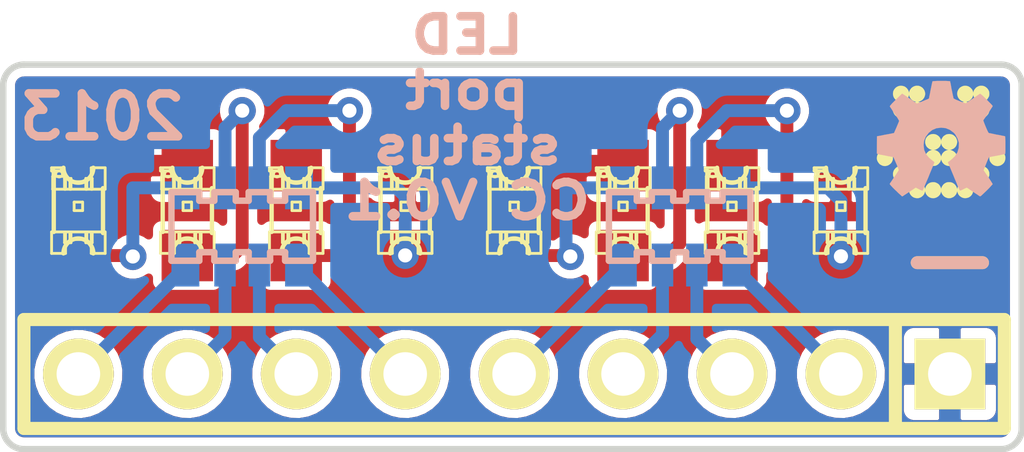
<source format=kicad_pcb>
(kicad_pcb (version 3) (host pcbnew "(2013-07-03 BZR 4236)-testing")

  (general
    (links 24)
    (no_connects 0)
    (area 79.31 84.07974 103.404433 93.267601)
    (thickness 1.6)
    (drawings 16)
    (tracks 67)
    (zones 0)
    (modules 13)
    (nets 18)
  )

  (page A4)
  (title_block
    (title "LED_port-status CC")
    (date "03 Jul 2013")
    (rev 0.1)
    (company "2013 - blog.spitzenpfeil.org")
  )

  (layers
    (15 Front signal)
    (0 Back signal)
    (18 B.Paste user)
    (19 F.Paste user)
    (20 B.SilkS user)
    (21 F.SilkS user)
    (22 B.Mask user)
    (23 F.Mask user)
    (24 Dwgs.User user)
    (28 Edge.Cuts user)
  )

  (setup
    (last_trace_width 0.3)
    (user_trace_width 0.254)
    (trace_clearance 0.2)
    (zone_clearance 0.2)
    (zone_45_only no)
    (trace_min 0.254)
    (segment_width 0.2)
    (edge_width 0.15)
    (via_size 0.635)
    (via_drill 0.3302)
    (via_min_size 0.635)
    (via_min_drill 0.3302)
    (uvia_size 0.508)
    (uvia_drill 0.127)
    (uvias_allowed no)
    (uvia_min_size 0.508)
    (uvia_min_drill 0.127)
    (pcb_text_width 0.3)
    (pcb_text_size 1 1)
    (mod_edge_width 0.15)
    (mod_text_size 0.8 0.8)
    (mod_text_width 0.2)
    (pad_size 0.65 1)
    (pad_drill 0)
    (pad_to_mask_clearance 0)
    (pad_to_paste_clearance_ratio -0.1)
    (aux_axis_origin 0 0)
    (visible_elements FFFFFF7F)
    (pcbplotparams
      (layerselection 284983297)
      (usegerberextensions true)
      (excludeedgelayer true)
      (linewidth 0.150000)
      (plotframeref false)
      (viasonmask false)
      (mode 1)
      (useauxorigin false)
      (hpglpennumber 1)
      (hpglpenspeed 20)
      (hpglpendiameter 15)
      (hpglpenoverlay 2)
      (psnegative false)
      (psa4output false)
      (plotreference true)
      (plotvalue true)
      (plotothertext true)
      (plotinvisibletext false)
      (padsonsilk false)
      (subtractmaskfromsilk true)
      (outputformat 1)
      (mirror false)
      (drillshape 0)
      (scaleselection 1)
      (outputdirectory gerber_files/))
  )

  (net 0 "")
  (net 1 N-000001)
  (net 2 N-0000010)
  (net 3 N-0000011)
  (net 4 N-0000012)
  (net 5 N-0000013)
  (net 6 N-0000014)
  (net 7 N-0000015)
  (net 8 N-0000016)
  (net 9 N-0000017)
  (net 10 N-000002)
  (net 11 N-000003)
  (net 12 N-000004)
  (net 13 N-000005)
  (net 14 N-000006)
  (net 15 N-000007)
  (net 16 N-000008)
  (net 17 N-000009)

  (net_class Default "This is the default net class."
    (clearance 0.2)
    (trace_width 0.3)
    (via_dia 0.635)
    (via_drill 0.3302)
    (uvia_dia 0.508)
    (uvia_drill 0.127)
    (add_net "")
    (add_net N-000001)
    (add_net N-0000010)
    (add_net N-0000011)
    (add_net N-0000012)
    (add_net N-0000013)
    (add_net N-0000014)
    (add_net N-0000015)
    (add_net N-0000016)
    (add_net N-0000017)
    (add_net N-000002)
    (add_net N-000003)
    (add_net N-000004)
    (add_net N-000005)
    (add_net N-000006)
    (add_net N-000007)
    (add_net N-000008)
    (add_net N-000009)
  )

  (module MADW__1206*4_resistor_array (layer Back) (tedit 51D324D7) (tstamp 5120CE32)
    (at 85.1 88 180)
    (path /5120CCDC)
    (clearance 0.3)
    (fp_text reference RP1 (at 0 2.5 180) (layer B.SilkS) hide
      (effects (font (size 0.8 0.8) (thickness 0.2)) (justify mirror))
    )
    (fp_text value 1k (at 0 -2.6 180) (layer B.SilkS) hide
      (effects (font (size 0.8 0.8) (thickness 0.2)) (justify mirror))
    )
    (fp_line (start 1 -0.8) (end 1.65 -0.8) (layer B.SilkS) (width 0.15))
    (fp_line (start 0.15 -0.8) (end 0.65 -0.8) (layer B.SilkS) (width 0.15))
    (fp_line (start -0.65 -0.8) (end -0.15 -0.8) (layer B.SilkS) (width 0.15))
    (fp_line (start -1.65 -0.8) (end -1 -0.8) (layer B.SilkS) (width 0.15))
    (fp_line (start 1 0.8) (end 1.65 0.8) (layer B.SilkS) (width 0.15))
    (fp_line (start 0.15 0.8) (end 0.65 0.8) (layer B.SilkS) (width 0.15))
    (fp_line (start -0.65 0.8) (end -0.15 0.8) (layer B.SilkS) (width 0.15))
    (fp_line (start -1.65 0.8) (end -1 0.8) (layer B.SilkS) (width 0.15))
    (fp_line (start 0.65 -0.8) (end 0.65 -0.6) (layer B.SilkS) (width 0.15))
    (fp_line (start 0.65 -0.6) (end 1 -0.6) (layer B.SilkS) (width 0.15))
    (fp_line (start 1 -0.6) (end 1 -0.8) (layer B.SilkS) (width 0.15))
    (fp_line (start -0.15 -0.8) (end -0.15 -0.6) (layer B.SilkS) (width 0.15))
    (fp_line (start -0.15 -0.6) (end 0.15 -0.6) (layer B.SilkS) (width 0.15))
    (fp_line (start 0.15 -0.6) (end 0.15 -0.8) (layer B.SilkS) (width 0.15))
    (fp_line (start -1 -0.8) (end -1 -0.6) (layer B.SilkS) (width 0.15))
    (fp_line (start -1 -0.6) (end -0.65 -0.6) (layer B.SilkS) (width 0.15))
    (fp_line (start -0.65 -0.6) (end -0.65 -0.8) (layer B.SilkS) (width 0.15))
    (fp_line (start 0.65 0.8) (end 0.65 0.6) (layer B.SilkS) (width 0.15))
    (fp_line (start 0.65 0.6) (end 1 0.6) (layer B.SilkS) (width 0.15))
    (fp_line (start 1 0.6) (end 1 0.8) (layer B.SilkS) (width 0.15))
    (fp_line (start -0.15 0.8) (end -0.15 0.6) (layer B.SilkS) (width 0.15))
    (fp_line (start -0.15 0.6) (end 0.15 0.6) (layer B.SilkS) (width 0.15))
    (fp_line (start 0.15 0.6) (end 0.15 0.8) (layer B.SilkS) (width 0.15))
    (fp_line (start -1 0.8) (end -1 0.6) (layer B.SilkS) (width 0.15))
    (fp_line (start -1 0.6) (end -0.65 0.6) (layer B.SilkS) (width 0.15))
    (fp_line (start -0.65 0.6) (end -0.65 0.8) (layer B.SilkS) (width 0.15))
    (fp_line (start 1.65 0.8) (end 1.65 -0.8) (layer B.SilkS) (width 0.15))
    (fp_line (start -1.65 -0.8) (end -1.65 0.8) (layer B.SilkS) (width 0.15))
    (pad 8 smd rect (at -1.325 0.9 180) (size 0.65 1)
      (layers Back B.Paste B.Mask)
      (net 5 N-0000013)
    )
    (pad 7 smd rect (at -0.4 0.9 180) (size 0.5 1)
      (layers Back B.Paste B.Mask)
      (net 8 N-0000016)
    )
    (pad 6 smd rect (at 0.4 0.9 180) (size 0.5 1)
      (layers Back B.Paste B.Mask)
      (net 6 N-0000014)
    )
    (pad 5 smd rect (at 1.325 0.9 180) (size 0.65 1)
      (layers Back B.Paste B.Mask)
      (net 17 N-000009)
    )
    (pad 1 smd rect (at -1.325 -0.9 180) (size 0.65 1)
      (layers Back B.Paste B.Mask)
      (net 12 N-000004)
    )
    (pad 2 smd rect (at -0.4 -0.9 180) (size 0.5 1)
      (layers Back B.Paste B.Mask)
      (net 11 N-000003)
    )
    (pad 3 smd rect (at 0.4 -0.9 180) (size 0.5 1)
      (layers Back B.Paste B.Mask)
      (net 10 N-000002)
    )
    (pad 4 smd rect (at 1.325 -0.9 180) (size 0.65 1)
      (layers Back B.Paste B.Mask)
      (net 1 N-000001)
    )
  )

  (module MADW__1206*4_resistor_array (layer Back) (tedit 51D32452) (tstamp 5120D39C)
    (at 95.3 88 180)
    (path /5120CD13)
    (clearance 0.3)
    (fp_text reference RP2 (at 0 2.5 180) (layer B.SilkS) hide
      (effects (font (size 0.8 0.8) (thickness 0.2)) (justify mirror))
    )
    (fp_text value 1k (at 0 -2.6 180) (layer B.SilkS) hide
      (effects (font (size 0.8 0.8) (thickness 0.2)) (justify mirror))
    )
    (fp_line (start 1 -0.8) (end 1.65 -0.8) (layer B.SilkS) (width 0.15))
    (fp_line (start 0.15 -0.8) (end 0.65 -0.8) (layer B.SilkS) (width 0.15))
    (fp_line (start -0.65 -0.8) (end -0.15 -0.8) (layer B.SilkS) (width 0.15))
    (fp_line (start -1.65 -0.8) (end -1 -0.8) (layer B.SilkS) (width 0.15))
    (fp_line (start 1 0.8) (end 1.65 0.8) (layer B.SilkS) (width 0.15))
    (fp_line (start 0.15 0.8) (end 0.65 0.8) (layer B.SilkS) (width 0.15))
    (fp_line (start -0.65 0.8) (end -0.15 0.8) (layer B.SilkS) (width 0.15))
    (fp_line (start -1.65 0.8) (end -1 0.8) (layer B.SilkS) (width 0.15))
    (fp_line (start 0.65 -0.8) (end 0.65 -0.6) (layer B.SilkS) (width 0.15))
    (fp_line (start 0.65 -0.6) (end 1 -0.6) (layer B.SilkS) (width 0.15))
    (fp_line (start 1 -0.6) (end 1 -0.8) (layer B.SilkS) (width 0.15))
    (fp_line (start -0.15 -0.8) (end -0.15 -0.6) (layer B.SilkS) (width 0.15))
    (fp_line (start -0.15 -0.6) (end 0.15 -0.6) (layer B.SilkS) (width 0.15))
    (fp_line (start 0.15 -0.6) (end 0.15 -0.8) (layer B.SilkS) (width 0.15))
    (fp_line (start -1 -0.8) (end -1 -0.6) (layer B.SilkS) (width 0.15))
    (fp_line (start -1 -0.6) (end -0.65 -0.6) (layer B.SilkS) (width 0.15))
    (fp_line (start -0.65 -0.6) (end -0.65 -0.8) (layer B.SilkS) (width 0.15))
    (fp_line (start 0.65 0.8) (end 0.65 0.6) (layer B.SilkS) (width 0.15))
    (fp_line (start 0.65 0.6) (end 1 0.6) (layer B.SilkS) (width 0.15))
    (fp_line (start 1 0.6) (end 1 0.8) (layer B.SilkS) (width 0.15))
    (fp_line (start -0.15 0.8) (end -0.15 0.6) (layer B.SilkS) (width 0.15))
    (fp_line (start -0.15 0.6) (end 0.15 0.6) (layer B.SilkS) (width 0.15))
    (fp_line (start 0.15 0.6) (end 0.15 0.8) (layer B.SilkS) (width 0.15))
    (fp_line (start -1 0.8) (end -1 0.6) (layer B.SilkS) (width 0.15))
    (fp_line (start -1 0.6) (end -0.65 0.6) (layer B.SilkS) (width 0.15))
    (fp_line (start -0.65 0.6) (end -0.65 0.8) (layer B.SilkS) (width 0.15))
    (fp_line (start 1.65 0.8) (end 1.65 -0.8) (layer B.SilkS) (width 0.15))
    (fp_line (start -1.65 -0.8) (end -1.65 0.8) (layer B.SilkS) (width 0.15))
    (pad 8 smd rect (at -1.325 0.9 180) (size 0.65 1)
      (layers Back B.Paste B.Mask)
      (net 3 N-0000011)
    )
    (pad 7 smd rect (at -0.4 0.9 180) (size 0.5 1)
      (layers Back B.Paste B.Mask)
      (net 7 N-0000015)
    )
    (pad 6 smd rect (at 0.4 0.9 180) (size 0.5 1)
      (layers Back B.Paste B.Mask)
      (net 2 N-0000010)
    )
    (pad 5 smd rect (at 1.325 0.9 180) (size 0.65 1)
      (layers Back B.Paste B.Mask)
      (net 4 N-0000012)
    )
    (pad 1 smd rect (at -1.325 -0.9 180) (size 0.65 1)
      (layers Back B.Paste B.Mask)
      (net 16 N-000008)
    )
    (pad 2 smd rect (at -0.4 -0.9 180) (size 0.5 1)
      (layers Back B.Paste B.Mask)
      (net 15 N-000007)
    )
    (pad 3 smd rect (at 0.4 -0.9 180) (size 0.5 1)
      (layers Back B.Paste B.Mask)
      (net 14 N-000006)
    )
    (pad 4 smd rect (at 1.325 -0.9 180) (size 0.65 1)
      (layers Back B.Paste B.Mask)
      (net 13 N-000005)
    )
  )

  (module SIL-9 (layer Front) (tedit 5119141C) (tstamp 50C627EA)
    (at 91.44 91.44 180)
    (descr "Connecteur 9 pins")
    (tags "CONN DEV")
    (path /50C62311)
    (fp_text reference P1 (at -7.62 2.54 180) (layer F.SilkS) hide
      (effects (font (size 0.8 0.8) (thickness 0.2)))
    )
    (fp_text value CONN_9 (at 2.54 2.54 180) (layer F.SilkS) hide
      (effects (font (size 0.8 0.8) (thickness 0.2)))
    )
    (fp_line (start 11.43 -1.27) (end 11.43 1.27) (layer F.SilkS) (width 0.3048))
    (fp_line (start 11.43 1.27) (end -11.43 1.27) (layer F.SilkS) (width 0.3048))
    (fp_line (start -11.43 1.27) (end -11.43 -1.27) (layer F.SilkS) (width 0.3048))
    (fp_line (start 11.43 -1.27) (end -11.43 -1.27) (layer F.SilkS) (width 0.3048))
    (fp_line (start -8.89 -1.27) (end -8.89 1.27) (layer F.SilkS) (width 0.3048))
    (pad 1 thru_hole rect (at -10.16 0 180) (size 1.65 1.65) (drill 1.016)
      (layers *.Cu *.Mask F.SilkS)
      (net 9 N-0000017)
    )
    (pad 2 thru_hole circle (at -7.62 0 180) (size 1.65 1.65) (drill 1.016)
      (layers *.Cu *.Mask F.SilkS)
      (net 16 N-000008)
    )
    (pad 3 thru_hole circle (at -5.08 0 180) (size 1.65 1.65) (drill 1.016)
      (layers *.Cu *.Mask F.SilkS)
      (net 15 N-000007)
    )
    (pad 4 thru_hole circle (at -2.54 0 180) (size 1.65 1.65) (drill 1.016)
      (layers *.Cu *.Mask F.SilkS)
      (net 14 N-000006)
    )
    (pad 5 thru_hole circle (at 0 0 180) (size 1.65 1.65) (drill 1.016)
      (layers *.Cu *.Mask F.SilkS)
      (net 13 N-000005)
    )
    (pad 6 thru_hole circle (at 2.54 0 180) (size 1.65 1.65) (drill 1.016)
      (layers *.Cu *.Mask F.SilkS)
      (net 12 N-000004)
    )
    (pad 7 thru_hole circle (at 5.08 0 180) (size 1.65 1.65) (drill 1.016)
      (layers *.Cu *.Mask F.SilkS)
      (net 11 N-000003)
    )
    (pad 8 thru_hole circle (at 7.62 0 180) (size 1.65 1.65) (drill 1.016)
      (layers *.Cu *.Mask F.SilkS)
      (net 10 N-000002)
    )
    (pad 9 thru_hole circle (at 10.16 0 180) (size 1.65 1.65) (drill 1.016)
      (layers *.Cu *.Mask F.SilkS)
      (net 1 N-000001)
    )
  )

  (module LED-0805 (layer Front) (tedit 50C63A7E) (tstamp 50C63839)
    (at 81.28 87.63 90)
    (descr "LED 0805 smd package")
    (tags "LED 0805 SMD")
    (path /50C62534)
    (attr smd)
    (fp_text reference D1 (at 0 -1.27 90) (layer F.SilkS) hide
      (effects (font (size 0.8 0.8) (thickness 0.2)))
    )
    (fp_text value LED (at 0 1.27 90) (layer F.SilkS) hide
      (effects (font (size 0.8 0.8) (thickness 0.2)))
    )
    (fp_line (start 0.49784 0.29972) (end 0.49784 0.62484) (layer F.SilkS) (width 0.06604))
    (fp_line (start 0.49784 0.62484) (end 0.99822 0.62484) (layer F.SilkS) (width 0.06604))
    (fp_line (start 0.99822 0.29972) (end 0.99822 0.62484) (layer F.SilkS) (width 0.06604))
    (fp_line (start 0.49784 0.29972) (end 0.99822 0.29972) (layer F.SilkS) (width 0.06604))
    (fp_line (start 0.49784 -0.32258) (end 0.49784 -0.17272) (layer F.SilkS) (width 0.06604))
    (fp_line (start 0.49784 -0.17272) (end 0.7493 -0.17272) (layer F.SilkS) (width 0.06604))
    (fp_line (start 0.7493 -0.32258) (end 0.7493 -0.17272) (layer F.SilkS) (width 0.06604))
    (fp_line (start 0.49784 -0.32258) (end 0.7493 -0.32258) (layer F.SilkS) (width 0.06604))
    (fp_line (start 0.49784 0.17272) (end 0.49784 0.32258) (layer F.SilkS) (width 0.06604))
    (fp_line (start 0.49784 0.32258) (end 0.7493 0.32258) (layer F.SilkS) (width 0.06604))
    (fp_line (start 0.7493 0.17272) (end 0.7493 0.32258) (layer F.SilkS) (width 0.06604))
    (fp_line (start 0.49784 0.17272) (end 0.7493 0.17272) (layer F.SilkS) (width 0.06604))
    (fp_line (start 0.49784 -0.19812) (end 0.49784 0.19812) (layer F.SilkS) (width 0.06604))
    (fp_line (start 0.49784 0.19812) (end 0.6731 0.19812) (layer F.SilkS) (width 0.06604))
    (fp_line (start 0.6731 -0.19812) (end 0.6731 0.19812) (layer F.SilkS) (width 0.06604))
    (fp_line (start 0.49784 -0.19812) (end 0.6731 -0.19812) (layer F.SilkS) (width 0.06604))
    (fp_line (start -0.99822 0.29972) (end -0.99822 0.62484) (layer F.SilkS) (width 0.06604))
    (fp_line (start -0.99822 0.62484) (end -0.49784 0.62484) (layer F.SilkS) (width 0.06604))
    (fp_line (start -0.49784 0.29972) (end -0.49784 0.62484) (layer F.SilkS) (width 0.06604))
    (fp_line (start -0.99822 0.29972) (end -0.49784 0.29972) (layer F.SilkS) (width 0.06604))
    (fp_line (start -0.99822 -0.62484) (end -0.99822 -0.29972) (layer F.SilkS) (width 0.06604))
    (fp_line (start -0.99822 -0.29972) (end -0.49784 -0.29972) (layer F.SilkS) (width 0.06604))
    (fp_line (start -0.49784 -0.62484) (end -0.49784 -0.29972) (layer F.SilkS) (width 0.06604))
    (fp_line (start -0.99822 -0.62484) (end -0.49784 -0.62484) (layer F.SilkS) (width 0.06604))
    (fp_line (start -0.7493 0.17272) (end -0.7493 0.32258) (layer F.SilkS) (width 0.06604))
    (fp_line (start -0.7493 0.32258) (end -0.49784 0.32258) (layer F.SilkS) (width 0.06604))
    (fp_line (start -0.49784 0.17272) (end -0.49784 0.32258) (layer F.SilkS) (width 0.06604))
    (fp_line (start -0.7493 0.17272) (end -0.49784 0.17272) (layer F.SilkS) (width 0.06604))
    (fp_line (start -0.7493 -0.32258) (end -0.7493 -0.17272) (layer F.SilkS) (width 0.06604))
    (fp_line (start -0.7493 -0.17272) (end -0.49784 -0.17272) (layer F.SilkS) (width 0.06604))
    (fp_line (start -0.49784 -0.32258) (end -0.49784 -0.17272) (layer F.SilkS) (width 0.06604))
    (fp_line (start -0.7493 -0.32258) (end -0.49784 -0.32258) (layer F.SilkS) (width 0.06604))
    (fp_line (start -0.6731 -0.19812) (end -0.6731 0.19812) (layer F.SilkS) (width 0.06604))
    (fp_line (start -0.6731 0.19812) (end -0.49784 0.19812) (layer F.SilkS) (width 0.06604))
    (fp_line (start -0.49784 -0.19812) (end -0.49784 0.19812) (layer F.SilkS) (width 0.06604))
    (fp_line (start -0.6731 -0.19812) (end -0.49784 -0.19812) (layer F.SilkS) (width 0.06604))
    (fp_line (start 0 -0.09906) (end 0 0.09906) (layer F.SilkS) (width 0.06604))
    (fp_line (start 0 0.09906) (end 0.19812 0.09906) (layer F.SilkS) (width 0.06604))
    (fp_line (start 0.19812 -0.09906) (end 0.19812 0.09906) (layer F.SilkS) (width 0.06604))
    (fp_line (start 0 -0.09906) (end 0.19812 -0.09906) (layer F.SilkS) (width 0.06604))
    (fp_line (start 0.49784 -0.59944) (end 0.49784 -0.29972) (layer F.SilkS) (width 0.06604))
    (fp_line (start 0.49784 -0.29972) (end 0.79756 -0.29972) (layer F.SilkS) (width 0.06604))
    (fp_line (start 0.79756 -0.59944) (end 0.79756 -0.29972) (layer F.SilkS) (width 0.06604))
    (fp_line (start 0.49784 -0.59944) (end 0.79756 -0.59944) (layer F.SilkS) (width 0.06604))
    (fp_line (start 0.92456 -0.62484) (end 0.92456 -0.39878) (layer F.SilkS) (width 0.06604))
    (fp_line (start 0.92456 -0.39878) (end 0.99822 -0.39878) (layer F.SilkS) (width 0.06604))
    (fp_line (start 0.99822 -0.62484) (end 0.99822 -0.39878) (layer F.SilkS) (width 0.06604))
    (fp_line (start 0.92456 -0.62484) (end 0.99822 -0.62484) (layer F.SilkS) (width 0.06604))
    (fp_line (start 0.52324 0.57404) (end -0.52324 0.57404) (layer F.SilkS) (width 0.1016))
    (fp_line (start -0.49784 -0.57404) (end 0.92456 -0.57404) (layer F.SilkS) (width 0.1016))
    (fp_circle (center 0.84836 -0.44958) (end 0.89916 -0.50038) (layer F.SilkS) (width 0.0508))
    (fp_arc (start 0.99822 0) (end 0.99822 0.34798) (angle 180) (layer F.SilkS) (width 0.1016))
    (fp_arc (start -0.99822 0) (end -0.99822 -0.34798) (angle 180) (layer F.SilkS) (width 0.1016))
    (pad 1 smd rect (at -1.04902 0 90) (size 1.19888 1.19888)
      (layers Front F.Paste F.Mask)
      (net 17 N-000009)
    )
    (pad 2 smd rect (at 1.04902 0 90) (size 1.19888 1.19888)
      (layers Front F.Paste F.Mask)
      (net 9 N-0000017)
    )
  )

  (module LED-0805 (layer Front) (tedit 50C63AA4) (tstamp 50C6381D)
    (at 96.52 87.63 90)
    (descr "LED 0805 smd package")
    (tags "LED 0805 SMD")
    (path /50C625A2)
    (attr smd)
    (fp_text reference D7 (at 0 -1.27 90) (layer F.SilkS) hide
      (effects (font (size 0.8 0.8) (thickness 0.2)))
    )
    (fp_text value LED (at 0 1.27 90) (layer F.SilkS) hide
      (effects (font (size 0.8 0.8) (thickness 0.2)))
    )
    (fp_line (start 0.49784 0.29972) (end 0.49784 0.62484) (layer F.SilkS) (width 0.06604))
    (fp_line (start 0.49784 0.62484) (end 0.99822 0.62484) (layer F.SilkS) (width 0.06604))
    (fp_line (start 0.99822 0.29972) (end 0.99822 0.62484) (layer F.SilkS) (width 0.06604))
    (fp_line (start 0.49784 0.29972) (end 0.99822 0.29972) (layer F.SilkS) (width 0.06604))
    (fp_line (start 0.49784 -0.32258) (end 0.49784 -0.17272) (layer F.SilkS) (width 0.06604))
    (fp_line (start 0.49784 -0.17272) (end 0.7493 -0.17272) (layer F.SilkS) (width 0.06604))
    (fp_line (start 0.7493 -0.32258) (end 0.7493 -0.17272) (layer F.SilkS) (width 0.06604))
    (fp_line (start 0.49784 -0.32258) (end 0.7493 -0.32258) (layer F.SilkS) (width 0.06604))
    (fp_line (start 0.49784 0.17272) (end 0.49784 0.32258) (layer F.SilkS) (width 0.06604))
    (fp_line (start 0.49784 0.32258) (end 0.7493 0.32258) (layer F.SilkS) (width 0.06604))
    (fp_line (start 0.7493 0.17272) (end 0.7493 0.32258) (layer F.SilkS) (width 0.06604))
    (fp_line (start 0.49784 0.17272) (end 0.7493 0.17272) (layer F.SilkS) (width 0.06604))
    (fp_line (start 0.49784 -0.19812) (end 0.49784 0.19812) (layer F.SilkS) (width 0.06604))
    (fp_line (start 0.49784 0.19812) (end 0.6731 0.19812) (layer F.SilkS) (width 0.06604))
    (fp_line (start 0.6731 -0.19812) (end 0.6731 0.19812) (layer F.SilkS) (width 0.06604))
    (fp_line (start 0.49784 -0.19812) (end 0.6731 -0.19812) (layer F.SilkS) (width 0.06604))
    (fp_line (start -0.99822 0.29972) (end -0.99822 0.62484) (layer F.SilkS) (width 0.06604))
    (fp_line (start -0.99822 0.62484) (end -0.49784 0.62484) (layer F.SilkS) (width 0.06604))
    (fp_line (start -0.49784 0.29972) (end -0.49784 0.62484) (layer F.SilkS) (width 0.06604))
    (fp_line (start -0.99822 0.29972) (end -0.49784 0.29972) (layer F.SilkS) (width 0.06604))
    (fp_line (start -0.99822 -0.62484) (end -0.99822 -0.29972) (layer F.SilkS) (width 0.06604))
    (fp_line (start -0.99822 -0.29972) (end -0.49784 -0.29972) (layer F.SilkS) (width 0.06604))
    (fp_line (start -0.49784 -0.62484) (end -0.49784 -0.29972) (layer F.SilkS) (width 0.06604))
    (fp_line (start -0.99822 -0.62484) (end -0.49784 -0.62484) (layer F.SilkS) (width 0.06604))
    (fp_line (start -0.7493 0.17272) (end -0.7493 0.32258) (layer F.SilkS) (width 0.06604))
    (fp_line (start -0.7493 0.32258) (end -0.49784 0.32258) (layer F.SilkS) (width 0.06604))
    (fp_line (start -0.49784 0.17272) (end -0.49784 0.32258) (layer F.SilkS) (width 0.06604))
    (fp_line (start -0.7493 0.17272) (end -0.49784 0.17272) (layer F.SilkS) (width 0.06604))
    (fp_line (start -0.7493 -0.32258) (end -0.7493 -0.17272) (layer F.SilkS) (width 0.06604))
    (fp_line (start -0.7493 -0.17272) (end -0.49784 -0.17272) (layer F.SilkS) (width 0.06604))
    (fp_line (start -0.49784 -0.32258) (end -0.49784 -0.17272) (layer F.SilkS) (width 0.06604))
    (fp_line (start -0.7493 -0.32258) (end -0.49784 -0.32258) (layer F.SilkS) (width 0.06604))
    (fp_line (start -0.6731 -0.19812) (end -0.6731 0.19812) (layer F.SilkS) (width 0.06604))
    (fp_line (start -0.6731 0.19812) (end -0.49784 0.19812) (layer F.SilkS) (width 0.06604))
    (fp_line (start -0.49784 -0.19812) (end -0.49784 0.19812) (layer F.SilkS) (width 0.06604))
    (fp_line (start -0.6731 -0.19812) (end -0.49784 -0.19812) (layer F.SilkS) (width 0.06604))
    (fp_line (start 0 -0.09906) (end 0 0.09906) (layer F.SilkS) (width 0.06604))
    (fp_line (start 0 0.09906) (end 0.19812 0.09906) (layer F.SilkS) (width 0.06604))
    (fp_line (start 0.19812 -0.09906) (end 0.19812 0.09906) (layer F.SilkS) (width 0.06604))
    (fp_line (start 0 -0.09906) (end 0.19812 -0.09906) (layer F.SilkS) (width 0.06604))
    (fp_line (start 0.49784 -0.59944) (end 0.49784 -0.29972) (layer F.SilkS) (width 0.06604))
    (fp_line (start 0.49784 -0.29972) (end 0.79756 -0.29972) (layer F.SilkS) (width 0.06604))
    (fp_line (start 0.79756 -0.59944) (end 0.79756 -0.29972) (layer F.SilkS) (width 0.06604))
    (fp_line (start 0.49784 -0.59944) (end 0.79756 -0.59944) (layer F.SilkS) (width 0.06604))
    (fp_line (start 0.92456 -0.62484) (end 0.92456 -0.39878) (layer F.SilkS) (width 0.06604))
    (fp_line (start 0.92456 -0.39878) (end 0.99822 -0.39878) (layer F.SilkS) (width 0.06604))
    (fp_line (start 0.99822 -0.62484) (end 0.99822 -0.39878) (layer F.SilkS) (width 0.06604))
    (fp_line (start 0.92456 -0.62484) (end 0.99822 -0.62484) (layer F.SilkS) (width 0.06604))
    (fp_line (start 0.52324 0.57404) (end -0.52324 0.57404) (layer F.SilkS) (width 0.1016))
    (fp_line (start -0.49784 -0.57404) (end 0.92456 -0.57404) (layer F.SilkS) (width 0.1016))
    (fp_circle (center 0.84836 -0.44958) (end 0.89916 -0.50038) (layer F.SilkS) (width 0.0508))
    (fp_arc (start 0.99822 0) (end 0.99822 0.34798) (angle 180) (layer F.SilkS) (width 0.1016))
    (fp_arc (start -0.99822 0) (end -0.99822 -0.34798) (angle 180) (layer F.SilkS) (width 0.1016))
    (pad 1 smd rect (at -1.04902 0 90) (size 1.19888 1.19888)
      (layers Front F.Paste F.Mask)
      (net 7 N-0000015)
    )
    (pad 2 smd rect (at 1.04902 0 90) (size 1.19888 1.19888)
      (layers Front F.Paste F.Mask)
      (net 9 N-0000017)
    )
  )

  (module LED-0805 (layer Front) (tedit 50C63A83) (tstamp 50C63801)
    (at 83.82 87.63 90)
    (descr "LED 0805 smd package")
    (tags "LED 0805 SMD")
    (path /50C6254D)
    (attr smd)
    (fp_text reference D2 (at 0 -1.27 90) (layer F.SilkS) hide
      (effects (font (size 0.8 0.8) (thickness 0.2)))
    )
    (fp_text value LED (at 0 1.27 90) (layer F.SilkS) hide
      (effects (font (size 0.8 0.8) (thickness 0.2)))
    )
    (fp_line (start 0.49784 0.29972) (end 0.49784 0.62484) (layer F.SilkS) (width 0.06604))
    (fp_line (start 0.49784 0.62484) (end 0.99822 0.62484) (layer F.SilkS) (width 0.06604))
    (fp_line (start 0.99822 0.29972) (end 0.99822 0.62484) (layer F.SilkS) (width 0.06604))
    (fp_line (start 0.49784 0.29972) (end 0.99822 0.29972) (layer F.SilkS) (width 0.06604))
    (fp_line (start 0.49784 -0.32258) (end 0.49784 -0.17272) (layer F.SilkS) (width 0.06604))
    (fp_line (start 0.49784 -0.17272) (end 0.7493 -0.17272) (layer F.SilkS) (width 0.06604))
    (fp_line (start 0.7493 -0.32258) (end 0.7493 -0.17272) (layer F.SilkS) (width 0.06604))
    (fp_line (start 0.49784 -0.32258) (end 0.7493 -0.32258) (layer F.SilkS) (width 0.06604))
    (fp_line (start 0.49784 0.17272) (end 0.49784 0.32258) (layer F.SilkS) (width 0.06604))
    (fp_line (start 0.49784 0.32258) (end 0.7493 0.32258) (layer F.SilkS) (width 0.06604))
    (fp_line (start 0.7493 0.17272) (end 0.7493 0.32258) (layer F.SilkS) (width 0.06604))
    (fp_line (start 0.49784 0.17272) (end 0.7493 0.17272) (layer F.SilkS) (width 0.06604))
    (fp_line (start 0.49784 -0.19812) (end 0.49784 0.19812) (layer F.SilkS) (width 0.06604))
    (fp_line (start 0.49784 0.19812) (end 0.6731 0.19812) (layer F.SilkS) (width 0.06604))
    (fp_line (start 0.6731 -0.19812) (end 0.6731 0.19812) (layer F.SilkS) (width 0.06604))
    (fp_line (start 0.49784 -0.19812) (end 0.6731 -0.19812) (layer F.SilkS) (width 0.06604))
    (fp_line (start -0.99822 0.29972) (end -0.99822 0.62484) (layer F.SilkS) (width 0.06604))
    (fp_line (start -0.99822 0.62484) (end -0.49784 0.62484) (layer F.SilkS) (width 0.06604))
    (fp_line (start -0.49784 0.29972) (end -0.49784 0.62484) (layer F.SilkS) (width 0.06604))
    (fp_line (start -0.99822 0.29972) (end -0.49784 0.29972) (layer F.SilkS) (width 0.06604))
    (fp_line (start -0.99822 -0.62484) (end -0.99822 -0.29972) (layer F.SilkS) (width 0.06604))
    (fp_line (start -0.99822 -0.29972) (end -0.49784 -0.29972) (layer F.SilkS) (width 0.06604))
    (fp_line (start -0.49784 -0.62484) (end -0.49784 -0.29972) (layer F.SilkS) (width 0.06604))
    (fp_line (start -0.99822 -0.62484) (end -0.49784 -0.62484) (layer F.SilkS) (width 0.06604))
    (fp_line (start -0.7493 0.17272) (end -0.7493 0.32258) (layer F.SilkS) (width 0.06604))
    (fp_line (start -0.7493 0.32258) (end -0.49784 0.32258) (layer F.SilkS) (width 0.06604))
    (fp_line (start -0.49784 0.17272) (end -0.49784 0.32258) (layer F.SilkS) (width 0.06604))
    (fp_line (start -0.7493 0.17272) (end -0.49784 0.17272) (layer F.SilkS) (width 0.06604))
    (fp_line (start -0.7493 -0.32258) (end -0.7493 -0.17272) (layer F.SilkS) (width 0.06604))
    (fp_line (start -0.7493 -0.17272) (end -0.49784 -0.17272) (layer F.SilkS) (width 0.06604))
    (fp_line (start -0.49784 -0.32258) (end -0.49784 -0.17272) (layer F.SilkS) (width 0.06604))
    (fp_line (start -0.7493 -0.32258) (end -0.49784 -0.32258) (layer F.SilkS) (width 0.06604))
    (fp_line (start -0.6731 -0.19812) (end -0.6731 0.19812) (layer F.SilkS) (width 0.06604))
    (fp_line (start -0.6731 0.19812) (end -0.49784 0.19812) (layer F.SilkS) (width 0.06604))
    (fp_line (start -0.49784 -0.19812) (end -0.49784 0.19812) (layer F.SilkS) (width 0.06604))
    (fp_line (start -0.6731 -0.19812) (end -0.49784 -0.19812) (layer F.SilkS) (width 0.06604))
    (fp_line (start 0 -0.09906) (end 0 0.09906) (layer F.SilkS) (width 0.06604))
    (fp_line (start 0 0.09906) (end 0.19812 0.09906) (layer F.SilkS) (width 0.06604))
    (fp_line (start 0.19812 -0.09906) (end 0.19812 0.09906) (layer F.SilkS) (width 0.06604))
    (fp_line (start 0 -0.09906) (end 0.19812 -0.09906) (layer F.SilkS) (width 0.06604))
    (fp_line (start 0.49784 -0.59944) (end 0.49784 -0.29972) (layer F.SilkS) (width 0.06604))
    (fp_line (start 0.49784 -0.29972) (end 0.79756 -0.29972) (layer F.SilkS) (width 0.06604))
    (fp_line (start 0.79756 -0.59944) (end 0.79756 -0.29972) (layer F.SilkS) (width 0.06604))
    (fp_line (start 0.49784 -0.59944) (end 0.79756 -0.59944) (layer F.SilkS) (width 0.06604))
    (fp_line (start 0.92456 -0.62484) (end 0.92456 -0.39878) (layer F.SilkS) (width 0.06604))
    (fp_line (start 0.92456 -0.39878) (end 0.99822 -0.39878) (layer F.SilkS) (width 0.06604))
    (fp_line (start 0.99822 -0.62484) (end 0.99822 -0.39878) (layer F.SilkS) (width 0.06604))
    (fp_line (start 0.92456 -0.62484) (end 0.99822 -0.62484) (layer F.SilkS) (width 0.06604))
    (fp_line (start 0.52324 0.57404) (end -0.52324 0.57404) (layer F.SilkS) (width 0.1016))
    (fp_line (start -0.49784 -0.57404) (end 0.92456 -0.57404) (layer F.SilkS) (width 0.1016))
    (fp_circle (center 0.84836 -0.44958) (end 0.89916 -0.50038) (layer F.SilkS) (width 0.0508))
    (fp_arc (start 0.99822 0) (end 0.99822 0.34798) (angle 180) (layer F.SilkS) (width 0.1016))
    (fp_arc (start -0.99822 0) (end -0.99822 -0.34798) (angle 180) (layer F.SilkS) (width 0.1016))
    (pad 1 smd rect (at -1.04902 0 90) (size 1.19888 1.19888)
      (layers Front F.Paste F.Mask)
      (net 6 N-0000014)
    )
    (pad 2 smd rect (at 1.04902 0 90) (size 1.19888 1.19888)
      (layers Front F.Paste F.Mask)
      (net 9 N-0000017)
    )
  )

  (module LED-0805 (layer Front) (tedit 50C63A8B) (tstamp 50C637E5)
    (at 86.36 87.63 90)
    (descr "LED 0805 smd package")
    (tags "LED 0805 SMD")
    (path /50C6255C)
    (attr smd)
    (fp_text reference D3 (at 0 -1.27 90) (layer F.SilkS) hide
      (effects (font (size 0.8 0.8) (thickness 0.2)))
    )
    (fp_text value LED (at 0 1.27 90) (layer F.SilkS) hide
      (effects (font (size 0.8 0.8) (thickness 0.2)))
    )
    (fp_line (start 0.49784 0.29972) (end 0.49784 0.62484) (layer F.SilkS) (width 0.06604))
    (fp_line (start 0.49784 0.62484) (end 0.99822 0.62484) (layer F.SilkS) (width 0.06604))
    (fp_line (start 0.99822 0.29972) (end 0.99822 0.62484) (layer F.SilkS) (width 0.06604))
    (fp_line (start 0.49784 0.29972) (end 0.99822 0.29972) (layer F.SilkS) (width 0.06604))
    (fp_line (start 0.49784 -0.32258) (end 0.49784 -0.17272) (layer F.SilkS) (width 0.06604))
    (fp_line (start 0.49784 -0.17272) (end 0.7493 -0.17272) (layer F.SilkS) (width 0.06604))
    (fp_line (start 0.7493 -0.32258) (end 0.7493 -0.17272) (layer F.SilkS) (width 0.06604))
    (fp_line (start 0.49784 -0.32258) (end 0.7493 -0.32258) (layer F.SilkS) (width 0.06604))
    (fp_line (start 0.49784 0.17272) (end 0.49784 0.32258) (layer F.SilkS) (width 0.06604))
    (fp_line (start 0.49784 0.32258) (end 0.7493 0.32258) (layer F.SilkS) (width 0.06604))
    (fp_line (start 0.7493 0.17272) (end 0.7493 0.32258) (layer F.SilkS) (width 0.06604))
    (fp_line (start 0.49784 0.17272) (end 0.7493 0.17272) (layer F.SilkS) (width 0.06604))
    (fp_line (start 0.49784 -0.19812) (end 0.49784 0.19812) (layer F.SilkS) (width 0.06604))
    (fp_line (start 0.49784 0.19812) (end 0.6731 0.19812) (layer F.SilkS) (width 0.06604))
    (fp_line (start 0.6731 -0.19812) (end 0.6731 0.19812) (layer F.SilkS) (width 0.06604))
    (fp_line (start 0.49784 -0.19812) (end 0.6731 -0.19812) (layer F.SilkS) (width 0.06604))
    (fp_line (start -0.99822 0.29972) (end -0.99822 0.62484) (layer F.SilkS) (width 0.06604))
    (fp_line (start -0.99822 0.62484) (end -0.49784 0.62484) (layer F.SilkS) (width 0.06604))
    (fp_line (start -0.49784 0.29972) (end -0.49784 0.62484) (layer F.SilkS) (width 0.06604))
    (fp_line (start -0.99822 0.29972) (end -0.49784 0.29972) (layer F.SilkS) (width 0.06604))
    (fp_line (start -0.99822 -0.62484) (end -0.99822 -0.29972) (layer F.SilkS) (width 0.06604))
    (fp_line (start -0.99822 -0.29972) (end -0.49784 -0.29972) (layer F.SilkS) (width 0.06604))
    (fp_line (start -0.49784 -0.62484) (end -0.49784 -0.29972) (layer F.SilkS) (width 0.06604))
    (fp_line (start -0.99822 -0.62484) (end -0.49784 -0.62484) (layer F.SilkS) (width 0.06604))
    (fp_line (start -0.7493 0.17272) (end -0.7493 0.32258) (layer F.SilkS) (width 0.06604))
    (fp_line (start -0.7493 0.32258) (end -0.49784 0.32258) (layer F.SilkS) (width 0.06604))
    (fp_line (start -0.49784 0.17272) (end -0.49784 0.32258) (layer F.SilkS) (width 0.06604))
    (fp_line (start -0.7493 0.17272) (end -0.49784 0.17272) (layer F.SilkS) (width 0.06604))
    (fp_line (start -0.7493 -0.32258) (end -0.7493 -0.17272) (layer F.SilkS) (width 0.06604))
    (fp_line (start -0.7493 -0.17272) (end -0.49784 -0.17272) (layer F.SilkS) (width 0.06604))
    (fp_line (start -0.49784 -0.32258) (end -0.49784 -0.17272) (layer F.SilkS) (width 0.06604))
    (fp_line (start -0.7493 -0.32258) (end -0.49784 -0.32258) (layer F.SilkS) (width 0.06604))
    (fp_line (start -0.6731 -0.19812) (end -0.6731 0.19812) (layer F.SilkS) (width 0.06604))
    (fp_line (start -0.6731 0.19812) (end -0.49784 0.19812) (layer F.SilkS) (width 0.06604))
    (fp_line (start -0.49784 -0.19812) (end -0.49784 0.19812) (layer F.SilkS) (width 0.06604))
    (fp_line (start -0.6731 -0.19812) (end -0.49784 -0.19812) (layer F.SilkS) (width 0.06604))
    (fp_line (start 0 -0.09906) (end 0 0.09906) (layer F.SilkS) (width 0.06604))
    (fp_line (start 0 0.09906) (end 0.19812 0.09906) (layer F.SilkS) (width 0.06604))
    (fp_line (start 0.19812 -0.09906) (end 0.19812 0.09906) (layer F.SilkS) (width 0.06604))
    (fp_line (start 0 -0.09906) (end 0.19812 -0.09906) (layer F.SilkS) (width 0.06604))
    (fp_line (start 0.49784 -0.59944) (end 0.49784 -0.29972) (layer F.SilkS) (width 0.06604))
    (fp_line (start 0.49784 -0.29972) (end 0.79756 -0.29972) (layer F.SilkS) (width 0.06604))
    (fp_line (start 0.79756 -0.59944) (end 0.79756 -0.29972) (layer F.SilkS) (width 0.06604))
    (fp_line (start 0.49784 -0.59944) (end 0.79756 -0.59944) (layer F.SilkS) (width 0.06604))
    (fp_line (start 0.92456 -0.62484) (end 0.92456 -0.39878) (layer F.SilkS) (width 0.06604))
    (fp_line (start 0.92456 -0.39878) (end 0.99822 -0.39878) (layer F.SilkS) (width 0.06604))
    (fp_line (start 0.99822 -0.62484) (end 0.99822 -0.39878) (layer F.SilkS) (width 0.06604))
    (fp_line (start 0.92456 -0.62484) (end 0.99822 -0.62484) (layer F.SilkS) (width 0.06604))
    (fp_line (start 0.52324 0.57404) (end -0.52324 0.57404) (layer F.SilkS) (width 0.1016))
    (fp_line (start -0.49784 -0.57404) (end 0.92456 -0.57404) (layer F.SilkS) (width 0.1016))
    (fp_circle (center 0.84836 -0.44958) (end 0.89916 -0.50038) (layer F.SilkS) (width 0.0508))
    (fp_arc (start 0.99822 0) (end 0.99822 0.34798) (angle 180) (layer F.SilkS) (width 0.1016))
    (fp_arc (start -0.99822 0) (end -0.99822 -0.34798) (angle 180) (layer F.SilkS) (width 0.1016))
    (pad 1 smd rect (at -1.04902 0 90) (size 1.19888 1.19888)
      (layers Front F.Paste F.Mask)
      (net 8 N-0000016)
    )
    (pad 2 smd rect (at 1.04902 0 90) (size 1.19888 1.19888)
      (layers Front F.Paste F.Mask)
      (net 9 N-0000017)
    )
  )

  (module LED-0805 (layer Front) (tedit 50C63A91) (tstamp 50C637C9)
    (at 88.9 87.63 90)
    (descr "LED 0805 smd package")
    (tags "LED 0805 SMD")
    (path /50C6256B)
    (attr smd)
    (fp_text reference D4 (at 0 -1.27 90) (layer F.SilkS) hide
      (effects (font (size 0.8 0.8) (thickness 0.2)))
    )
    (fp_text value LED (at 0 1.27 90) (layer F.SilkS) hide
      (effects (font (size 0.8 0.8) (thickness 0.2)))
    )
    (fp_line (start 0.49784 0.29972) (end 0.49784 0.62484) (layer F.SilkS) (width 0.06604))
    (fp_line (start 0.49784 0.62484) (end 0.99822 0.62484) (layer F.SilkS) (width 0.06604))
    (fp_line (start 0.99822 0.29972) (end 0.99822 0.62484) (layer F.SilkS) (width 0.06604))
    (fp_line (start 0.49784 0.29972) (end 0.99822 0.29972) (layer F.SilkS) (width 0.06604))
    (fp_line (start 0.49784 -0.32258) (end 0.49784 -0.17272) (layer F.SilkS) (width 0.06604))
    (fp_line (start 0.49784 -0.17272) (end 0.7493 -0.17272) (layer F.SilkS) (width 0.06604))
    (fp_line (start 0.7493 -0.32258) (end 0.7493 -0.17272) (layer F.SilkS) (width 0.06604))
    (fp_line (start 0.49784 -0.32258) (end 0.7493 -0.32258) (layer F.SilkS) (width 0.06604))
    (fp_line (start 0.49784 0.17272) (end 0.49784 0.32258) (layer F.SilkS) (width 0.06604))
    (fp_line (start 0.49784 0.32258) (end 0.7493 0.32258) (layer F.SilkS) (width 0.06604))
    (fp_line (start 0.7493 0.17272) (end 0.7493 0.32258) (layer F.SilkS) (width 0.06604))
    (fp_line (start 0.49784 0.17272) (end 0.7493 0.17272) (layer F.SilkS) (width 0.06604))
    (fp_line (start 0.49784 -0.19812) (end 0.49784 0.19812) (layer F.SilkS) (width 0.06604))
    (fp_line (start 0.49784 0.19812) (end 0.6731 0.19812) (layer F.SilkS) (width 0.06604))
    (fp_line (start 0.6731 -0.19812) (end 0.6731 0.19812) (layer F.SilkS) (width 0.06604))
    (fp_line (start 0.49784 -0.19812) (end 0.6731 -0.19812) (layer F.SilkS) (width 0.06604))
    (fp_line (start -0.99822 0.29972) (end -0.99822 0.62484) (layer F.SilkS) (width 0.06604))
    (fp_line (start -0.99822 0.62484) (end -0.49784 0.62484) (layer F.SilkS) (width 0.06604))
    (fp_line (start -0.49784 0.29972) (end -0.49784 0.62484) (layer F.SilkS) (width 0.06604))
    (fp_line (start -0.99822 0.29972) (end -0.49784 0.29972) (layer F.SilkS) (width 0.06604))
    (fp_line (start -0.99822 -0.62484) (end -0.99822 -0.29972) (layer F.SilkS) (width 0.06604))
    (fp_line (start -0.99822 -0.29972) (end -0.49784 -0.29972) (layer F.SilkS) (width 0.06604))
    (fp_line (start -0.49784 -0.62484) (end -0.49784 -0.29972) (layer F.SilkS) (width 0.06604))
    (fp_line (start -0.99822 -0.62484) (end -0.49784 -0.62484) (layer F.SilkS) (width 0.06604))
    (fp_line (start -0.7493 0.17272) (end -0.7493 0.32258) (layer F.SilkS) (width 0.06604))
    (fp_line (start -0.7493 0.32258) (end -0.49784 0.32258) (layer F.SilkS) (width 0.06604))
    (fp_line (start -0.49784 0.17272) (end -0.49784 0.32258) (layer F.SilkS) (width 0.06604))
    (fp_line (start -0.7493 0.17272) (end -0.49784 0.17272) (layer F.SilkS) (width 0.06604))
    (fp_line (start -0.7493 -0.32258) (end -0.7493 -0.17272) (layer F.SilkS) (width 0.06604))
    (fp_line (start -0.7493 -0.17272) (end -0.49784 -0.17272) (layer F.SilkS) (width 0.06604))
    (fp_line (start -0.49784 -0.32258) (end -0.49784 -0.17272) (layer F.SilkS) (width 0.06604))
    (fp_line (start -0.7493 -0.32258) (end -0.49784 -0.32258) (layer F.SilkS) (width 0.06604))
    (fp_line (start -0.6731 -0.19812) (end -0.6731 0.19812) (layer F.SilkS) (width 0.06604))
    (fp_line (start -0.6731 0.19812) (end -0.49784 0.19812) (layer F.SilkS) (width 0.06604))
    (fp_line (start -0.49784 -0.19812) (end -0.49784 0.19812) (layer F.SilkS) (width 0.06604))
    (fp_line (start -0.6731 -0.19812) (end -0.49784 -0.19812) (layer F.SilkS) (width 0.06604))
    (fp_line (start 0 -0.09906) (end 0 0.09906) (layer F.SilkS) (width 0.06604))
    (fp_line (start 0 0.09906) (end 0.19812 0.09906) (layer F.SilkS) (width 0.06604))
    (fp_line (start 0.19812 -0.09906) (end 0.19812 0.09906) (layer F.SilkS) (width 0.06604))
    (fp_line (start 0 -0.09906) (end 0.19812 -0.09906) (layer F.SilkS) (width 0.06604))
    (fp_line (start 0.49784 -0.59944) (end 0.49784 -0.29972) (layer F.SilkS) (width 0.06604))
    (fp_line (start 0.49784 -0.29972) (end 0.79756 -0.29972) (layer F.SilkS) (width 0.06604))
    (fp_line (start 0.79756 -0.59944) (end 0.79756 -0.29972) (layer F.SilkS) (width 0.06604))
    (fp_line (start 0.49784 -0.59944) (end 0.79756 -0.59944) (layer F.SilkS) (width 0.06604))
    (fp_line (start 0.92456 -0.62484) (end 0.92456 -0.39878) (layer F.SilkS) (width 0.06604))
    (fp_line (start 0.92456 -0.39878) (end 0.99822 -0.39878) (layer F.SilkS) (width 0.06604))
    (fp_line (start 0.99822 -0.62484) (end 0.99822 -0.39878) (layer F.SilkS) (width 0.06604))
    (fp_line (start 0.92456 -0.62484) (end 0.99822 -0.62484) (layer F.SilkS) (width 0.06604))
    (fp_line (start 0.52324 0.57404) (end -0.52324 0.57404) (layer F.SilkS) (width 0.1016))
    (fp_line (start -0.49784 -0.57404) (end 0.92456 -0.57404) (layer F.SilkS) (width 0.1016))
    (fp_circle (center 0.84836 -0.44958) (end 0.89916 -0.50038) (layer F.SilkS) (width 0.0508))
    (fp_arc (start 0.99822 0) (end 0.99822 0.34798) (angle 180) (layer F.SilkS) (width 0.1016))
    (fp_arc (start -0.99822 0) (end -0.99822 -0.34798) (angle 180) (layer F.SilkS) (width 0.1016))
    (pad 1 smd rect (at -1.04902 0 90) (size 1.19888 1.19888)
      (layers Front F.Paste F.Mask)
      (net 5 N-0000013)
    )
    (pad 2 smd rect (at 1.04902 0 90) (size 1.19888 1.19888)
      (layers Front F.Paste F.Mask)
      (net 9 N-0000017)
    )
  )

  (module LED-0805 (layer Front) (tedit 50C63A97) (tstamp 50C637AD)
    (at 91.44 87.63 90)
    (descr "LED 0805 smd package")
    (tags "LED 0805 SMD")
    (path /50C6257A)
    (attr smd)
    (fp_text reference D5 (at 0 -1.27 90) (layer F.SilkS) hide
      (effects (font (size 0.8 0.8) (thickness 0.2)))
    )
    (fp_text value LED (at 0 1.27 90) (layer F.SilkS) hide
      (effects (font (size 0.8 0.8) (thickness 0.2)))
    )
    (fp_line (start 0.49784 0.29972) (end 0.49784 0.62484) (layer F.SilkS) (width 0.06604))
    (fp_line (start 0.49784 0.62484) (end 0.99822 0.62484) (layer F.SilkS) (width 0.06604))
    (fp_line (start 0.99822 0.29972) (end 0.99822 0.62484) (layer F.SilkS) (width 0.06604))
    (fp_line (start 0.49784 0.29972) (end 0.99822 0.29972) (layer F.SilkS) (width 0.06604))
    (fp_line (start 0.49784 -0.32258) (end 0.49784 -0.17272) (layer F.SilkS) (width 0.06604))
    (fp_line (start 0.49784 -0.17272) (end 0.7493 -0.17272) (layer F.SilkS) (width 0.06604))
    (fp_line (start 0.7493 -0.32258) (end 0.7493 -0.17272) (layer F.SilkS) (width 0.06604))
    (fp_line (start 0.49784 -0.32258) (end 0.7493 -0.32258) (layer F.SilkS) (width 0.06604))
    (fp_line (start 0.49784 0.17272) (end 0.49784 0.32258) (layer F.SilkS) (width 0.06604))
    (fp_line (start 0.49784 0.32258) (end 0.7493 0.32258) (layer F.SilkS) (width 0.06604))
    (fp_line (start 0.7493 0.17272) (end 0.7493 0.32258) (layer F.SilkS) (width 0.06604))
    (fp_line (start 0.49784 0.17272) (end 0.7493 0.17272) (layer F.SilkS) (width 0.06604))
    (fp_line (start 0.49784 -0.19812) (end 0.49784 0.19812) (layer F.SilkS) (width 0.06604))
    (fp_line (start 0.49784 0.19812) (end 0.6731 0.19812) (layer F.SilkS) (width 0.06604))
    (fp_line (start 0.6731 -0.19812) (end 0.6731 0.19812) (layer F.SilkS) (width 0.06604))
    (fp_line (start 0.49784 -0.19812) (end 0.6731 -0.19812) (layer F.SilkS) (width 0.06604))
    (fp_line (start -0.99822 0.29972) (end -0.99822 0.62484) (layer F.SilkS) (width 0.06604))
    (fp_line (start -0.99822 0.62484) (end -0.49784 0.62484) (layer F.SilkS) (width 0.06604))
    (fp_line (start -0.49784 0.29972) (end -0.49784 0.62484) (layer F.SilkS) (width 0.06604))
    (fp_line (start -0.99822 0.29972) (end -0.49784 0.29972) (layer F.SilkS) (width 0.06604))
    (fp_line (start -0.99822 -0.62484) (end -0.99822 -0.29972) (layer F.SilkS) (width 0.06604))
    (fp_line (start -0.99822 -0.29972) (end -0.49784 -0.29972) (layer F.SilkS) (width 0.06604))
    (fp_line (start -0.49784 -0.62484) (end -0.49784 -0.29972) (layer F.SilkS) (width 0.06604))
    (fp_line (start -0.99822 -0.62484) (end -0.49784 -0.62484) (layer F.SilkS) (width 0.06604))
    (fp_line (start -0.7493 0.17272) (end -0.7493 0.32258) (layer F.SilkS) (width 0.06604))
    (fp_line (start -0.7493 0.32258) (end -0.49784 0.32258) (layer F.SilkS) (width 0.06604))
    (fp_line (start -0.49784 0.17272) (end -0.49784 0.32258) (layer F.SilkS) (width 0.06604))
    (fp_line (start -0.7493 0.17272) (end -0.49784 0.17272) (layer F.SilkS) (width 0.06604))
    (fp_line (start -0.7493 -0.32258) (end -0.7493 -0.17272) (layer F.SilkS) (width 0.06604))
    (fp_line (start -0.7493 -0.17272) (end -0.49784 -0.17272) (layer F.SilkS) (width 0.06604))
    (fp_line (start -0.49784 -0.32258) (end -0.49784 -0.17272) (layer F.SilkS) (width 0.06604))
    (fp_line (start -0.7493 -0.32258) (end -0.49784 -0.32258) (layer F.SilkS) (width 0.06604))
    (fp_line (start -0.6731 -0.19812) (end -0.6731 0.19812) (layer F.SilkS) (width 0.06604))
    (fp_line (start -0.6731 0.19812) (end -0.49784 0.19812) (layer F.SilkS) (width 0.06604))
    (fp_line (start -0.49784 -0.19812) (end -0.49784 0.19812) (layer F.SilkS) (width 0.06604))
    (fp_line (start -0.6731 -0.19812) (end -0.49784 -0.19812) (layer F.SilkS) (width 0.06604))
    (fp_line (start 0 -0.09906) (end 0 0.09906) (layer F.SilkS) (width 0.06604))
    (fp_line (start 0 0.09906) (end 0.19812 0.09906) (layer F.SilkS) (width 0.06604))
    (fp_line (start 0.19812 -0.09906) (end 0.19812 0.09906) (layer F.SilkS) (width 0.06604))
    (fp_line (start 0 -0.09906) (end 0.19812 -0.09906) (layer F.SilkS) (width 0.06604))
    (fp_line (start 0.49784 -0.59944) (end 0.49784 -0.29972) (layer F.SilkS) (width 0.06604))
    (fp_line (start 0.49784 -0.29972) (end 0.79756 -0.29972) (layer F.SilkS) (width 0.06604))
    (fp_line (start 0.79756 -0.59944) (end 0.79756 -0.29972) (layer F.SilkS) (width 0.06604))
    (fp_line (start 0.49784 -0.59944) (end 0.79756 -0.59944) (layer F.SilkS) (width 0.06604))
    (fp_line (start 0.92456 -0.62484) (end 0.92456 -0.39878) (layer F.SilkS) (width 0.06604))
    (fp_line (start 0.92456 -0.39878) (end 0.99822 -0.39878) (layer F.SilkS) (width 0.06604))
    (fp_line (start 0.99822 -0.62484) (end 0.99822 -0.39878) (layer F.SilkS) (width 0.06604))
    (fp_line (start 0.92456 -0.62484) (end 0.99822 -0.62484) (layer F.SilkS) (width 0.06604))
    (fp_line (start 0.52324 0.57404) (end -0.52324 0.57404) (layer F.SilkS) (width 0.1016))
    (fp_line (start -0.49784 -0.57404) (end 0.92456 -0.57404) (layer F.SilkS) (width 0.1016))
    (fp_circle (center 0.84836 -0.44958) (end 0.89916 -0.50038) (layer F.SilkS) (width 0.0508))
    (fp_arc (start 0.99822 0) (end 0.99822 0.34798) (angle 180) (layer F.SilkS) (width 0.1016))
    (fp_arc (start -0.99822 0) (end -0.99822 -0.34798) (angle 180) (layer F.SilkS) (width 0.1016))
    (pad 1 smd rect (at -1.04902 0 90) (size 1.19888 1.19888)
      (layers Front F.Paste F.Mask)
      (net 4 N-0000012)
    )
    (pad 2 smd rect (at 1.04902 0 90) (size 1.19888 1.19888)
      (layers Front F.Paste F.Mask)
      (net 9 N-0000017)
    )
  )

  (module LED-0805 (layer Front) (tedit 50C63A9E) (tstamp 50C63791)
    (at 93.98 87.63 90)
    (descr "LED 0805 smd package")
    (tags "LED 0805 SMD")
    (path /50C62589)
    (attr smd)
    (fp_text reference D6 (at 0 -1.27 90) (layer F.SilkS) hide
      (effects (font (size 0.8 0.8) (thickness 0.2)))
    )
    (fp_text value LED (at 0 1.27 90) (layer F.SilkS) hide
      (effects (font (size 0.8 0.8) (thickness 0.2)))
    )
    (fp_line (start 0.49784 0.29972) (end 0.49784 0.62484) (layer F.SilkS) (width 0.06604))
    (fp_line (start 0.49784 0.62484) (end 0.99822 0.62484) (layer F.SilkS) (width 0.06604))
    (fp_line (start 0.99822 0.29972) (end 0.99822 0.62484) (layer F.SilkS) (width 0.06604))
    (fp_line (start 0.49784 0.29972) (end 0.99822 0.29972) (layer F.SilkS) (width 0.06604))
    (fp_line (start 0.49784 -0.32258) (end 0.49784 -0.17272) (layer F.SilkS) (width 0.06604))
    (fp_line (start 0.49784 -0.17272) (end 0.7493 -0.17272) (layer F.SilkS) (width 0.06604))
    (fp_line (start 0.7493 -0.32258) (end 0.7493 -0.17272) (layer F.SilkS) (width 0.06604))
    (fp_line (start 0.49784 -0.32258) (end 0.7493 -0.32258) (layer F.SilkS) (width 0.06604))
    (fp_line (start 0.49784 0.17272) (end 0.49784 0.32258) (layer F.SilkS) (width 0.06604))
    (fp_line (start 0.49784 0.32258) (end 0.7493 0.32258) (layer F.SilkS) (width 0.06604))
    (fp_line (start 0.7493 0.17272) (end 0.7493 0.32258) (layer F.SilkS) (width 0.06604))
    (fp_line (start 0.49784 0.17272) (end 0.7493 0.17272) (layer F.SilkS) (width 0.06604))
    (fp_line (start 0.49784 -0.19812) (end 0.49784 0.19812) (layer F.SilkS) (width 0.06604))
    (fp_line (start 0.49784 0.19812) (end 0.6731 0.19812) (layer F.SilkS) (width 0.06604))
    (fp_line (start 0.6731 -0.19812) (end 0.6731 0.19812) (layer F.SilkS) (width 0.06604))
    (fp_line (start 0.49784 -0.19812) (end 0.6731 -0.19812) (layer F.SilkS) (width 0.06604))
    (fp_line (start -0.99822 0.29972) (end -0.99822 0.62484) (layer F.SilkS) (width 0.06604))
    (fp_line (start -0.99822 0.62484) (end -0.49784 0.62484) (layer F.SilkS) (width 0.06604))
    (fp_line (start -0.49784 0.29972) (end -0.49784 0.62484) (layer F.SilkS) (width 0.06604))
    (fp_line (start -0.99822 0.29972) (end -0.49784 0.29972) (layer F.SilkS) (width 0.06604))
    (fp_line (start -0.99822 -0.62484) (end -0.99822 -0.29972) (layer F.SilkS) (width 0.06604))
    (fp_line (start -0.99822 -0.29972) (end -0.49784 -0.29972) (layer F.SilkS) (width 0.06604))
    (fp_line (start -0.49784 -0.62484) (end -0.49784 -0.29972) (layer F.SilkS) (width 0.06604))
    (fp_line (start -0.99822 -0.62484) (end -0.49784 -0.62484) (layer F.SilkS) (width 0.06604))
    (fp_line (start -0.7493 0.17272) (end -0.7493 0.32258) (layer F.SilkS) (width 0.06604))
    (fp_line (start -0.7493 0.32258) (end -0.49784 0.32258) (layer F.SilkS) (width 0.06604))
    (fp_line (start -0.49784 0.17272) (end -0.49784 0.32258) (layer F.SilkS) (width 0.06604))
    (fp_line (start -0.7493 0.17272) (end -0.49784 0.17272) (layer F.SilkS) (width 0.06604))
    (fp_line (start -0.7493 -0.32258) (end -0.7493 -0.17272) (layer F.SilkS) (width 0.06604))
    (fp_line (start -0.7493 -0.17272) (end -0.49784 -0.17272) (layer F.SilkS) (width 0.06604))
    (fp_line (start -0.49784 -0.32258) (end -0.49784 -0.17272) (layer F.SilkS) (width 0.06604))
    (fp_line (start -0.7493 -0.32258) (end -0.49784 -0.32258) (layer F.SilkS) (width 0.06604))
    (fp_line (start -0.6731 -0.19812) (end -0.6731 0.19812) (layer F.SilkS) (width 0.06604))
    (fp_line (start -0.6731 0.19812) (end -0.49784 0.19812) (layer F.SilkS) (width 0.06604))
    (fp_line (start -0.49784 -0.19812) (end -0.49784 0.19812) (layer F.SilkS) (width 0.06604))
    (fp_line (start -0.6731 -0.19812) (end -0.49784 -0.19812) (layer F.SilkS) (width 0.06604))
    (fp_line (start 0 -0.09906) (end 0 0.09906) (layer F.SilkS) (width 0.06604))
    (fp_line (start 0 0.09906) (end 0.19812 0.09906) (layer F.SilkS) (width 0.06604))
    (fp_line (start 0.19812 -0.09906) (end 0.19812 0.09906) (layer F.SilkS) (width 0.06604))
    (fp_line (start 0 -0.09906) (end 0.19812 -0.09906) (layer F.SilkS) (width 0.06604))
    (fp_line (start 0.49784 -0.59944) (end 0.49784 -0.29972) (layer F.SilkS) (width 0.06604))
    (fp_line (start 0.49784 -0.29972) (end 0.79756 -0.29972) (layer F.SilkS) (width 0.06604))
    (fp_line (start 0.79756 -0.59944) (end 0.79756 -0.29972) (layer F.SilkS) (width 0.06604))
    (fp_line (start 0.49784 -0.59944) (end 0.79756 -0.59944) (layer F.SilkS) (width 0.06604))
    (fp_line (start 0.92456 -0.62484) (end 0.92456 -0.39878) (layer F.SilkS) (width 0.06604))
    (fp_line (start 0.92456 -0.39878) (end 0.99822 -0.39878) (layer F.SilkS) (width 0.06604))
    (fp_line (start 0.99822 -0.62484) (end 0.99822 -0.39878) (layer F.SilkS) (width 0.06604))
    (fp_line (start 0.92456 -0.62484) (end 0.99822 -0.62484) (layer F.SilkS) (width 0.06604))
    (fp_line (start 0.52324 0.57404) (end -0.52324 0.57404) (layer F.SilkS) (width 0.1016))
    (fp_line (start -0.49784 -0.57404) (end 0.92456 -0.57404) (layer F.SilkS) (width 0.1016))
    (fp_circle (center 0.84836 -0.44958) (end 0.89916 -0.50038) (layer F.SilkS) (width 0.0508))
    (fp_arc (start 0.99822 0) (end 0.99822 0.34798) (angle 180) (layer F.SilkS) (width 0.1016))
    (fp_arc (start -0.99822 0) (end -0.99822 -0.34798) (angle 180) (layer F.SilkS) (width 0.1016))
    (pad 1 smd rect (at -1.04902 0 90) (size 1.19888 1.19888)
      (layers Front F.Paste F.Mask)
      (net 2 N-0000010)
    )
    (pad 2 smd rect (at 1.04902 0 90) (size 1.19888 1.19888)
      (layers Front F.Paste F.Mask)
      (net 9 N-0000017)
    )
  )

  (module LED-0805 (layer Front) (tedit 51D3230F) (tstamp 50C63775)
    (at 99.06 87.63 90)
    (descr "LED 0805 smd package")
    (tags "LED 0805 SMD")
    (path /50C625B1)
    (attr smd)
    (fp_text reference D8 (at 0 -1.27 90) (layer F.SilkS) hide
      (effects (font (size 0.8 0.8) (thickness 0.2)))
    )
    (fp_text value LED (at 0 1.27 90) (layer F.SilkS) hide
      (effects (font (size 0.8 0.8) (thickness 0.2)))
    )
    (fp_line (start 0.49784 0.29972) (end 0.49784 0.62484) (layer F.SilkS) (width 0.06604))
    (fp_line (start 0.49784 0.62484) (end 0.99822 0.62484) (layer F.SilkS) (width 0.06604))
    (fp_line (start 0.99822 0.29972) (end 0.99822 0.62484) (layer F.SilkS) (width 0.06604))
    (fp_line (start 0.49784 0.29972) (end 0.99822 0.29972) (layer F.SilkS) (width 0.06604))
    (fp_line (start 0.49784 -0.32258) (end 0.49784 -0.17272) (layer F.SilkS) (width 0.06604))
    (fp_line (start 0.49784 -0.17272) (end 0.7493 -0.17272) (layer F.SilkS) (width 0.06604))
    (fp_line (start 0.7493 -0.32258) (end 0.7493 -0.17272) (layer F.SilkS) (width 0.06604))
    (fp_line (start 0.49784 -0.32258) (end 0.7493 -0.32258) (layer F.SilkS) (width 0.06604))
    (fp_line (start 0.49784 0.17272) (end 0.49784 0.32258) (layer F.SilkS) (width 0.06604))
    (fp_line (start 0.49784 0.32258) (end 0.7493 0.32258) (layer F.SilkS) (width 0.06604))
    (fp_line (start 0.7493 0.17272) (end 0.7493 0.32258) (layer F.SilkS) (width 0.06604))
    (fp_line (start 0.49784 0.17272) (end 0.7493 0.17272) (layer F.SilkS) (width 0.06604))
    (fp_line (start 0.49784 -0.19812) (end 0.49784 0.19812) (layer F.SilkS) (width 0.06604))
    (fp_line (start 0.49784 0.19812) (end 0.6731 0.19812) (layer F.SilkS) (width 0.06604))
    (fp_line (start 0.6731 -0.19812) (end 0.6731 0.19812) (layer F.SilkS) (width 0.06604))
    (fp_line (start 0.49784 -0.19812) (end 0.6731 -0.19812) (layer F.SilkS) (width 0.06604))
    (fp_line (start -0.99822 0.29972) (end -0.99822 0.62484) (layer F.SilkS) (width 0.06604))
    (fp_line (start -0.99822 0.62484) (end -0.49784 0.62484) (layer F.SilkS) (width 0.06604))
    (fp_line (start -0.49784 0.29972) (end -0.49784 0.62484) (layer F.SilkS) (width 0.06604))
    (fp_line (start -0.99822 0.29972) (end -0.49784 0.29972) (layer F.SilkS) (width 0.06604))
    (fp_line (start -0.99822 -0.62484) (end -0.99822 -0.29972) (layer F.SilkS) (width 0.06604))
    (fp_line (start -0.99822 -0.29972) (end -0.49784 -0.29972) (layer F.SilkS) (width 0.06604))
    (fp_line (start -0.49784 -0.62484) (end -0.49784 -0.29972) (layer F.SilkS) (width 0.06604))
    (fp_line (start -0.99822 -0.62484) (end -0.49784 -0.62484) (layer F.SilkS) (width 0.06604))
    (fp_line (start -0.7493 0.17272) (end -0.7493 0.32258) (layer F.SilkS) (width 0.06604))
    (fp_line (start -0.7493 0.32258) (end -0.49784 0.32258) (layer F.SilkS) (width 0.06604))
    (fp_line (start -0.49784 0.17272) (end -0.49784 0.32258) (layer F.SilkS) (width 0.06604))
    (fp_line (start -0.7493 0.17272) (end -0.49784 0.17272) (layer F.SilkS) (width 0.06604))
    (fp_line (start -0.7493 -0.32258) (end -0.7493 -0.17272) (layer F.SilkS) (width 0.06604))
    (fp_line (start -0.7493 -0.17272) (end -0.49784 -0.17272) (layer F.SilkS) (width 0.06604))
    (fp_line (start -0.49784 -0.32258) (end -0.49784 -0.17272) (layer F.SilkS) (width 0.06604))
    (fp_line (start -0.7493 -0.32258) (end -0.49784 -0.32258) (layer F.SilkS) (width 0.06604))
    (fp_line (start -0.6731 -0.19812) (end -0.6731 0.19812) (layer F.SilkS) (width 0.06604))
    (fp_line (start -0.6731 0.19812) (end -0.49784 0.19812) (layer F.SilkS) (width 0.06604))
    (fp_line (start -0.49784 -0.19812) (end -0.49784 0.19812) (layer F.SilkS) (width 0.06604))
    (fp_line (start -0.6731 -0.19812) (end -0.49784 -0.19812) (layer F.SilkS) (width 0.06604))
    (fp_line (start 0 -0.09906) (end 0 0.09906) (layer F.SilkS) (width 0.06604))
    (fp_line (start 0 0.09906) (end 0.19812 0.09906) (layer F.SilkS) (width 0.06604))
    (fp_line (start 0.19812 -0.09906) (end 0.19812 0.09906) (layer F.SilkS) (width 0.06604))
    (fp_line (start 0 -0.09906) (end 0.19812 -0.09906) (layer F.SilkS) (width 0.06604))
    (fp_line (start 0.49784 -0.59944) (end 0.49784 -0.29972) (layer F.SilkS) (width 0.06604))
    (fp_line (start 0.49784 -0.29972) (end 0.79756 -0.29972) (layer F.SilkS) (width 0.06604))
    (fp_line (start 0.79756 -0.59944) (end 0.79756 -0.29972) (layer F.SilkS) (width 0.06604))
    (fp_line (start 0.49784 -0.59944) (end 0.79756 -0.59944) (layer F.SilkS) (width 0.06604))
    (fp_line (start 0.92456 -0.62484) (end 0.92456 -0.39878) (layer F.SilkS) (width 0.06604))
    (fp_line (start 0.92456 -0.39878) (end 0.99822 -0.39878) (layer F.SilkS) (width 0.06604))
    (fp_line (start 0.99822 -0.62484) (end 0.99822 -0.39878) (layer F.SilkS) (width 0.06604))
    (fp_line (start 0.92456 -0.62484) (end 0.99822 -0.62484) (layer F.SilkS) (width 0.06604))
    (fp_line (start 0.52324 0.57404) (end -0.52324 0.57404) (layer F.SilkS) (width 0.1016))
    (fp_line (start -0.49784 -0.57404) (end 0.92456 -0.57404) (layer F.SilkS) (width 0.1016))
    (fp_circle (center 0.84836 -0.44958) (end 0.89916 -0.50038) (layer F.SilkS) (width 0.0508))
    (fp_arc (start 0.99822 0) (end 0.99822 0.34798) (angle 180) (layer F.SilkS) (width 0.1016))
    (fp_arc (start -0.99822 0) (end -0.99822 -0.34798) (angle 180) (layer F.SilkS) (width 0.1016))
    (pad 1 smd rect (at -1.04902 0 90) (size 1.19888 1.19888)
      (layers Front F.Paste F.Mask)
      (net 3 N-0000011)
    )
    (pad 2 smd rect (at 1.04902 0 90) (size 1.19888 1.19888)
      (layers Front F.Paste F.Mask)
      (net 9 N-0000017)
    )
  )

  (module OSHW-logo_silkscreen_3mm (layer Back) (tedit 51D36E02) (tstamp 51D377F3)
    (at 101.3968 85.9536)
    (fp_text reference G2 (at 0 -1.59004) (layer B.SilkS) hide
      (effects (font (size 0.13462 0.13462) (thickness 0.0254)) (justify mirror))
    )
    (fp_text value OSHW-logo_silkscreen_3mm (at 0 1.59004) (layer B.SilkS) hide
      (effects (font (size 0.13462 0.13462) (thickness 0.0254)) (justify mirror))
    )
    (fp_poly (pts (xy -0.90932 1.3462) (xy -0.89154 1.33858) (xy -0.85852 1.31572) (xy -0.80772 1.2827)
      (xy -0.7493 1.2446) (xy -0.68834 1.20396) (xy -0.64008 1.17094) (xy -0.60452 1.14808)
      (xy -0.59182 1.14046) (xy -0.5842 1.143) (xy -0.55626 1.15824) (xy -0.51562 1.17856)
      (xy -0.49022 1.19126) (xy -0.45212 1.2065) (xy -0.43434 1.21158) (xy -0.4318 1.2065)
      (xy -0.41656 1.17602) (xy -0.39624 1.12776) (xy -0.3683 1.06172) (xy -0.33528 0.98552)
      (xy -0.29972 0.90424) (xy -0.2667 0.82042) (xy -0.23368 0.74168) (xy -0.2032 0.66802)
      (xy -0.18034 0.6096) (xy -0.1651 0.56896) (xy -0.15748 0.55118) (xy -0.16002 0.54864)
      (xy -0.1778 0.53086) (xy -0.21082 0.50546) (xy -0.28194 0.44704) (xy -0.35306 0.36068)
      (xy -0.39624 0.26162) (xy -0.40894 0.14986) (xy -0.39878 0.04826) (xy -0.35814 -0.04826)
      (xy -0.28956 -0.13716) (xy -0.20574 -0.2032) (xy -0.10922 -0.24384) (xy 0 -0.25654)
      (xy 0.10414 -0.24638) (xy 0.2032 -0.20574) (xy 0.2921 -0.1397) (xy 0.3302 -0.09652)
      (xy 0.381 -0.00508) (xy 0.41148 0.0889) (xy 0.41402 0.11176) (xy 0.40894 0.21844)
      (xy 0.37846 0.32004) (xy 0.32258 0.40894) (xy 0.24638 0.4826) (xy 0.23622 0.49022)
      (xy 0.20066 0.51816) (xy 0.17526 0.53594) (xy 0.15748 0.55118) (xy 0.2921 0.87376)
      (xy 0.31242 0.92456) (xy 0.35052 1.01346) (xy 0.381 1.08966) (xy 0.40894 1.15062)
      (xy 0.42672 1.19126) (xy 0.43434 1.2065) (xy 0.43434 1.2065) (xy 0.44704 1.20904)
      (xy 0.4699 1.20142) (xy 0.51562 1.17856) (xy 0.5461 1.16332) (xy 0.57912 1.14808)
      (xy 0.59436 1.14046) (xy 0.6096 1.14808) (xy 0.64262 1.1684) (xy 0.68834 1.20142)
      (xy 0.74676 1.23952) (xy 0.80264 1.27762) (xy 0.85344 1.31064) (xy 0.889 1.33604)
      (xy 0.90678 1.34366) (xy 0.90932 1.34366) (xy 0.9271 1.33604) (xy 0.95504 1.31064)
      (xy 0.99822 1.27) (xy 1.06172 1.20904) (xy 1.07188 1.19888) (xy 1.12268 1.14808)
      (xy 1.16332 1.10236) (xy 1.19126 1.07188) (xy 1.20142 1.05918) (xy 1.20142 1.05918)
      (xy 1.19126 1.0414) (xy 1.1684 1.0033) (xy 1.13538 0.9525) (xy 1.09474 0.89154)
      (xy 0.98806 0.7366) (xy 1.04648 0.59182) (xy 1.06426 0.5461) (xy 1.08712 0.49022)
      (xy 1.1049 0.45212) (xy 1.11252 0.43434) (xy 1.1303 0.42926) (xy 1.1684 0.4191)
      (xy 1.22682 0.40894) (xy 1.29794 0.39624) (xy 1.36398 0.38354) (xy 1.4224 0.37084)
      (xy 1.46558 0.36322) (xy 1.4859 0.36068) (xy 1.49098 0.3556) (xy 1.49352 0.34798)
      (xy 1.49606 0.32766) (xy 1.4986 0.28956) (xy 1.4986 0.23368) (xy 1.4986 0.14986)
      (xy 1.4986 0.14224) (xy 1.4986 0.0635) (xy 1.49606 0) (xy 1.49352 -0.0381)
      (xy 1.49098 -0.05588) (xy 1.49098 -0.05588) (xy 1.4732 -0.06096) (xy 1.43002 -0.06858)
      (xy 1.3716 -0.08128) (xy 1.30048 -0.09398) (xy 1.2954 -0.09398) (xy 1.22428 -0.10922)
      (xy 1.16586 -0.12192) (xy 1.12268 -0.12954) (xy 1.1049 -0.13716) (xy 1.10236 -0.14224)
      (xy 1.08712 -0.17018) (xy 1.0668 -0.21336) (xy 1.04394 -0.2667) (xy 1.02108 -0.32258)
      (xy 1.00076 -0.37338) (xy 0.98806 -0.40894) (xy 0.98298 -0.42672) (xy 0.98298 -0.42672)
      (xy 0.99314 -0.4445) (xy 1.01854 -0.48006) (xy 1.0541 -0.53086) (xy 1.09474 -0.59182)
      (xy 1.09728 -0.5969) (xy 1.13792 -0.65786) (xy 1.17094 -0.70866) (xy 1.1938 -0.74422)
      (xy 1.20142 -0.75946) (xy 1.20142 -0.762) (xy 1.18872 -0.77978) (xy 1.15824 -0.8128)
      (xy 1.11252 -0.85852) (xy 1.06172 -0.91186) (xy 1.04394 -0.9271) (xy 0.98552 -0.98552)
      (xy 0.94488 -1.02108) (xy 0.91948 -1.0414) (xy 0.90932 -1.04648) (xy 0.90678 -1.04648)
      (xy 0.889 -1.03632) (xy 0.8509 -1.01092) (xy 0.8001 -0.97536) (xy 0.73914 -0.93472)
      (xy 0.7366 -0.93218) (xy 0.67564 -0.89154) (xy 0.62484 -0.85598) (xy 0.58928 -0.83312)
      (xy 0.57404 -0.8255) (xy 0.5715 -0.8255) (xy 0.54864 -0.83058) (xy 0.50546 -0.84582)
      (xy 0.45212 -0.86614) (xy 0.39624 -0.889) (xy 0.34544 -0.90932) (xy 0.30988 -0.9271)
      (xy 0.2921 -0.93726) (xy 0.28956 -0.93726) (xy 0.28448 -0.96012) (xy 0.27432 -1.00584)
      (xy 0.26162 -1.0668) (xy 0.24638 -1.14046) (xy 0.24384 -1.15062) (xy 0.23114 -1.22428)
      (xy 0.22098 -1.2827) (xy 0.21082 -1.32334) (xy 0.20828 -1.34112) (xy 0.19812 -1.34112)
      (xy 0.16256 -1.34366) (xy 0.10922 -1.3462) (xy 0.04318 -1.3462) (xy -0.02286 -1.3462)
      (xy -0.0889 -1.3462) (xy -0.14478 -1.34366) (xy -0.18542 -1.34112) (xy -0.2032 -1.33604)
      (xy -0.2032 -1.33604) (xy -0.20828 -1.31318) (xy -0.21844 -1.27) (xy -0.23114 -1.2065)
      (xy -0.24638 -1.13284) (xy -0.24892 -1.12014) (xy -0.26162 -1.04902) (xy -0.27432 -0.9906)
      (xy -0.28194 -0.94996) (xy -0.28702 -0.93472) (xy -0.2921 -0.93218) (xy -0.32258 -0.91694)
      (xy -0.37084 -0.89916) (xy -0.42926 -0.87376) (xy -0.56642 -0.81788) (xy -0.73406 -0.93472)
      (xy -0.7493 -0.94488) (xy -0.81026 -0.98552) (xy -0.86106 -1.01854) (xy -0.89662 -1.0414)
      (xy -0.90932 -1.04902) (xy -0.91186 -1.04902) (xy -0.9271 -1.03378) (xy -0.96012 -1.0033)
      (xy -1.00584 -0.95758) (xy -1.05918 -0.90678) (xy -1.09982 -0.86614) (xy -1.14554 -0.82042)
      (xy -1.17348 -0.7874) (xy -1.19126 -0.76708) (xy -1.19634 -0.75438) (xy -1.1938 -0.74676)
      (xy -1.18364 -0.72898) (xy -1.15824 -0.69342) (xy -1.12522 -0.64008) (xy -1.08458 -0.58166)
      (xy -1.04902 -0.53086) (xy -1.01346 -0.47498) (xy -0.9906 -0.43434) (xy -0.98044 -0.41656)
      (xy -0.98298 -0.4064) (xy -0.99568 -0.37338) (xy -1.016 -0.32512) (xy -1.0414 -0.26416)
      (xy -1.09982 -0.13208) (xy -1.18618 -0.1143) (xy -1.23952 -0.10414) (xy -1.31318 -0.09144)
      (xy -1.3843 -0.0762) (xy -1.49606 -0.05588) (xy -1.4986 0.34798) (xy -1.48082 0.3556)
      (xy -1.46558 0.36068) (xy -1.42494 0.37084) (xy -1.36652 0.381) (xy -1.29794 0.3937)
      (xy -1.23698 0.4064) (xy -1.17856 0.41656) (xy -1.13538 0.42418) (xy -1.1176 0.42926)
      (xy -1.11252 0.43434) (xy -1.09728 0.46482) (xy -1.07696 0.51054) (xy -1.0541 0.56388)
      (xy -1.0287 0.6223) (xy -1.00838 0.6731) (xy -0.99314 0.71374) (xy -0.98806 0.73406)
      (xy -0.99568 0.7493) (xy -1.01854 0.78486) (xy -1.05156 0.83566) (xy -1.0922 0.89408)
      (xy -1.13284 0.9525) (xy -1.16586 1.0033) (xy -1.19126 1.03886) (xy -1.19888 1.05664)
      (xy -1.1938 1.0668) (xy -1.17094 1.09474) (xy -1.12776 1.14046) (xy -1.06172 1.2065)
      (xy -1.04902 1.21666) (xy -0.99822 1.26746) (xy -0.9525 1.3081) (xy -0.92202 1.33604)
      (xy -0.90932 1.3462)) (layer B.SilkS) (width 0.00254))
  )

  (module LED_smile_silkscreen_3mm (layer Front) (tedit 51D36E29) (tstamp 51D37876)
    (at 101.3968 86.0298)
    (fp_text reference G1 (at 0 1.7272) (layer F.SilkS) hide
      (effects (font (size 0.127 0.127) (thickness 0.00762)))
    )
    (fp_text value LED_smile_silkscreen_3mm (at 0 -1.7272) (layer F.SilkS) hide
      (effects (font (size 0.0381 0.0381) (thickness 0.00762)))
    )
    (fp_poly (pts (xy 0.56642 1.31064) (xy 0.60452 1.30556) (xy 0.63754 1.2954) (xy 0.65278 1.28778)
      (xy 0.6858 1.26492) (xy 0.7112 1.23698) (xy 0.72898 1.2065) (xy 0.74168 1.17094)
      (xy 0.7493 1.13538) (xy 0.74676 1.09728) (xy 0.73914 1.06172) (xy 0.72136 1.02616)
      (xy 0.7112 1.01092) (xy 0.69596 0.99314) (xy 0.67818 0.9779) (xy 0.66294 0.9652)
      (xy 0.65786 0.96266) (xy 0.62484 0.94742) (xy 0.59182 0.9398) (xy 0.55372 0.93726)
      (xy 0.54102 0.93726) (xy 0.5207 0.9398) (xy 0.50292 0.94488) (xy 0.4826 0.95504)
      (xy 0.45974 0.9652) (xy 0.42926 0.9906) (xy 0.4064 1.02108) (xy 0.38608 1.0541)
      (xy 0.381 1.06934) (xy 0.37592 1.08966) (xy 0.37338 1.10236) (xy 0.37338 1.1049)
      (xy 0.37338 1.1049) (xy 0.37338 1.09728) (xy 0.37338 1.09728) (xy 0.36576 1.07188)
      (xy 0.35814 1.04902) (xy 0.34544 1.02616) (xy 0.32512 0.99822) (xy 0.29718 0.97282)
      (xy 0.26416 0.9525) (xy 0.22606 0.9398) (xy 0.18796 0.93726) (xy 0.1778 0.93726)
      (xy 0.14732 0.9398) (xy 0.11938 0.94742) (xy 0.1143 0.94996) (xy 0.08128 0.96774)
      (xy 0.05334 0.9906) (xy 0.03048 1.02108) (xy 0.0127 1.05156) (xy 0.00254 1.08458)
      (xy 0.00254 1.08712) (xy 0 1.09474) (xy 0 1.09982) (xy 0 1.09982)
      (xy 0 1.09474) (xy -0.00254 1.08458) (xy -0.00254 1.08204) (xy -0.01524 1.04902)
      (xy -0.03302 1.016) (xy -0.05588 0.98806) (xy -0.07874 0.97028) (xy -0.11176 0.9525)
      (xy -0.14732 0.9398) (xy -0.18796 0.93726) (xy -0.2159 0.9398) (xy -0.25146 0.94742)
      (xy -0.28702 0.9652) (xy -0.3175 0.98806) (xy -0.34036 1.01854) (xy -0.34544 1.02362)
      (xy -0.35306 1.03632) (xy -0.35814 1.04902) (xy -0.36068 1.05664) (xy -0.3683 1.07442)
      (xy -0.37084 1.08966) (xy -0.37338 1.10236) (xy -0.37338 1.1049) (xy -0.37338 1.1049)
      (xy -0.37592 1.09728) (xy -0.37846 1.07696) (xy -0.38862 1.05156) (xy -0.39878 1.0287)
      (xy -0.42164 0.99822) (xy -0.45212 0.97282) (xy -0.48514 0.9525) (xy -0.5207 0.9398)
      (xy -0.5588 0.93726) (xy -0.59436 0.9398) (xy -0.63246 0.94996) (xy -0.66548 0.96774)
      (xy -0.69596 0.99314) (xy -0.7112 1.01092) (xy -0.7239 1.03124) (xy -0.7366 1.0541)
      (xy -0.74168 1.07442) (xy -0.7493 1.11252) (xy -0.74676 1.14808) (xy -0.73914 1.18364)
      (xy -0.7239 1.21666) (xy -0.70358 1.2446) (xy -0.67818 1.27) (xy -0.6477 1.29032)
      (xy -0.61468 1.30302) (xy -0.57658 1.31064) (xy -0.5715 1.31064) (xy -0.5334 1.31064)
      (xy -0.49784 1.30048) (xy -0.46482 1.28524) (xy -0.45212 1.27508) (xy -0.42672 1.25476)
      (xy -0.40386 1.22682) (xy -0.38862 1.19888) (xy -0.38608 1.18872) (xy -0.381 1.17348)
      (xy -0.37592 1.1557) (xy -0.37338 1.143) (xy -0.37338 1.13538) (xy -0.37338 1.143)
      (xy -0.37338 1.15062) (xy -0.3683 1.16586) (xy -0.36322 1.18618) (xy -0.35814 1.20142)
      (xy -0.34798 1.2192) (xy -0.32512 1.24968) (xy -0.29718 1.27508) (xy -0.26416 1.2954)
      (xy -0.22606 1.3081) (xy -0.22098 1.3081) (xy -0.19558 1.31064) (xy -0.16764 1.31064)
      (xy -0.14224 1.30556) (xy -0.11684 1.29794) (xy -0.08382 1.28016) (xy -0.0508 1.25476)
      (xy -0.0508 1.25222) (xy -0.02794 1.22682) (xy -0.0127 1.1938) (xy -0.00254 1.16332)
      (xy -0.00254 1.16078) (xy 0 1.15316) (xy 0 1.14808) (xy 0 1.15062)
      (xy 0.00254 1.15824) (xy 0.00254 1.16078) (xy 0.00762 1.1811) (xy 0.01524 1.20142)
      (xy 0.02794 1.22174) (xy 0.04318 1.2446) (xy 0.07112 1.27254) (xy 0.10414 1.29286)
      (xy 0.14224 1.30556) (xy 0.14732 1.3081) (xy 0.17272 1.31064) (xy 0.20066 1.31064)
      (xy 0.22606 1.3081) (xy 0.24638 1.30048) (xy 0.28194 1.28524) (xy 0.31242 1.26238)
      (xy 0.33782 1.23444) (xy 0.35814 1.20142) (xy 0.36068 1.19126) (xy 0.3683 1.17348)
      (xy 0.37084 1.1557) (xy 0.37338 1.143) (xy 0.37338 1.143) (xy 0.37338 1.143)
      (xy 0.37592 1.15062) (xy 0.37592 1.15062) (xy 0.381 1.17348) (xy 0.39116 1.19888)
      (xy 0.40132 1.22174) (xy 0.4064 1.22936) (xy 0.42926 1.2573) (xy 0.45974 1.28016)
      (xy 0.49276 1.29794) (xy 0.52832 1.3081) (xy 0.56642 1.31064)) (layer F.SilkS) (width 0.00254))
    (fp_poly (pts (xy -0.94742 0.93726) (xy -0.92456 0.93472) (xy -0.90424 0.93472) (xy -0.87884 0.9271)
      (xy -0.84328 0.91186) (xy -0.8128 0.889) (xy -0.7874 0.86106) (xy -0.76708 0.82804)
      (xy -0.75438 0.79248) (xy -0.7493 0.75438) (xy -0.75184 0.71628) (xy -0.762 0.68072)
      (xy -0.77724 0.6477) (xy -0.80264 0.61722) (xy -0.83312 0.59182) (xy -0.84074 0.58674)
      (xy -0.87884 0.5715) (xy -0.9144 0.56134) (xy -0.95504 0.56134) (xy -0.99314 0.56896)
      (xy -1.02362 0.58166) (xy -1.05664 0.60452) (xy -1.08204 0.63246) (xy -1.1049 0.66548)
      (xy -1.1176 0.70358) (xy -1.12268 0.72136) (xy -1.12268 0.74676) (xy -1.12268 0.76962)
      (xy -1.12014 0.78994) (xy -1.1176 0.79756) (xy -1.10236 0.83566) (xy -1.08204 0.86868)
      (xy -1.05156 0.89662) (xy -1.01854 0.91694) (xy -1.0033 0.92456) (xy -0.98044 0.93218)
      (xy -0.96012 0.93472) (xy -0.94742 0.93726)) (layer F.SilkS) (width 0.00254))
    (fp_poly (pts (xy 0.9398 0.93726) (xy 0.9779 0.93218) (xy 1.016 0.91948) (xy 1.05156 0.89662)
      (xy 1.05918 0.89154) (xy 1.08458 0.8636) (xy 1.1049 0.83058) (xy 1.1176 0.79502)
      (xy 1.12268 0.7747) (xy 1.12268 0.75184) (xy 1.12268 0.72644) (xy 1.12014 0.70866)
      (xy 1.1176 0.6985) (xy 1.10236 0.6604) (xy 1.08204 0.62992) (xy 1.0541 0.60198)
      (xy 1.02108 0.58166) (xy 0.98552 0.56896) (xy 0.94742 0.56134) (xy 0.93218 0.56134)
      (xy 0.89408 0.56642) (xy 0.85852 0.57658) (xy 0.82804 0.5969) (xy 0.8001 0.61976)
      (xy 0.77724 0.65024) (xy 0.762 0.68326) (xy 0.75184 0.71882) (xy 0.7493 0.75692)
      (xy 0.75184 0.77978) (xy 0.75692 0.8001) (xy 0.76454 0.82296) (xy 0.77978 0.8509)
      (xy 0.80264 0.88138) (xy 0.83312 0.90424) (xy 0.86614 0.92202) (xy 0.9017 0.93218)
      (xy 0.9398 0.93726)) (layer F.SilkS) (width 0.00254))
    (fp_poly (pts (xy -1.3208 0.56134) (xy -1.2954 0.56134) (xy -1.27254 0.55626) (xy -1.2446 0.54864)
      (xy -1.21158 0.53086) (xy -1.17856 0.50546) (xy -1.15824 0.4826) (xy -1.14046 0.44958)
      (xy -1.12776 0.41402) (xy -1.12522 0.39878) (xy -1.12522 0.37592) (xy -1.12522 0.35306)
      (xy -1.12776 0.33528) (xy -1.1303 0.32258) (xy -1.14554 0.28702) (xy -1.16586 0.254)
      (xy -1.1938 0.22606) (xy -1.22936 0.20574) (xy -1.24206 0.20066) (xy -1.26492 0.1905)
      (xy -1.29032 0.18796) (xy -1.31826 0.18796) (xy -1.33604 0.18796) (xy -1.35636 0.1905)
      (xy -1.37414 0.19558) (xy -1.39446 0.20574) (xy -1.40716 0.21336) (xy -1.43764 0.23622)
      (xy -1.46304 0.26416) (xy -1.48336 0.29972) (xy -1.49606 0.33782) (xy -1.49606 0.34544)
      (xy -1.4986 0.3683) (xy -1.4986 0.39116) (xy -1.49606 0.41148) (xy -1.49352 0.42418)
      (xy -1.47828 0.45974) (xy -1.45542 0.49276) (xy -1.43002 0.5207) (xy -1.39446 0.54102)
      (xy -1.3589 0.55626) (xy -1.3462 0.5588) (xy -1.3208 0.56134)) (layer F.SilkS) (width 0.00254))
    (fp_poly (pts (xy 0.18288 0.56134) (xy 0.21844 0.5588) (xy 0.254 0.54864) (xy 0.27686 0.53848)
      (xy 0.30734 0.51562) (xy 0.33528 0.48768) (xy 0.3556 0.45466) (xy 0.3683 0.4191)
      (xy 0.37084 0.41148) (xy 0.37338 0.381) (xy 0.37338 0.35306) (xy 0.36576 0.32004)
      (xy 0.35052 0.28194) (xy 0.32766 0.25146) (xy 0.29972 0.22606) (xy 0.2667 0.20574)
      (xy 0.2286 0.1905) (xy 0.20574 0.18542) (xy 0.21844 0.18288) (xy 0.22098 0.18288)
      (xy 0.24638 0.17526) (xy 0.27432 0.16256) (xy 0.30226 0.14732) (xy 0.3048 0.14224)
      (xy 0.33274 0.11684) (xy 0.35306 0.08382) (xy 0.36576 0.04826) (xy 0.37338 0.0127)
      (xy 0.37338 -0.02286) (xy 0.36322 -0.05842) (xy 0.34798 -0.09398) (xy 0.34798 -0.09652)
      (xy 0.32258 -0.127) (xy 0.29464 -0.1524) (xy 0.26416 -0.17018) (xy 0.2286 -0.18034)
      (xy 0.19304 -0.18542) (xy 0.15748 -0.18288) (xy 0.12192 -0.17526) (xy 0.0889 -0.15748)
      (xy 0.05588 -0.13462) (xy 0.04064 -0.11684) (xy 0.02286 -0.0889) (xy 0.00762 -0.06096)
      (xy 0.00254 -0.03302) (xy 0 -0.0254) (xy 0 -0.02286) (xy 0 -0.0254)
      (xy -0.00254 -0.03302) (xy -0.00762 -0.05842) (xy -0.02032 -0.08382) (xy -0.03556 -0.10922)
      (xy -0.04572 -0.12192) (xy -0.07366 -0.14732) (xy -0.10668 -0.16764) (xy -0.14224 -0.18034)
      (xy -0.18034 -0.18542) (xy -0.21844 -0.18288) (xy -0.2413 -0.1778) (xy -0.27686 -0.16256)
      (xy -0.30734 -0.14224) (xy -0.33528 -0.1143) (xy -0.3556 -0.08128) (xy -0.3683 -0.04318)
      (xy -0.37084 -0.0254) (xy -0.37338 0.0127) (xy -0.36576 0.04826) (xy -0.35306 0.08382)
      (xy -0.33274 0.11684) (xy -0.3048 0.14224) (xy -0.27178 0.1651) (xy -0.25654 0.17272)
      (xy -0.23876 0.1778) (xy -0.22352 0.18288) (xy -0.21082 0.18542) (xy -0.21082 0.18542)
      (xy -0.21082 0.18542) (xy -0.21844 0.18796) (xy -0.23622 0.19304) (xy -0.26162 0.2032)
      (xy -0.28448 0.21336) (xy -0.29464 0.22098) (xy -0.32004 0.24384) (xy -0.3429 0.26924)
      (xy -0.35814 0.29718) (xy -0.3683 0.3302) (xy -0.37338 0.36322) (xy -0.37338 0.39624)
      (xy -0.37084 0.40132) (xy -0.36068 0.44196) (xy -0.3429 0.47498) (xy -0.3175 0.50546)
      (xy -0.29718 0.52578) (xy -0.26416 0.5461) (xy -0.22606 0.55626) (xy -0.21336 0.5588)
      (xy -0.19304 0.56134) (xy -0.17018 0.5588) (xy -0.14986 0.5588) (xy -0.13462 0.55372)
      (xy -0.12192 0.55118) (xy -0.08636 0.5334) (xy -0.05588 0.508) (xy -0.03048 0.47752)
      (xy -0.02032 0.46228) (xy -0.01016 0.43688) (xy -0.00254 0.41148) (xy -0.00254 0.41148)
      (xy 0 0.40132) (xy 0 0.39878) (xy 0 0.39878) (xy 0 0.34798)
      (xy 0 0.34798) (xy 0 0.34544) (xy -0.00254 0.33528) (xy -0.00254 0.33274)
      (xy -0.01524 0.29972) (xy -0.03302 0.2667) (xy -0.05588 0.23876) (xy -0.08382 0.2159)
      (xy -0.11684 0.20066) (xy -0.11938 0.19812) (xy -0.13462 0.19304) (xy -0.14986 0.1905)
      (xy -0.16764 0.18542) (xy -0.1524 0.18288) (xy -0.12954 0.1778) (xy -0.09652 0.16256)
      (xy -0.06604 0.14224) (xy -0.0381 0.1143) (xy -0.01778 0.08382) (xy -0.0127 0.06858)
      (xy -0.00508 0.04826) (xy -0.00254 0.03302) (xy 0 0.0254) (xy 0 0.02286)
      (xy 0 0.0254) (xy 0.00254 0.03302) (xy 0.00508 0.04572) (xy 0.01016 0.06604)
      (xy 0.01778 0.08382) (xy 0.03048 0.10414) (xy 0.05588 0.13208) (xy 0.08382 0.15494)
      (xy 0.11684 0.17272) (xy 0.1524 0.18288) (xy 0.16764 0.18542) (xy 0.1524 0.1905)
      (xy 0.14986 0.1905) (xy 0.13208 0.19304) (xy 0.11684 0.20066) (xy 0.1143 0.20066)
      (xy 0.08128 0.21844) (xy 0.05334 0.2413) (xy 0.03048 0.26924) (xy 0.0127 0.30226)
      (xy 0.00254 0.33528) (xy 0.00254 0.33528) (xy 0 0.34544) (xy 0 0.34798)
      (xy 0 0.39878) (xy 0 0.39878) (xy 0 0.40386) (xy 0.00254 0.41148)
      (xy 0.01016 0.43688) (xy 0.0254 0.4699) (xy 0.04826 0.50038) (xy 0.0762 0.52578)
      (xy 0.10922 0.54356) (xy 0.10922 0.54356) (xy 0.14478 0.55626) (xy 0.18288 0.56134)) (layer F.SilkS) (width 0.00254))
    (fp_poly (pts (xy 1.29794 0.56134) (xy 1.32842 0.56134) (xy 1.35636 0.55626) (xy 1.37414 0.55118)
      (xy 1.4097 0.5334) (xy 1.44018 0.51054) (xy 1.46558 0.4826) (xy 1.48336 0.44958)
      (xy 1.49352 0.41402) (xy 1.4986 0.37338) (xy 1.4986 0.35814) (xy 1.49098 0.32004)
      (xy 1.47574 0.28448) (xy 1.45288 0.24892) (xy 1.44526 0.24384) (xy 1.41986 0.22098)
      (xy 1.38938 0.2032) (xy 1.35636 0.1905) (xy 1.35382 0.1905) (xy 1.32588 0.18796)
      (xy 1.2954 0.18796) (xy 1.26746 0.1905) (xy 1.2573 0.19304) (xy 1.22174 0.20828)
      (xy 1.19126 0.23114) (xy 1.16586 0.25654) (xy 1.14554 0.28702) (xy 1.1303 0.32004)
      (xy 1.12522 0.35814) (xy 1.12522 0.39624) (xy 1.13284 0.43434) (xy 1.14554 0.46228)
      (xy 1.1684 0.49276) (xy 1.19634 0.5207) (xy 1.22682 0.54102) (xy 1.26492 0.55626)
      (xy 1.26746 0.55626) (xy 1.29794 0.56134)) (layer F.SilkS) (width 0.00254))
    (fp_poly (pts (xy -0.55626 -0.56134) (xy -0.51816 -0.56642) (xy -0.4826 -0.57912) (xy -0.46482 -0.58674)
      (xy -0.44958 -0.59944) (xy -0.4318 -0.61468) (xy -0.41148 -0.635) (xy -0.39116 -0.66802)
      (xy -0.37846 -0.70358) (xy -0.37592 -0.71374) (xy -0.37338 -0.73914) (xy -0.37338 -0.76454)
      (xy -0.37846 -0.7874) (xy -0.38862 -0.82042) (xy -0.40386 -0.85344) (xy -0.42672 -0.88138)
      (xy -0.4318 -0.88392) (xy -0.44958 -0.89916) (xy -0.4699 -0.91186) (xy -0.48768 -0.92202)
      (xy -0.4953 -0.92456) (xy -0.51054 -0.92964) (xy -0.52578 -0.93218) (xy -0.53594 -0.93472)
      (xy -0.54356 -0.93472) (xy -0.53594 -0.93726) (xy -0.52578 -0.9398) (xy -0.51562 -0.94234)
      (xy -0.50038 -0.94488) (xy -0.47244 -0.96012) (xy -0.4445 -0.97536) (xy -0.42418 -0.99568)
      (xy -0.4191 -1.00076) (xy -0.39624 -1.03378) (xy -0.381 -1.06934) (xy -0.37338 -1.1049)
      (xy -0.37338 -1.143) (xy -0.37592 -1.15316) (xy -0.38608 -1.19126) (xy -0.40386 -1.22428)
      (xy -0.42926 -1.2573) (xy -0.45212 -1.27508) (xy -0.48514 -1.2954) (xy -0.5207 -1.3081)
      (xy -0.52832 -1.3081) (xy -0.55372 -1.31064) (xy -0.57912 -1.31064) (xy -0.60452 -1.30556)
      (xy -0.62484 -1.30048) (xy -0.6604 -1.2827) (xy -0.69088 -1.25984) (xy -0.71374 -1.2319)
      (xy -0.73406 -1.19888) (xy -0.74422 -1.16332) (xy -0.74676 -1.15824) (xy -0.7493 -1.15062)
      (xy -0.7493 -1.14554) (xy -0.75184 -1.15062) (xy -0.75184 -1.15824) (xy -0.75438 -1.17348)
      (xy -0.762 -1.19126) (xy -0.76708 -1.2065) (xy -0.7747 -1.21666) (xy -0.79756 -1.24968)
      (xy -0.8255 -1.27508) (xy -0.85852 -1.2954) (xy -0.89408 -1.30556) (xy -0.93472 -1.31064)
      (xy -0.9652 -1.3081) (xy -1.00076 -1.30048) (xy -1.03378 -1.2827) (xy -1.0541 -1.27)
      (xy -1.08204 -1.24206) (xy -1.10236 -1.21158) (xy -1.1176 -1.17602) (xy -1.12268 -1.14046)
      (xy -1.12268 -1.10236) (xy -1.11506 -1.0668) (xy -1.09982 -1.03124) (xy -1.07696 -1.00076)
      (xy -1.04902 -0.97282) (xy -1.01346 -0.9525) (xy -0.97536 -0.9398) (xy -0.95504 -0.93472)
      (xy -0.96774 -0.93472) (xy -0.97536 -0.93218) (xy -1.00584 -0.92456) (xy -1.03378 -0.90932)
      (xy -1.06172 -0.889) (xy -1.08458 -0.86614) (xy -1.09728 -0.84582) (xy -1.10998 -0.82042)
      (xy -1.1176 -0.79502) (xy -1.12268 -0.7747) (xy -1.12268 -0.75184) (xy -1.12268 -0.72644)
      (xy -1.12014 -0.70866) (xy -1.11252 -0.6858) (xy -1.09474 -0.65024) (xy -1.07188 -0.61976)
      (xy -1.0414 -0.59436) (xy -1.00838 -0.57404) (xy -0.96774 -0.56388) (xy -0.95758 -0.56134)
      (xy -0.93472 -0.56134) (xy -0.91186 -0.56388) (xy -0.889 -0.56642) (xy -0.87376 -0.5715)
      (xy -0.8382 -0.58928) (xy -0.80772 -0.61214) (xy -0.78232 -0.64008) (xy -0.76454 -0.6731)
      (xy -0.75184 -0.7112) (xy -0.75184 -0.71374) (xy -0.7493 -0.7239) (xy -0.7493 -0.72136)
      (xy -0.7493 -0.7747) (xy -0.7493 -0.7747) (xy -0.75184 -0.78232) (xy -0.75184 -0.78486)
      (xy -0.75946 -0.81026) (xy -0.76962 -0.83566) (xy -0.78486 -0.86106) (xy -0.79756 -0.87376)
      (xy -0.8255 -0.9017) (xy -0.86106 -0.91948) (xy -0.89916 -0.93218) (xy -0.91694 -0.93726)
      (xy -0.90424 -0.9398) (xy -0.89154 -0.94234) (xy -0.88138 -0.94488) (xy -0.87376 -0.94742)
      (xy -0.8382 -0.96266) (xy -0.80772 -0.98806) (xy -0.78232 -1.016) (xy -0.76454 -1.04902)
      (xy -0.75184 -1.08458) (xy -0.75184 -1.0922) (xy -0.7493 -1.09728) (xy -0.74676 -1.09474)
      (xy -0.74422 -1.08458) (xy -0.74422 -1.08204) (xy -0.73914 -1.06172) (xy -0.72898 -1.0414)
      (xy -0.71882 -1.02108) (xy -0.70866 -1.00838) (xy -0.69088 -0.9906) (xy -0.6731 -0.97282)
      (xy -0.65532 -0.96012) (xy -0.65278 -0.96012) (xy -0.62484 -0.94742) (xy -0.59436 -0.9398)
      (xy -0.58166 -0.93726) (xy -0.5969 -0.93218) (xy -0.62992 -0.92456) (xy -0.66294 -0.90678)
      (xy -0.69342 -0.88392) (xy -0.71628 -0.85598) (xy -0.72136 -0.84582) (xy -0.73152 -0.82804)
      (xy -0.73914 -0.80772) (xy -0.74422 -0.78994) (xy -0.74676 -0.77724) (xy -0.74676 -0.77724)
      (xy -0.7493 -0.7747) (xy -0.7493 -0.72136) (xy -0.74676 -0.72136) (xy -0.74676 -0.71374)
      (xy -0.74422 -0.70358) (xy -0.73914 -0.69088) (xy -0.73152 -0.6731) (xy -0.71374 -0.64008)
      (xy -0.68834 -0.61214) (xy -0.6604 -0.58928) (xy -0.62738 -0.57404) (xy -0.59182 -0.56388)
      (xy -0.55626 -0.56134)) (layer F.SilkS) (width 0.00254))
    (fp_poly (pts (xy 0.5715 -0.56134) (xy 0.60706 -0.56642) (xy 0.64262 -0.57912) (xy 0.67564 -0.59944)
      (xy 0.70104 -0.62484) (xy 0.7239 -0.65532) (xy 0.73914 -0.69088) (xy 0.74422 -0.70358)
      (xy 0.74676 -0.71374) (xy 0.74676 -0.71628) (xy 0.7493 -0.7239) (xy 0.7493 -0.7239)
      (xy 0.7493 -0.7747) (xy 0.74676 -0.77978) (xy 0.74422 -0.79248) (xy 0.7366 -0.81534)
      (xy 0.72136 -0.84836) (xy 0.6985 -0.87884) (xy 0.66802 -0.9017) (xy 0.635 -0.92202)
      (xy 0.59944 -0.93218) (xy 0.58166 -0.93726) (xy 0.59436 -0.9398) (xy 0.59436 -0.9398)
      (xy 0.62484 -0.94742) (xy 0.65532 -0.96012) (xy 0.66548 -0.96774) (xy 0.6858 -0.98552)
      (xy 0.70358 -1.0033) (xy 0.71882 -1.02108) (xy 0.72644 -1.03632) (xy 0.73914 -1.06172)
      (xy 0.74422 -1.08204) (xy 0.74676 -1.0922) (xy 0.7493 -1.09728) (xy 0.7493 -1.09474)
      (xy 0.75184 -1.08458) (xy 0.75946 -1.05918) (xy 0.77724 -1.02362) (xy 0.80264 -0.99314)
      (xy 0.83058 -0.97028) (xy 0.8636 -0.94996) (xy 0.90424 -0.9398) (xy 0.91694 -0.93726)
      (xy 0.89916 -0.93218) (xy 0.88138 -0.9271) (xy 0.84582 -0.91186) (xy 0.8128 -0.889)
      (xy 0.7874 -0.86106) (xy 0.77724 -0.8509) (xy 0.76962 -0.83312) (xy 0.75946 -0.8128)
      (xy 0.75438 -0.8001) (xy 0.75184 -0.78486) (xy 0.75184 -0.78486) (xy 0.7493 -0.77724)
      (xy 0.7493 -0.7747) (xy 0.7493 -0.7239) (xy 0.7493 -0.72136) (xy 0.75184 -0.7112)
      (xy 0.75438 -0.6985) (xy 0.76708 -0.67056) (xy 0.77978 -0.64516) (xy 0.79248 -0.62992)
      (xy 0.82042 -0.60198) (xy 0.85344 -0.58166) (xy 0.89154 -0.56642) (xy 0.90678 -0.56388)
      (xy 0.93218 -0.56134) (xy 0.96012 -0.56388) (xy 0.98298 -0.56642) (xy 0.98552 -0.56642)
      (xy 1.02362 -0.58166) (xy 1.05664 -0.60452) (xy 1.08204 -0.63246) (xy 1.1049 -0.66548)
      (xy 1.1176 -0.70358) (xy 1.12268 -0.71882) (xy 1.12268 -0.74676) (xy 1.12268 -0.77216)
      (xy 1.1176 -0.79502) (xy 1.11252 -0.81534) (xy 1.09982 -0.84074) (xy 1.08458 -0.86614)
      (xy 1.0668 -0.88392) (xy 1.04394 -0.9017) (xy 1.01854 -0.91694) (xy 1.01092 -0.92202)
      (xy 0.99314 -0.9271) (xy 0.97536 -0.93218) (xy 0.96266 -0.93472) (xy 0.96012 -0.93472)
      (xy 0.9652 -0.93726) (xy 0.97536 -0.9398) (xy 0.99822 -0.94742) (xy 1.02108 -0.95758)
      (xy 1.0414 -0.96774) (xy 1.04648 -0.97282) (xy 1.07188 -0.99314) (xy 1.0922 -1.02108)
      (xy 1.10744 -1.04902) (xy 1.11506 -1.06172) (xy 1.12268 -1.09982) (xy 1.12268 -1.13792)
      (xy 1.1176 -1.17602) (xy 1.11506 -1.18364) (xy 1.09728 -1.2192) (xy 1.07442 -1.24968)
      (xy 1.04648 -1.27508) (xy 1.01346 -1.2954) (xy 0.97536 -1.3081) (xy 0.97028 -1.3081)
      (xy 0.94488 -1.31064) (xy 0.91694 -1.31064) (xy 0.89408 -1.30556) (xy 0.88646 -1.30556)
      (xy 0.8509 -1.29032) (xy 0.81788 -1.27) (xy 0.78994 -1.23952) (xy 0.76708 -1.2065)
      (xy 0.762 -1.19634) (xy 0.75692 -1.17856) (xy 0.75184 -1.16332) (xy 0.75184 -1.15062)
      (xy 0.75184 -1.14808) (xy 0.7493 -1.14808) (xy 0.74676 -1.15316) (xy 0.74422 -1.16332)
      (xy 0.73914 -1.18872) (xy 0.72136 -1.22174) (xy 0.6985 -1.24968) (xy 0.67056 -1.27508)
      (xy 0.63754 -1.2954) (xy 0.63754 -1.2954) (xy 0.60452 -1.30556) (xy 0.56642 -1.31064)
      (xy 0.52832 -1.3081) (xy 0.49276 -1.29794) (xy 0.47244 -1.28778) (xy 0.43942 -1.26746)
      (xy 0.41402 -1.23952) (xy 0.3937 -1.2065) (xy 0.37846 -1.1684) (xy 0.37846 -1.16078)
      (xy 0.37338 -1.1303) (xy 0.37592 -1.10236) (xy 0.38354 -1.0668) (xy 0.39878 -1.03124)
      (xy 0.42164 -1.00076) (xy 0.44958 -0.97282) (xy 0.4826 -0.9525) (xy 0.5207 -0.9398)
      (xy 0.52832 -0.93726) (xy 0.53594 -0.93472) (xy 0.53594 -0.93472) (xy 0.52578 -0.93472)
      (xy 0.50292 -0.9271) (xy 0.48006 -0.91694) (xy 0.4572 -0.90424) (xy 0.43688 -0.889)
      (xy 0.41148 -0.86106) (xy 0.39116 -0.8255) (xy 0.38862 -0.82042) (xy 0.37592 -0.78486)
      (xy 0.37338 -0.74676) (xy 0.37846 -0.70612) (xy 0.39116 -0.67056) (xy 0.39878 -0.65278)
      (xy 0.41148 -0.63754) (xy 0.42672 -0.61976) (xy 0.42672 -0.61722) (xy 0.4572 -0.59182)
      (xy 0.49276 -0.57404) (xy 0.52832 -0.56388) (xy 0.5334 -0.56388) (xy 0.5715 -0.56134)) (layer F.SilkS) (width 0.00254))
  )

  (gr_line (start 102.7938 93.1926) (end 80.01 93.1926) (angle 90) (layer Edge.Cuts) (width 0.15))
  (gr_line (start 103.2764 92.71) (end 103.2764 84.709) (angle 90) (layer Edge.Cuts) (width 0.15))
  (gr_arc (start 102.7938 92.71) (end 103.2764 92.71) (angle 90) (layer Edge.Cuts) (width 0.15))
  (gr_circle (center 102.7938 92.71) (end 102.8192 92.71) (layer Dwgs.User) (width 0.02))
  (gr_circle (center 102.7938 84.709) (end 102.8192 84.709) (layer Dwgs.User) (width 0.02))
  (gr_circle (center 80.01 92.71) (end 80.0354 92.71) (layer Dwgs.User) (width 0.02))
  (gr_circle (center 80.01 84.709) (end 80.0354 84.709) (layer Dwgs.User) (width 0.02))
  (gr_text - (at 101.6 88.6968) (layer F.SilkS)
    (effects (font (size 2 2) (thickness 0.3)))
  )
  (gr_text - (at 101.6 88.6968) (layer B.SilkS)
    (effects (font (size 2 2) (thickness 0.3)) (justify mirror))
  )
  (gr_text 2013 (at 81.8388 85.4456) (layer B.SilkS)
    (effects (font (size 1 1) (thickness 0.2)) (justify mirror))
  )
  (gr_line (start 79.5274 84.709) (end 79.5274 92.71) (angle 90) (layer Edge.Cuts) (width 0.15))
  (gr_line (start 80.01 84.2264) (end 102.7938 84.2264) (angle 90) (layer Edge.Cuts) (width 0.15))
  (gr_arc (start 102.7938 84.709) (end 102.7938 84.2264) (angle 90) (layer Edge.Cuts) (width 0.15))
  (gr_arc (start 80.01 84.709) (end 79.5274 84.709) (angle 90) (layer Edge.Cuts) (width 0.15))
  (gr_arc (start 80.01 92.71) (end 80.01 93.1926) (angle 90) (layer Edge.Cuts) (width 0.15))
  (gr_text "LED\nport\nstatus\nCC V0.1" (at 90.3478 85.471) (layer B.SilkS)
    (effects (font (size 0.8 0.95) (thickness 0.2)) (justify mirror))
  )

  (segment (start 83.775 88.9) (end 83.775 88.945) (width 0.3) (layer Back) (net 1) (status 30))
  (segment (start 83.775 88.945) (end 81.28 91.44) (width 0.3) (layer Back) (net 1) (tstamp 5120DD6E) (status 30))
  (segment (start 94.9 87.1) (end 94.9 85.7) (width 0.3) (layer Back) (net 2) (status 10))
  (segment (start 94.9 85.7) (end 95.3 85.3) (width 0.3) (layer Back) (net 2) (tstamp 51D36715))
  (via (at 95.3 85.3) (size 0.635) (layers Front Back) (net 2))
  (segment (start 95.3 85.3) (end 95.3 88.4) (width 0.3) (layer Front) (net 2) (tstamp 51D36722))
  (segment (start 95.3 88.4) (end 95.02098 88.67902) (width 0.3) (layer Front) (net 2) (tstamp 51D36723))
  (segment (start 95.02098 88.67902) (end 93.98 88.67902) (width 0.3) (layer Front) (net 2) (tstamp 51D3672A) (status 20))
  (segment (start 96.625 87.1) (end 98.7586 87.1) (width 0.3) (layer Back) (net 3) (status 10))
  (segment (start 98.7586 87.1) (end 99.06 87.4014) (width 0.3) (layer Back) (net 3) (tstamp 51CCD157))
  (segment (start 99.06 88.6968) (end 99.06 88.67902) (width 0.3) (layer Front) (net 3) (tstamp 51CCD15E) (status 30))
  (via (at 99.06 88.6968) (size 0.635) (layers Front Back) (net 3) (status 30))
  (segment (start 99.06 87.4014) (end 99.06 88.6968) (width 0.3) (layer Back) (net 3) (tstamp 51CCD15A))
  (segment (start 93.975 87.1) (end 92.65 87.1) (width 0.3) (layer Back) (net 4) (status 10))
  (via (at 92.75 88.7) (size 0.635) (layers Front Back) (net 4))
  (segment (start 92.72902 88.67902) (end 92.75 88.7) (width 0.3) (layer Front) (net 4) (tstamp 5120DB17))
  (segment (start 92.65 88.6) (end 92.65 87.1) (width 0.3) (layer Back) (net 4) (tstamp 5120DB1B))
  (segment (start 92.75 88.7) (end 92.65 88.6) (width 0.3) (layer Back) (net 4) (tstamp 5120DB1A))
  (segment (start 91.44 88.67902) (end 92.72902 88.67902) (width 0.3) (layer Front) (net 4) (status 10))
  (segment (start 86.425 87.1) (end 88.7 87.1) (width 0.3) (layer Back) (net 5) (status 10))
  (segment (start 88.7 87.1) (end 88.9 87.3) (width 0.3) (layer Back) (net 5) (tstamp 5120E615))
  (segment (start 88.9 88.675) (end 88.9 87.3) (width 0.3) (layer Back) (net 5))
  (via (at 88.9 88.675) (size 0.635) (layers Front Back) (net 5) (status 30))
  (segment (start 88.9 88.675) (end 88.87098 88.70402) (width 0.3) (layer Front) (net 5) (tstamp 5120DECD) (status 30))
  (segment (start 88.87098 88.70402) (end 88.85 88.70402) (width 0.3) (layer Front) (net 5) (tstamp 5120DECE) (status 30))
  (segment (start 84.7 87.1) (end 84.7 85.7) (width 0.3) (layer Back) (net 6) (status 10))
  (segment (start 84.7 85.7) (end 85.1 85.3) (width 0.3) (layer Back) (net 6) (tstamp 51D366CF))
  (via (at 85.1 85.3) (size 0.635) (layers Front Back) (net 6))
  (segment (start 85.1 88.46) (end 85.1 85.3) (width 0.3) (layer Front) (net 6) (tstamp 51D36493))
  (segment (start 84.88098 88.67902) (end 85.1 88.46) (width 0.3) (layer Front) (net 6) (tstamp 51D36492))
  (segment (start 84.88098 88.67902) (end 83.82 88.67902) (width 0.3) (layer Front) (net 6) (status 20))
  (segment (start 95.7 87.1) (end 95.7 86) (width 0.3) (layer Back) (net 7) (status 10))
  (segment (start 95.7 86) (end 96.4 85.3) (width 0.3) (layer Back) (net 7) (tstamp 51D36733))
  (segment (start 96.4 85.3) (end 97.8 85.3) (width 0.3) (layer Back) (net 7) (tstamp 51D36737))
  (via (at 97.8 85.3) (size 0.635) (layers Front Back) (net 7))
  (segment (start 97.8 88.3) (end 97.42098 88.67902) (width 0.3) (layer Front) (net 7) (tstamp 51D3673D))
  (segment (start 97.8 85.3) (end 97.8 88.3) (width 0.3) (layer Front) (net 7) (tstamp 51D3673C))
  (segment (start 97.42098 88.67902) (end 96.52 88.67902) (width 0.3) (layer Front) (net 7) (tstamp 51D36742) (status 20))
  (segment (start 85.5 85.93) (end 85.5 87.1) (width 0.3) (layer Back) (net 8) (tstamp 51D3649F) (status 20))
  (segment (start 85.5 85.93) (end 86.13 85.3) (width 0.3) (layer Back) (net 8))
  (segment (start 86.13 85.3) (end 87.6 85.3) (width 0.3) (layer Back) (net 8) (tstamp 51D366D5))
  (via (at 87.6 85.3) (size 0.635) (layers Front Back) (net 8))
  (segment (start 87.6 88.38) (end 87.30098 88.67902) (width 0.3) (layer Front) (net 8))
  (segment (start 87.6 85.3) (end 87.6 88.38) (width 0.3) (layer Front) (net 8) (tstamp 51D366E6))
  (segment (start 86.36 88.67902) (end 87.30098 88.67902) (width 0.3) (layer Front) (net 8) (status 10))
  (segment (start 99.06 86.58098) (end 100.70098 86.58098) (width 0.3) (layer Front) (net 9) (status 10))
  (segment (start 100.70098 86.58098) (end 101.6 87.48) (width 0.3) (layer Front) (net 9) (tstamp 51D36487))
  (segment (start 101.6 87.48) (end 101.6 91.44) (width 0.3) (layer Front) (net 9) (tstamp 51D36488) (status 20))
  (segment (start 84.7 88.9) (end 84.7 90.56) (width 0.3) (layer Back) (net 10) (status 10))
  (segment (start 84.7 90.56) (end 83.82 91.44) (width 0.3) (layer Back) (net 10) (tstamp 5120DD6B) (status 20))
  (segment (start 85.5 88.9) (end 85.5 90.58) (width 0.3) (layer Back) (net 11) (status 10))
  (segment (start 85.5 90.58) (end 86.36 91.44) (width 0.3) (layer Back) (net 11) (tstamp 5120DD68) (status 20))
  (segment (start 86.425 88.9) (end 86.425 88.965) (width 0.3) (layer Back) (net 12) (status 30))
  (segment (start 86.425 88.965) (end 88.9 91.44) (width 0.3) (layer Back) (net 12) (tstamp 5120DD65) (status 30))
  (segment (start 93.975 88.9) (end 93.975 88.905) (width 0.3) (layer Back) (net 13) (status 30))
  (segment (start 93.975 88.905) (end 91.44 91.44) (width 0.3) (layer Back) (net 13) (tstamp 5120DD5C) (status 30))
  (segment (start 94.9 88.9) (end 94.9 90.52) (width 0.3) (layer Back) (net 14) (status 10))
  (segment (start 94.9 90.52) (end 93.98 91.44) (width 0.3) (layer Back) (net 14) (tstamp 5120DD5F) (status 20))
  (segment (start 95.7 88.9) (end 95.7 90.62) (width 0.3) (layer Back) (net 15) (status 10))
  (segment (start 95.7 90.62) (end 96.52 91.44) (width 0.3) (layer Back) (net 15) (tstamp 5120DD62) (status 20))
  (segment (start 96.625 88.9) (end 96.625 89.005) (width 0.3) (layer Back) (net 16) (status 30))
  (segment (start 96.625 89.005) (end 99.06 91.44) (width 0.3) (layer Back) (net 16) (tstamp 5120DD59) (status 30))
  (segment (start 81.28 88.67902) (end 82.52902 88.67902) (width 0.3) (layer Front) (net 17) (status 10))
  (segment (start 82.52902 88.67902) (end 82.55 88.7) (width 0.3) (layer Front) (net 17) (tstamp 5120DAFA))
  (via (at 82.55 88.7) (size 0.635) (layers Front Back) (net 17))
  (segment (start 82.55 87.1) (end 82.55 88.7) (width 0.3) (layer Back) (net 17) (tstamp 5120DD93))
  (segment (start 83.775 87.1) (end 82.55 87.1) (width 0.3) (layer Back) (net 17) (status 10))

  (zone (net 9) (net_name N-0000017) (layer Front) (tstamp 51D365FF) (hatch edge 0.508)
    (connect_pads (clearance 0.2))
    (min_thickness 0.2)
    (fill (arc_segments 32) (thermal_gap 0.25) (thermal_bridge_width 0.499999) (smoothing fillet) (radius 0.5))
    (polygon
      (pts
        (xy 79.6 84.3) (xy 103.2 84.3) (xy 103.2 93.1) (xy 79.6 93.1)
      )
    )
    (filled_polygon
      (pts
        (xy 102.9014 92.691661) (xy 102.897587 92.730549) (xy 102.891618 92.750319) (xy 102.881925 92.768549) (xy 102.868876 92.784548)
        (xy 102.852962 92.797714) (xy 102.834798 92.807535) (xy 102.815076 92.81364) (xy 102.7774 92.8176) (xy 102.775 92.8176)
        (xy 102.775 92.299472) (xy 102.775 92.230528) (xy 102.775 91.677499) (xy 102.775 91.202501) (xy 102.775 90.649472)
        (xy 102.775 90.580528) (xy 102.76155 90.512909) (xy 102.735166 90.449213) (xy 102.696863 90.391888) (xy 102.648112 90.343137)
        (xy 102.590787 90.304834) (xy 102.527091 90.27845) (xy 102.459472 90.265) (xy 101.837499 90.265) (xy 101.749999 90.3525)
        (xy 101.749999 91.290001) (xy 102.6875 91.290001) (xy 102.775 91.202501) (xy 102.775 91.677499) (xy 102.6875 91.589999)
        (xy 101.749999 91.589999) (xy 101.749999 92.5275) (xy 101.837499 92.615) (xy 102.459472 92.615) (xy 102.527091 92.60155)
        (xy 102.590787 92.575166) (xy 102.648112 92.536863) (xy 102.696863 92.488112) (xy 102.735166 92.430787) (xy 102.76155 92.367091)
        (xy 102.775 92.299472) (xy 102.775 92.8176) (xy 101.450001 92.8176) (xy 101.450001 92.5275) (xy 101.450001 91.589999)
        (xy 101.450001 91.290001) (xy 101.450001 90.3525) (xy 101.362501 90.265) (xy 100.740528 90.265) (xy 100.672909 90.27845)
        (xy 100.609213 90.304834) (xy 100.551888 90.343137) (xy 100.503137 90.391888) (xy 100.464834 90.449213) (xy 100.43845 90.512909)
        (xy 100.425 90.580528) (xy 100.425 90.649472) (xy 100.425 91.202501) (xy 100.5125 91.290001) (xy 101.450001 91.290001)
        (xy 101.450001 91.589999) (xy 100.5125 91.589999) (xy 100.425 91.677499) (xy 100.425 92.230528) (xy 100.425 92.299472)
        (xy 100.43845 92.367091) (xy 100.464834 92.430787) (xy 100.503137 92.488112) (xy 100.551888 92.536863) (xy 100.609213 92.575166)
        (xy 100.672909 92.60155) (xy 100.740528 92.615) (xy 101.362501 92.615) (xy 101.450001 92.5275) (xy 101.450001 92.8176)
        (xy 100.185048 92.8176) (xy 100.185048 91.329688) (xy 100.142195 91.113266) (xy 100.058122 90.909289) (xy 100.00944 90.836016)
        (xy 100.00944 87.214892) (xy 100.00944 86.818479) (xy 100.00944 86.343481) (xy 100.00944 85.947068) (xy 99.99599 85.879449)
        (xy 99.969606 85.815753) (xy 99.931303 85.758428) (xy 99.882552 85.709677) (xy 99.825227 85.671374) (xy 99.761531 85.64499)
        (xy 99.693912 85.63154) (xy 99.624968 85.63154) (xy 99.297499 85.63154) (xy 99.209999 85.71904) (xy 99.209999 86.430981)
        (xy 99.92194 86.430981) (xy 100.00944 86.343481) (xy 100.00944 86.818479) (xy 99.92194 86.730979) (xy 99.209999 86.730979)
        (xy 99.209999 87.44292) (xy 99.297499 87.53042) (xy 99.624968 87.53042) (xy 99.693912 87.53042) (xy 99.761531 87.51697)
        (xy 99.825227 87.490586) (xy 99.882552 87.452283) (xy 99.931303 87.403532) (xy 99.969606 87.346207) (xy 99.99599 87.282511)
        (xy 100.00944 87.214892) (xy 100.00944 90.836016) (xy 99.95944 90.76076) (xy 99.95944 89.308008) (xy 99.95944 89.248913)
        (xy 99.95944 88.050033) (xy 99.947911 87.992074) (xy 99.925297 87.937477) (xy 99.892465 87.888341) (xy 99.850679 87.846555)
        (xy 99.801544 87.813724) (xy 99.746947 87.791109) (xy 99.688988 87.77958) (xy 99.629893 87.77958) (xy 98.431013 87.77958)
        (xy 98.373054 87.791109) (xy 98.318457 87.813723) (xy 98.269321 87.846555) (xy 98.25 87.865876) (xy 98.25 87.460669)
        (xy 98.294773 87.490586) (xy 98.358469 87.51697) (xy 98.426088 87.53042) (xy 98.495032 87.53042) (xy 98.822501 87.53042)
        (xy 98.910001 87.44292) (xy 98.910001 86.730979) (xy 98.890001 86.730979) (xy 98.890001 86.430981) (xy 98.910001 86.430981)
        (xy 98.910001 85.71904) (xy 98.822501 85.63154) (xy 98.495032 85.63154) (xy 98.426088 85.63154) (xy 98.358469 85.64499)
        (xy 98.294773 85.671374) (xy 98.292813 85.672683) (xy 98.339511 85.606485) (xy 98.388766 85.495856) (xy 98.415595 85.377768)
        (xy 98.417527 85.239451) (xy 98.394005 85.120659) (xy 98.347858 85.008699) (xy 98.280844 84.907833) (xy 98.195514 84.821906)
        (xy 98.095119 84.754189) (xy 97.983483 84.707261) (xy 97.864859 84.682911) (xy 97.743764 84.682066) (xy 97.624811 84.704757)
        (xy 97.51253 84.750121) (xy 97.4112 84.81643) (xy 97.324679 84.901158) (xy 97.256262 85.001078) (xy 97.208557 85.112383)
        (xy 97.183379 85.230835) (xy 97.181688 85.351921) (xy 97.203549 85.47103) (xy 97.248128 85.583624) (xy 97.313728 85.685415)
        (xy 97.327345 85.699516) (xy 97.285227 85.671374) (xy 97.221531 85.64499) (xy 97.153912 85.63154) (xy 97.084968 85.63154)
        (xy 96.757499 85.63154) (xy 96.669999 85.71904) (xy 96.669999 86.430981) (xy 96.689999 86.430981) (xy 96.689999 86.730979)
        (xy 96.669999 86.730979) (xy 96.669999 87.44292) (xy 96.757499 87.53042) (xy 97.084968 87.53042) (xy 97.153912 87.53042)
        (xy 97.221531 87.51697) (xy 97.285227 87.490586) (xy 97.342552 87.452283) (xy 97.35 87.444835) (xy 97.35 87.885876)
        (xy 97.310679 87.846555) (xy 97.261544 87.813724) (xy 97.206947 87.791109) (xy 97.148988 87.77958) (xy 97.089893 87.77958)
        (xy 95.891013 87.77958) (xy 95.833054 87.791109) (xy 95.778457 87.813723) (xy 95.75 87.832737) (xy 95.75 87.487396)
        (xy 95.754773 87.490586) (xy 95.818469 87.51697) (xy 95.886088 87.53042) (xy 95.955032 87.53042) (xy 96.282501 87.53042)
        (xy 96.370001 87.44292) (xy 96.370001 86.730979) (xy 96.350001 86.730979) (xy 96.350001 86.430981) (xy 96.370001 86.430981)
        (xy 96.370001 85.71904) (xy 96.282501 85.63154) (xy 95.955032 85.63154) (xy 95.886088 85.63154) (xy 95.818469 85.64499)
        (xy 95.809822 85.648571) (xy 95.839511 85.606485) (xy 95.888766 85.495856) (xy 95.915595 85.377768) (xy 95.917527 85.239451)
        (xy 95.894005 85.120659) (xy 95.847858 85.008699) (xy 95.780844 84.907833) (xy 95.695514 84.821906) (xy 95.595119 84.754189)
        (xy 95.483483 84.707261) (xy 95.364859 84.682911) (xy 95.243764 84.682066) (xy 95.124811 84.704757) (xy 95.01253 84.750121)
        (xy 94.9112 84.81643) (xy 94.824679 84.901158) (xy 94.756262 85.001078) (xy 94.708557 85.112383) (xy 94.683379 85.230835)
        (xy 94.681688 85.351921) (xy 94.703549 85.47103) (xy 94.748128 85.583624) (xy 94.813728 85.685415) (xy 94.85 85.722975)
        (xy 94.85 85.757125) (xy 94.802552 85.709677) (xy 94.745227 85.671374) (xy 94.681531 85.64499) (xy 94.613912 85.63154)
        (xy 94.544968 85.63154) (xy 94.217499 85.63154) (xy 94.129999 85.71904) (xy 94.129999 86.430981) (xy 94.149999 86.430981)
        (xy 94.149999 86.730979) (xy 94.129999 86.730979) (xy 94.129999 87.44292) (xy 94.217499 87.53042) (xy 94.544968 87.53042)
        (xy 94.613912 87.53042) (xy 94.681531 87.51697) (xy 94.745227 87.490586) (xy 94.802552 87.452283) (xy 94.85 87.404835)
        (xy 94.85 87.948831) (xy 94.845297 87.937477) (xy 94.812465 87.888341) (xy 94.770679 87.846555) (xy 94.721544 87.813724)
        (xy 94.666947 87.791109) (xy 94.608988 87.77958) (xy 94.549893 87.77958) (xy 93.830001 87.77958) (xy 93.830001 87.44292)
        (xy 93.830001 86.730979) (xy 93.830001 86.430981) (xy 93.830001 85.71904) (xy 93.742501 85.63154) (xy 93.415032 85.63154)
        (xy 93.346088 85.63154) (xy 93.278469 85.64499) (xy 93.214773 85.671374) (xy 93.157448 85.709677) (xy 93.108697 85.758428)
        (xy 93.070394 85.815753) (xy 93.04401 85.879449) (xy 93.03056 85.947068) (xy 93.03056 86.343481) (xy 93.11806 86.430981)
        (xy 93.830001 86.430981) (xy 93.830001 86.730979) (xy 93.11806 86.730979) (xy 93.03056 86.818479) (xy 93.03056 87.214892)
        (xy 93.04401 87.282511) (xy 93.070394 87.346207) (xy 93.108697 87.403532) (xy 93.157448 87.452283) (xy 93.214773 87.490586)
        (xy 93.278469 87.51697) (xy 93.346088 87.53042) (xy 93.415032 87.53042) (xy 93.742501 87.53042) (xy 93.830001 87.44292)
        (xy 93.830001 87.77958) (xy 93.351013 87.77958) (xy 93.293054 87.791109) (xy 93.238457 87.813723) (xy 93.189321 87.846555)
        (xy 93.147535 87.888341) (xy 93.114704 87.937476) (xy 93.092089 87.992073) (xy 93.08056 88.050032) (xy 93.08056 88.109127)
        (xy 93.08056 88.178094) (xy 93.045119 88.154189) (xy 92.933483 88.107261) (xy 92.814859 88.082911) (xy 92.693764 88.082066)
        (xy 92.574811 88.104757) (xy 92.46253 88.150121) (xy 92.38944 88.19795) (xy 92.38944 87.214892) (xy 92.38944 86.818479)
        (xy 92.38944 86.343481) (xy 92.38944 85.947068) (xy 92.37599 85.879449) (xy 92.349606 85.815753) (xy 92.311303 85.758428)
        (xy 92.262552 85.709677) (xy 92.205227 85.671374) (xy 92.141531 85.64499) (xy 92.073912 85.63154) (xy 92.004968 85.63154)
        (xy 91.677499 85.63154) (xy 91.589999 85.71904) (xy 91.589999 86.430981) (xy 92.30194 86.430981) (xy 92.38944 86.343481)
        (xy 92.38944 86.818479) (xy 92.30194 86.730979) (xy 91.589999 86.730979) (xy 91.589999 87.44292) (xy 91.677499 87.53042)
        (xy 92.004968 87.53042) (xy 92.073912 87.53042) (xy 92.141531 87.51697) (xy 92.205227 87.490586) (xy 92.262552 87.452283)
        (xy 92.311303 87.403532) (xy 92.349606 87.346207) (xy 92.37599 87.282511) (xy 92.38944 87.214892) (xy 92.38944 88.19795)
        (xy 92.3612 88.21643) (xy 92.348343 88.22902) (xy 92.33944 88.22902) (xy 92.33944 88.050033) (xy 92.327911 87.992074)
        (xy 92.305297 87.937477) (xy 92.272465 87.888341) (xy 92.230679 87.846555) (xy 92.181544 87.813724) (xy 92.126947 87.791109)
        (xy 92.068988 87.77958) (xy 92.009893 87.77958) (xy 91.290001 87.77958) (xy 91.290001 87.44292) (xy 91.290001 86.730979)
        (xy 91.290001 86.430981) (xy 91.290001 85.71904) (xy 91.202501 85.63154) (xy 90.875032 85.63154) (xy 90.806088 85.63154)
        (xy 90.738469 85.64499) (xy 90.674773 85.671374) (xy 90.617448 85.709677) (xy 90.568697 85.758428) (xy 90.530394 85.815753)
        (xy 90.50401 85.879449) (xy 90.49056 85.947068) (xy 90.49056 86.343481) (xy 90.57806 86.430981) (xy 91.290001 86.430981)
        (xy 91.290001 86.730979) (xy 90.57806 86.730979) (xy 90.49056 86.818479) (xy 90.49056 87.214892) (xy 90.50401 87.282511)
        (xy 90.530394 87.346207) (xy 90.568697 87.403532) (xy 90.617448 87.452283) (xy 90.674773 87.490586) (xy 90.738469 87.51697)
        (xy 90.806088 87.53042) (xy 90.875032 87.53042) (xy 91.202501 87.53042) (xy 91.290001 87.44292) (xy 91.290001 87.77958)
        (xy 90.811013 87.77958) (xy 90.753054 87.791109) (xy 90.698457 87.813723) (xy 90.649321 87.846555) (xy 90.607535 87.888341)
        (xy 90.574704 87.937476) (xy 90.552089 87.992073) (xy 90.54056 88.050032) (xy 90.54056 88.109127) (xy 90.54056 89.308007)
        (xy 90.552089 89.365966) (xy 90.574703 89.420563) (xy 90.607535 89.469699) (xy 90.649321 89.511485) (xy 90.698456 89.544316)
        (xy 90.753053 89.566931) (xy 90.811012 89.57846) (xy 90.870107 89.57846) (xy 92.068987 89.57846) (xy 92.126946 89.566931)
        (xy 92.181543 89.544317) (xy 92.230679 89.511485) (xy 92.272465 89.469699) (xy 92.305296 89.420564) (xy 92.327911 89.365967)
        (xy 92.33944 89.308008) (xy 92.33944 89.248913) (xy 92.33944 89.163817) (xy 92.347849 89.172525) (xy 92.447289 89.241638)
        (xy 92.558259 89.290119) (xy 92.676532 89.316123) (xy 92.797603 89.318659) (xy 92.916862 89.297631) (xy 93.029764 89.253839)
        (xy 93.08056 89.221602) (xy 93.08056 89.308007) (xy 93.092089 89.365966) (xy 93.114703 89.420563) (xy 93.147535 89.469699)
        (xy 93.189321 89.511485) (xy 93.238456 89.544316) (xy 93.293053 89.566931) (xy 93.351012 89.57846) (xy 93.410107 89.57846)
        (xy 94.608987 89.57846) (xy 94.666946 89.566931) (xy 94.721543 89.544317) (xy 94.770679 89.511485) (xy 94.812465 89.469699)
        (xy 94.845296 89.420564) (xy 94.867911 89.365967) (xy 94.87944 89.308008) (xy 94.87944 89.248913) (xy 94.87944 89.12902)
        (xy 95.02098 89.12902) (xy 95.062319 89.124966) (xy 95.103758 89.121341) (xy 95.10603 89.12068) (xy 95.108385 89.12045)
        (xy 95.148183 89.108434) (xy 95.188095 89.096839) (xy 95.190194 89.09575) (xy 95.192462 89.095066) (xy 95.229231 89.075515)
        (xy 95.266067 89.056421) (xy 95.267911 89.054948) (xy 95.270006 89.053835) (xy 95.302256 89.027532) (xy 95.334704 89.00163)
        (xy 95.337998 88.998381) (xy 95.338065 88.998327) (xy 95.338116 88.998264) (xy 95.339178 88.997218) (xy 95.618198 88.718198)
        (xy 95.62056 88.715322) (xy 95.62056 89.308007) (xy 95.632089 89.365966) (xy 95.654703 89.420563) (xy 95.687535 89.469699)
        (xy 95.729321 89.511485) (xy 95.778456 89.544316) (xy 95.833053 89.566931) (xy 95.891012 89.57846) (xy 95.950107 89.57846)
        (xy 97.148987 89.57846) (xy 97.206946 89.566931) (xy 97.261543 89.544317) (xy 97.310679 89.511485) (xy 97.352465 89.469699)
        (xy 97.385296 89.420564) (xy 97.407911 89.365967) (xy 97.41944 89.308008) (xy 97.41944 89.248913) (xy 97.41944 89.12902)
        (xy 97.42098 89.12902) (xy 97.462319 89.124966) (xy 97.503758 89.121341) (xy 97.50603 89.12068) (xy 97.508385 89.12045)
        (xy 97.548183 89.108434) (xy 97.588095 89.096839) (xy 97.590194 89.09575) (xy 97.592462 89.095066) (xy 97.629231 89.075515)
        (xy 97.666067 89.056421) (xy 97.667911 89.054948) (xy 97.670006 89.053835) (xy 97.702256 89.027532) (xy 97.734704 89.00163)
        (xy 97.737998 88.998381) (xy 97.738065 88.998327) (xy 97.738116 88.998264) (xy 97.739178 88.997218) (xy 98.118198 88.618198)
        (xy 98.144586 88.586073) (xy 98.16056 88.567035) (xy 98.16056 89.308007) (xy 98.172089 89.365966) (xy 98.194703 89.420563)
        (xy 98.227535 89.469699) (xy 98.269321 89.511485) (xy 98.318456 89.544316) (xy 98.373053 89.566931) (xy 98.431012 89.57846)
        (xy 98.490107 89.57846) (xy 99.688987 89.57846) (xy 99.746946 89.566931) (xy 99.801543 89.544317) (xy 99.850679 89.511485)
        (xy 99.892465 89.469699) (xy 99.925296 89.420564) (xy 99.947911 89.365967) (xy 99.95944 89.308008) (xy 99.95944 90.76076)
        (xy 99.936031 90.725527) (xy 99.780571 90.568979) (xy 99.597666 90.445607) (xy 99.394281 90.360112) (xy 99.178163 90.31575)
        (xy 98.957545 90.314209) (xy 98.740829 90.35555) (xy 98.53627 90.438197) (xy 98.35166 90.559003) (xy 98.19403 90.713365)
        (xy 98.069385 90.895405) (xy 97.982472 91.098188) (xy 97.936602 91.313991) (xy 97.933522 91.534593) (xy 97.973348 91.751592)
        (xy 98.054565 91.956723) (xy 98.174079 92.142172) (xy 98.327337 92.300876) (xy 98.508502 92.426789) (xy 98.710674 92.515115)
        (xy 98.926151 92.562491) (xy 99.146726 92.567111) (xy 99.363999 92.5288) (xy 99.569691 92.449017) (xy 99.75597 92.330801)
        (xy 99.91574 92.178655) (xy 100.042914 91.998373) (xy 100.13265 91.796823) (xy 100.181529 91.581682) (xy 100.185048 91.329688)
        (xy 100.185048 92.8176) (xy 97.645048 92.8176) (xy 97.645048 91.329688) (xy 97.602195 91.113266) (xy 97.518122 90.909289)
        (xy 97.396031 90.725527) (xy 97.240571 90.568979) (xy 97.057666 90.445607) (xy 96.854281 90.360112) (xy 96.638163 90.31575)
        (xy 96.417545 90.314209) (xy 96.200829 90.35555) (xy 95.99627 90.438197) (xy 95.81166 90.559003) (xy 95.65403 90.713365)
        (xy 95.529385 90.895405) (xy 95.442472 91.098188) (xy 95.396602 91.313991) (xy 95.393522 91.534593) (xy 95.433348 91.751592)
        (xy 95.514565 91.956723) (xy 95.634079 92.142172) (xy 95.787337 92.300876) (xy 95.968502 92.426789) (xy 96.170674 92.515115)
        (xy 96.386151 92.562491) (xy 96.606726 92.567111) (xy 96.823999 92.5288) (xy 97.029691 92.449017) (xy 97.21597 92.330801)
        (xy 97.37574 92.178655) (xy 97.502914 91.998373) (xy 97.59265 91.796823) (xy 97.641529 91.581682) (xy 97.645048 91.329688)
        (xy 97.645048 92.8176) (xy 95.105048 92.8176) (xy 95.105048 91.329688) (xy 95.062195 91.113266) (xy 94.978122 90.909289)
        (xy 94.856031 90.725527) (xy 94.700571 90.568979) (xy 94.517666 90.445607) (xy 94.314281 90.360112) (xy 94.098163 90.31575)
        (xy 93.877545 90.314209) (xy 93.660829 90.35555) (xy 93.45627 90.438197) (xy 93.27166 90.559003) (xy 93.11403 90.713365)
        (xy 92.989385 90.895405) (xy 92.902472 91.098188) (xy 92.856602 91.313991) (xy 92.853522 91.534593) (xy 92.893348 91.751592)
        (xy 92.974565 91.956723) (xy 93.094079 92.142172) (xy 93.247337 92.300876) (xy 93.428502 92.426789) (xy 93.630674 92.515115)
        (xy 93.846151 92.562491) (xy 94.066726 92.567111) (xy 94.283999 92.5288) (xy 94.489691 92.449017) (xy 94.67597 92.330801)
        (xy 94.83574 92.178655) (xy 94.962914 91.998373) (xy 95.05265 91.796823) (xy 95.101529 91.581682) (xy 95.105048 91.329688)
        (xy 95.105048 92.8176) (xy 92.565048 92.8176) (xy 92.565048 91.329688) (xy 92.522195 91.113266) (xy 92.438122 90.909289)
        (xy 92.316031 90.725527) (xy 92.160571 90.568979) (xy 91.977666 90.445607) (xy 91.774281 90.360112) (xy 91.558163 90.31575)
        (xy 91.337545 90.314209) (xy 91.120829 90.35555) (xy 90.91627 90.438197) (xy 90.73166 90.559003) (xy 90.57403 90.713365)
        (xy 90.449385 90.895405) (xy 90.362472 91.098188) (xy 90.316602 91.313991) (xy 90.313522 91.534593) (xy 90.353348 91.751592)
        (xy 90.434565 91.956723) (xy 90.554079 92.142172) (xy 90.707337 92.300876) (xy 90.888502 92.426789) (xy 91.090674 92.515115)
        (xy 91.306151 92.562491) (xy 91.526726 92.567111) (xy 91.743999 92.5288) (xy 91.949691 92.449017) (xy 92.13597 92.330801)
        (xy 92.29574 92.178655) (xy 92.422914 91.998373) (xy 92.51265 91.796823) (xy 92.561529 91.581682) (xy 92.565048 91.329688)
        (xy 92.565048 92.8176) (xy 90.025048 92.8176) (xy 90.025048 91.329688) (xy 89.982195 91.113266) (xy 89.898122 90.909289)
        (xy 89.84944 90.836016) (xy 89.84944 87.214892) (xy 89.84944 86.818479) (xy 89.84944 86.343481) (xy 89.84944 85.947068)
        (xy 89.83599 85.879449) (xy 89.809606 85.815753) (xy 89.771303 85.758428) (xy 89.722552 85.709677) (xy 89.665227 85.671374)
        (xy 89.601531 85.64499) (xy 89.533912 85.63154) (xy 89.464968 85.63154) (xy 89.137499 85.63154) (xy 89.049999 85.71904)
        (xy 89.049999 86.430981) (xy 89.76194 86.430981) (xy 89.84944 86.343481) (xy 89.84944 86.818479) (xy 89.76194 86.730979)
        (xy 89.049999 86.730979) (xy 89.049999 87.44292) (xy 89.137499 87.53042) (xy 89.464968 87.53042) (xy 89.533912 87.53042)
        (xy 89.601531 87.51697) (xy 89.665227 87.490586) (xy 89.722552 87.452283) (xy 89.771303 87.403532) (xy 89.809606 87.346207)
        (xy 89.83599 87.282511) (xy 89.84944 87.214892) (xy 89.84944 90.836016) (xy 89.79944 90.76076) (xy 89.79944 89.308008)
        (xy 89.79944 89.248913) (xy 89.79944 88.050033) (xy 89.787911 87.992074) (xy 89.765297 87.937477) (xy 89.732465 87.888341)
        (xy 89.690679 87.846555) (xy 89.641544 87.813724) (xy 89.586947 87.791109) (xy 89.528988 87.77958) (xy 89.469893 87.77958)
        (xy 88.271013 87.77958) (xy 88.213054 87.791109) (xy 88.158457 87.813723) (xy 88.109321 87.846555) (xy 88.067535 87.888341)
        (xy 88.05 87.914583) (xy 88.05 87.424835) (xy 88.077448 87.452283) (xy 88.134773 87.490586) (xy 88.198469 87.51697)
        (xy 88.266088 87.53042) (xy 88.335032 87.53042) (xy 88.662501 87.53042) (xy 88.750001 87.44292) (xy 88.750001 86.730979)
        (xy 88.730001 86.730979) (xy 88.730001 86.430981) (xy 88.750001 86.430981) (xy 88.750001 85.71904) (xy 88.662501 85.63154)
        (xy 88.335032 85.63154) (xy 88.266088 85.63154) (xy 88.198469 85.64499) (xy 88.134773 85.671374) (xy 88.077448 85.709677)
        (xy 88.05 85.737125) (xy 88.05 85.724205) (xy 88.069706 85.70544) (xy 88.139511 85.606485) (xy 88.188766 85.495856)
        (xy 88.215595 85.377768) (xy 88.217527 85.239451) (xy 88.194005 85.120659) (xy 88.147858 85.008699) (xy 88.080844 84.907833)
        (xy 87.995514 84.821906) (xy 87.895119 84.754189) (xy 87.783483 84.707261) (xy 87.664859 84.682911) (xy 87.543764 84.682066)
        (xy 87.424811 84.704757) (xy 87.31253 84.750121) (xy 87.2112 84.81643) (xy 87.124679 84.901158) (xy 87.056262 85.001078)
        (xy 87.008557 85.112383) (xy 86.983379 85.230835) (xy 86.981688 85.351921) (xy 87.003549 85.47103) (xy 87.048128 85.583624)
        (xy 87.097196 85.659763) (xy 87.061531 85.64499) (xy 86.993912 85.63154) (xy 86.924968 85.63154) (xy 86.597499 85.63154)
        (xy 86.509999 85.71904) (xy 86.509999 86.430981) (xy 86.529999 86.430981) (xy 86.529999 86.730979) (xy 86.509999 86.730979)
        (xy 86.509999 87.44292) (xy 86.597499 87.53042) (xy 86.924968 87.53042) (xy 86.993912 87.53042) (xy 87.061531 87.51697)
        (xy 87.125227 87.490586) (xy 87.15 87.474033) (xy 87.15 87.846101) (xy 87.101544 87.813724) (xy 87.046947 87.791109)
        (xy 86.988988 87.77958) (xy 86.929893 87.77958) (xy 85.731013 87.77958) (xy 85.673054 87.791109) (xy 85.618457 87.813723)
        (xy 85.569321 87.846555) (xy 85.55 87.865876) (xy 85.55 87.460669) (xy 85.594773 87.490586) (xy 85.658469 87.51697)
        (xy 85.726088 87.53042) (xy 85.795032 87.53042) (xy 86.122501 87.53042) (xy 86.210001 87.44292) (xy 86.210001 86.730979)
        (xy 86.190001 86.730979) (xy 86.190001 86.430981) (xy 86.210001 86.430981) (xy 86.210001 85.71904) (xy 86.122501 85.63154)
        (xy 85.795032 85.63154) (xy 85.726088 85.63154) (xy 85.658469 85.64499) (xy 85.594773 85.671374) (xy 85.592813 85.672683)
        (xy 85.639511 85.606485) (xy 85.688766 85.495856) (xy 85.715595 85.377768) (xy 85.717527 85.239451) (xy 85.694005 85.120659)
        (xy 85.647858 85.008699) (xy 85.580844 84.907833) (xy 85.495514 84.821906) (xy 85.395119 84.754189) (xy 85.283483 84.707261)
        (xy 85.164859 84.682911) (xy 85.043764 84.682066) (xy 84.924811 84.704757) (xy 84.81253 84.750121) (xy 84.7112 84.81643)
        (xy 84.624679 84.901158) (xy 84.556262 85.001078) (xy 84.508557 85.112383) (xy 84.483379 85.230835) (xy 84.481688 85.351921)
        (xy 84.503549 85.47103) (xy 84.548128 85.583624) (xy 84.613728 85.685415) (xy 84.627345 85.699516) (xy 84.585227 85.671374)
        (xy 84.521531 85.64499) (xy 84.453912 85.63154) (xy 84.384968 85.63154) (xy 84.057499 85.63154) (xy 83.969999 85.71904)
        (xy 83.969999 86.430981) (xy 83.989999 86.430981) (xy 83.989999 86.730979) (xy 83.969999 86.730979) (xy 83.969999 87.44292)
        (xy 84.057499 87.53042) (xy 84.384968 87.53042) (xy 84.453912 87.53042) (xy 84.521531 87.51697) (xy 84.585227 87.490586)
        (xy 84.642552 87.452283) (xy 84.65 87.444835) (xy 84.65 87.885876) (xy 84.610679 87.846555) (xy 84.561544 87.813724)
        (xy 84.506947 87.791109) (xy 84.448988 87.77958) (xy 84.389893 87.77958) (xy 83.670001 87.77958) (xy 83.670001 87.44292)
        (xy 83.670001 86.730979) (xy 83.670001 86.430981) (xy 83.670001 85.71904) (xy 83.582501 85.63154) (xy 83.255032 85.63154)
        (xy 83.186088 85.63154) (xy 83.118469 85.64499) (xy 83.054773 85.671374) (xy 82.997448 85.709677) (xy 82.948697 85.758428)
        (xy 82.910394 85.815753) (xy 82.88401 85.879449) (xy 82.87056 85.947068) (xy 82.87056 86.343481) (xy 82.95806 86.430981)
        (xy 83.670001 86.430981) (xy 83.670001 86.730979) (xy 82.95806 86.730979) (xy 82.87056 86.818479) (xy 82.87056 87.214892)
        (xy 82.88401 87.282511) (xy 82.910394 87.346207) (xy 82.948697 87.403532) (xy 82.997448 87.452283) (xy 83.054773 87.490586)
        (xy 83.118469 87.51697) (xy 83.186088 87.53042) (xy 83.255032 87.53042) (xy 83.582501 87.53042) (xy 83.670001 87.44292)
        (xy 83.670001 87.77958) (xy 83.191013 87.77958) (xy 83.133054 87.791109) (xy 83.078457 87.813723) (xy 83.029321 87.846555)
        (xy 82.987535 87.888341) (xy 82.954704 87.937476) (xy 82.932089 87.992073) (xy 82.92056 88.050032) (xy 82.92056 88.109127)
        (xy 82.92056 88.205074) (xy 82.845119 88.154189) (xy 82.733483 88.107261) (xy 82.614859 88.082911) (xy 82.493764 88.082066)
        (xy 82.374811 88.104757) (xy 82.26253 88.150121) (xy 82.22944 88.171774) (xy 82.22944 87.214892) (xy 82.22944 86.818479)
        (xy 82.22944 86.343481) (xy 82.22944 85.947068) (xy 82.21599 85.879449) (xy 82.189606 85.815753) (xy 82.151303 85.758428)
        (xy 82.102552 85.709677) (xy 82.045227 85.671374) (xy 81.981531 85.64499) (xy 81.913912 85.63154) (xy 81.844968 85.63154)
        (xy 81.517499 85.63154) (xy 81.429999 85.71904) (xy 81.429999 86.430981) (xy 82.14194 86.430981) (xy 82.22944 86.343481)
        (xy 82.22944 86.818479) (xy 82.14194 86.730979) (xy 81.429999 86.730979) (xy 81.429999 87.44292) (xy 81.517499 87.53042)
        (xy 81.844968 87.53042) (xy 81.913912 87.53042) (xy 81.981531 87.51697) (xy 82.045227 87.490586) (xy 82.102552 87.452283)
        (xy 82.151303 87.403532) (xy 82.189606 87.346207) (xy 82.21599 87.282511) (xy 82.22944 87.214892) (xy 82.22944 88.171774)
        (xy 82.17944 88.204493) (xy 82.17944 88.050033) (xy 82.167911 87.992074) (xy 82.145297 87.937477) (xy 82.112465 87.888341)
        (xy 82.070679 87.846555) (xy 82.021544 87.813724) (xy 81.966947 87.791109) (xy 81.908988 87.77958) (xy 81.849893 87.77958)
        (xy 81.130001 87.77958) (xy 81.130001 87.44292) (xy 81.130001 86.730979) (xy 81.130001 86.430981) (xy 81.130001 85.71904)
        (xy 81.042501 85.63154) (xy 80.715032 85.63154) (xy 80.646088 85.63154) (xy 80.578469 85.64499) (xy 80.514773 85.671374)
        (xy 80.457448 85.709677) (xy 80.408697 85.758428) (xy 80.370394 85.815753) (xy 80.34401 85.879449) (xy 80.33056 85.947068)
        (xy 80.33056 86.343481) (xy 80.41806 86.430981) (xy 81.130001 86.430981) (xy 81.130001 86.730979) (xy 80.41806 86.730979)
        (xy 80.33056 86.818479) (xy 80.33056 87.214892) (xy 80.34401 87.282511) (xy 80.370394 87.346207) (xy 80.408697 87.403532)
        (xy 80.457448 87.452283) (xy 80.514773 87.490586) (xy 80.578469 87.51697) (xy 80.646088 87.53042) (xy 80.715032 87.53042)
        (xy 81.042501 87.53042) (xy 81.130001 87.44292) (xy 81.130001 87.77958) (xy 80.651013 87.77958) (xy 80.593054 87.791109)
        (xy 80.538457 87.813723) (xy 80.489321 87.846555) (xy 80.447535 87.888341) (xy 80.414704 87.937476) (xy 80.392089 87.992073)
        (xy 80.38056 88.050032) (xy 80.38056 88.109127) (xy 80.38056 89.308007) (xy 80.392089 89.365966) (xy 80.414703 89.420563)
        (xy 80.447535 89.469699) (xy 80.489321 89.511485) (xy 80.538456 89.544316) (xy 80.593053 89.566931) (xy 80.651012 89.57846)
        (xy 80.710107 89.57846) (xy 81.908987 89.57846) (xy 81.966946 89.566931) (xy 82.021543 89.544317) (xy 82.070679 89.511485)
        (xy 82.112465 89.469699) (xy 82.145296 89.420564) (xy 82.167911 89.365967) (xy 82.17944 89.308008) (xy 82.17944 89.248913)
        (xy 82.17944 89.194481) (xy 82.247289 89.241638) (xy 82.358259 89.290119) (xy 82.476532 89.316123) (xy 82.597603 89.318659)
        (xy 82.716862 89.297631) (xy 82.829764 89.253839) (xy 82.92056 89.196218) (xy 82.92056 89.308007) (xy 82.932089 89.365966)
        (xy 82.954703 89.420563) (xy 82.987535 89.469699) (xy 83.029321 89.511485) (xy 83.078456 89.544316) (xy 83.133053 89.566931)
        (xy 83.191012 89.57846) (xy 83.250107 89.57846) (xy 84.448987 89.57846) (xy 84.506946 89.566931) (xy 84.561543 89.544317)
        (xy 84.610679 89.511485) (xy 84.652465 89.469699) (xy 84.685296 89.420564) (xy 84.707911 89.365967) (xy 84.71944 89.308008)
        (xy 84.71944 89.248913) (xy 84.71944 89.12902) (xy 84.88098 89.12902) (xy 84.922319 89.124966) (xy 84.963758 89.121341)
        (xy 84.96603 89.12068) (xy 84.968385 89.12045) (xy 85.008183 89.108434) (xy 85.048095 89.096839) (xy 85.050194 89.09575)
        (xy 85.052462 89.095066) (xy 85.089231 89.075515) (xy 85.126067 89.056421) (xy 85.127911 89.054948) (xy 85.130006 89.053835)
        (xy 85.162256 89.027532) (xy 85.194704 89.00163) (xy 85.197998 88.998381) (xy 85.198065 88.998327) (xy 85.198116 88.998264)
        (xy 85.199178 88.997218) (xy 85.418198 88.778198) (xy 85.444586 88.746073) (xy 85.46056 88.727035) (xy 85.46056 89.308007)
        (xy 85.472089 89.365966) (xy 85.494703 89.420563) (xy 85.527535 89.469699) (xy 85.569321 89.511485) (xy 85.618456 89.544316)
        (xy 85.673053 89.566931) (xy 85.731012 89.57846) (xy 85.790107 89.57846) (xy 86.988987 89.57846) (xy 87.046946 89.566931)
        (xy 87.101543 89.544317) (xy 87.150679 89.511485) (xy 87.192465 89.469699) (xy 87.225296 89.420564) (xy 87.247911 89.365967)
        (xy 87.25944 89.308008) (xy 87.25944 89.248913) (xy 87.25944 89.12902) (xy 87.30098 89.12902) (xy 87.342319 89.124966)
        (xy 87.383758 89.121341) (xy 87.38603 89.12068) (xy 87.388385 89.12045) (xy 87.428183 89.108434) (xy 87.468095 89.096839)
        (xy 87.470194 89.09575) (xy 87.472462 89.095066) (xy 87.509231 89.075515) (xy 87.546067 89.056421) (xy 87.547911 89.054948)
        (xy 87.550006 89.053835) (xy 87.582256 89.027532) (xy 87.614704 89.00163) (xy 87.617998 88.998381) (xy 87.618065 88.998327)
        (xy 87.618116 88.998264) (xy 87.619178 88.997218) (xy 87.918198 88.698198) (xy 87.944586 88.666073) (xy 87.971301 88.634235)
        (xy 87.972439 88.632164) (xy 87.973943 88.630334) (xy 87.993604 88.593665) (xy 88.00056 88.581013) (xy 88.00056 89.308007)
        (xy 88.012089 89.365966) (xy 88.034703 89.420563) (xy 88.067535 89.469699) (xy 88.109321 89.511485) (xy 88.158456 89.544316)
        (xy 88.213053 89.566931) (xy 88.271012 89.57846) (xy 88.330107 89.57846) (xy 89.528987 89.57846) (xy 89.586946 89.566931)
        (xy 89.641543 89.544317) (xy 89.690679 89.511485) (xy 89.732465 89.469699) (xy 89.765296 89.420564) (xy 89.787911 89.365967)
        (xy 89.79944 89.308008) (xy 89.79944 90.76076) (xy 89.776031 90.725527) (xy 89.620571 90.568979) (xy 89.437666 90.445607)
        (xy 89.234281 90.360112) (xy 89.018163 90.31575) (xy 88.797545 90.314209) (xy 88.580829 90.35555) (xy 88.37627 90.438197)
        (xy 88.19166 90.559003) (xy 88.03403 90.713365) (xy 87.909385 90.895405) (xy 87.822472 91.098188) (xy 87.776602 91.313991)
        (xy 87.773522 91.534593) (xy 87.813348 91.751592) (xy 87.894565 91.956723) (xy 88.014079 92.142172) (xy 88.167337 92.300876)
        (xy 88.348502 92.426789) (xy 88.550674 92.515115) (xy 88.766151 92.562491) (xy 88.986726 92.567111) (xy 89.203999 92.5288)
        (xy 89.409691 92.449017) (xy 89.59597 92.330801) (xy 89.75574 92.178655) (xy 89.882914 91.998373) (xy 89.97265 91.796823)
        (xy 90.021529 91.581682) (xy 90.025048 91.329688) (xy 90.025048 92.8176) (xy 87.485048 92.8176) (xy 87.485048 91.329688)
        (xy 87.442195 91.113266) (xy 87.358122 90.909289) (xy 87.236031 90.725527) (xy 87.080571 90.568979) (xy 86.897666 90.445607)
        (xy 86.694281 90.360112) (xy 86.478163 90.31575) (xy 86.257545 90.314209) (xy 86.040829 90.35555) (xy 85.83627 90.438197)
        (xy 85.65166 90.559003) (xy 85.49403 90.713365) (xy 85.369385 90.895405) (xy 85.282472 91.098188) (xy 85.236602 91.313991)
        (xy 85.233522 91.534593) (xy 85.273348 91.751592) (xy 85.354565 91.956723) (xy 85.474079 92.142172) (xy 85.627337 92.300876)
        (xy 85.808502 92.426789) (xy 86.010674 92.515115) (xy 86.226151 92.562491) (xy 86.446726 92.567111) (xy 86.663999 92.5288)
        (xy 86.869691 92.449017) (xy 87.05597 92.330801) (xy 87.21574 92.178655) (xy 87.342914 91.998373) (xy 87.43265 91.796823)
        (xy 87.481529 91.581682) (xy 87.485048 91.329688) (xy 87.485048 92.8176) (xy 84.945048 92.8176) (xy 84.945048 91.329688)
        (xy 84.902195 91.113266) (xy 84.818122 90.909289) (xy 84.696031 90.725527) (xy 84.540571 90.568979) (xy 84.357666 90.445607)
        (xy 84.154281 90.360112) (xy 83.938163 90.31575) (xy 83.717545 90.314209) (xy 83.500829 90.35555) (xy 83.29627 90.438197)
        (xy 83.11166 90.559003) (xy 82.95403 90.713365) (xy 82.829385 90.895405) (xy 82.742472 91.098188) (xy 82.696602 91.313991)
        (xy 82.693522 91.534593) (xy 82.733348 91.751592) (xy 82.814565 91.956723) (xy 82.934079 92.142172) (xy 83.087337 92.300876)
        (xy 83.268502 92.426789) (xy 83.470674 92.515115) (xy 83.686151 92.562491) (xy 83.906726 92.567111) (xy 84.123999 92.5288)
        (xy 84.329691 92.449017) (xy 84.51597 92.330801) (xy 84.67574 92.178655) (xy 84.802914 91.998373) (xy 84.89265 91.796823)
        (xy 84.941529 91.581682) (xy 84.945048 91.329688) (xy 84.945048 92.8176) (xy 82.405048 92.8176) (xy 82.405048 91.329688)
        (xy 82.362195 91.113266) (xy 82.278122 90.909289) (xy 82.156031 90.725527) (xy 82.000571 90.568979) (xy 81.817666 90.445607)
        (xy 81.614281 90.360112) (xy 81.398163 90.31575) (xy 81.177545 90.314209) (xy 80.960829 90.35555) (xy 80.75627 90.438197)
        (xy 80.57166 90.559003) (xy 80.41403 90.713365) (xy 80.289385 90.895405) (xy 80.202472 91.098188) (xy 80.156602 91.313991)
        (xy 80.153522 91.534593) (xy 80.193348 91.751592) (xy 80.274565 91.956723) (xy 80.394079 92.142172) (xy 80.547337 92.300876)
        (xy 80.728502 92.426789) (xy 80.930674 92.515115) (xy 81.146151 92.562491) (xy 81.366726 92.567111) (xy 81.583999 92.5288)
        (xy 81.789691 92.449017) (xy 81.97597 92.330801) (xy 82.13574 92.178655) (xy 82.262914 91.998373) (xy 82.35265 91.796823)
        (xy 82.401529 91.581682) (xy 82.405048 91.329688) (xy 82.405048 92.8176) (xy 80.028338 92.8176) (xy 79.98945 92.813787)
        (xy 79.96968 92.807818) (xy 79.95145 92.798125) (xy 79.935451 92.785076) (xy 79.922285 92.769162) (xy 79.912464 92.750998)
        (xy 79.906359 92.731276) (xy 79.9024 92.6936) (xy 79.9024 84.727337) (xy 79.906212 84.68845) (xy 79.912181 84.66868)
        (xy 79.921874 84.650451) (xy 79.934925 84.634449) (xy 79.950837 84.621285) (xy 79.969001 84.611464) (xy 79.988723 84.605359)
        (xy 80.026399 84.6014) (xy 102.775462 84.6014) (xy 102.814349 84.605212) (xy 102.834119 84.611181) (xy 102.852348 84.620874)
        (xy 102.86835 84.633925) (xy 102.881514 84.649837) (xy 102.891335 84.668001) (xy 102.89744 84.687723) (xy 102.9014 84.725399)
        (xy 102.9014 92.691661)
      )
    )
  )
  (zone (net 9) (net_name N-0000017) (layer Back) (tstamp 51D365FE) (hatch edge 0.508)
    (connect_pads (clearance 0.2))
    (min_thickness 0.2)
    (fill (arc_segments 32) (thermal_gap 0.25) (thermal_bridge_width 0.499999) (smoothing fillet) (radius 0.5))
    (polygon
      (pts
        (xy 79.6 84.3) (xy 103.2 84.3) (xy 103.2 93.1) (xy 79.6 93.1)
      )
    )
    (filled_polygon
      (pts
        (xy 102.9014 92.691661) (xy 102.897587 92.730549) (xy 102.891618 92.750319) (xy 102.881925 92.768549) (xy 102.868876 92.784548)
        (xy 102.852962 92.797714) (xy 102.834798 92.807535) (xy 102.815076 92.81364) (xy 102.7774 92.8176) (xy 102.775 92.8176)
        (xy 102.775 92.299472) (xy 102.775 92.230528) (xy 102.775 91.677499) (xy 102.775 91.202501) (xy 102.775 90.649472)
        (xy 102.775 90.580528) (xy 102.76155 90.512909) (xy 102.735166 90.449213) (xy 102.696863 90.391888) (xy 102.648112 90.343137)
        (xy 102.590787 90.304834) (xy 102.527091 90.27845) (xy 102.459472 90.265) (xy 101.837499 90.265) (xy 101.749999 90.3525)
        (xy 101.749999 91.290001) (xy 102.6875 91.290001) (xy 102.775 91.202501) (xy 102.775 91.677499) (xy 102.6875 91.589999)
        (xy 101.749999 91.589999) (xy 101.749999 92.5275) (xy 101.837499 92.615) (xy 102.459472 92.615) (xy 102.527091 92.60155)
        (xy 102.590787 92.575166) (xy 102.648112 92.536863) (xy 102.696863 92.488112) (xy 102.735166 92.430787) (xy 102.76155 92.367091)
        (xy 102.775 92.299472) (xy 102.775 92.8176) (xy 101.450001 92.8176) (xy 101.450001 92.5275) (xy 101.450001 91.589999)
        (xy 101.450001 91.290001) (xy 101.450001 90.3525) (xy 101.362501 90.265) (xy 100.740528 90.265) (xy 100.672909 90.27845)
        (xy 100.609213 90.304834) (xy 100.551888 90.343137) (xy 100.503137 90.391888) (xy 100.464834 90.449213) (xy 100.43845 90.512909)
        (xy 100.425 90.580528) (xy 100.425 90.649472) (xy 100.425 91.202501) (xy 100.5125 91.290001) (xy 101.450001 91.290001)
        (xy 101.450001 91.589999) (xy 100.5125 91.589999) (xy 100.425 91.677499) (xy 100.425 92.230528) (xy 100.425 92.299472)
        (xy 100.43845 92.367091) (xy 100.464834 92.430787) (xy 100.503137 92.488112) (xy 100.551888 92.536863) (xy 100.609213 92.575166)
        (xy 100.672909 92.60155) (xy 100.740528 92.615) (xy 101.362501 92.615) (xy 101.450001 92.5275) (xy 101.450001 92.8176)
        (xy 100.185048 92.8176) (xy 100.185048 91.329688) (xy 100.142195 91.113266) (xy 100.058122 90.909289) (xy 99.936031 90.725527)
        (xy 99.780571 90.568979) (xy 99.597666 90.445607) (xy 99.394281 90.360112) (xy 99.178163 90.31575) (xy 98.957545 90.314209)
        (xy 98.740829 90.35555) (xy 98.649033 90.392637) (xy 97.4532 89.196804) (xy 97.4532 87.55) (xy 98.572204 87.55)
        (xy 98.61 87.587796) (xy 98.61 88.273161) (xy 98.584679 88.297958) (xy 98.516262 88.397878) (xy 98.468557 88.509183)
        (xy 98.443379 88.627635) (xy 98.441688 88.748721) (xy 98.463549 88.86783) (xy 98.508128 88.980424) (xy 98.573728 89.082215)
        (xy 98.657849 89.169325) (xy 98.757289 89.238438) (xy 98.868259 89.286919) (xy 98.986532 89.312923) (xy 99.107603 89.315459)
        (xy 99.226862 89.294431) (xy 99.339764 89.250639) (xy 99.442011 89.185751) (xy 99.529706 89.10224) (xy 99.599511 89.003285)
        (xy 99.648766 88.892656) (xy 99.675595 88.774568) (xy 99.677527 88.636251) (xy 99.654005 88.517459) (xy 99.607858 88.405499)
        (xy 99.540844 88.304633) (xy 99.51 88.273573) (xy 99.51 87.4014) (xy 99.505946 87.36006) (xy 99.502321 87.318622)
        (xy 99.50166 87.316349) (xy 99.50143 87.313995) (xy 99.489414 87.274196) (xy 99.477819 87.234285) (xy 99.47673 87.232185)
        (xy 99.476046 87.229918) (xy 99.456495 87.193148) (xy 99.437401 87.156313) (xy 99.435928 87.154468) (xy 99.434815 87.152374)
        (xy 99.408512 87.120123) (xy 99.38261 87.087676) (xy 99.379361 87.084381) (xy 99.379307 87.084315) (xy 99.379244 87.084263)
        (xy 99.378198 87.083202) (xy 99.076798 86.781802) (xy 99.044695 86.755432) (xy 99.012835 86.728699) (xy 99.010761 86.727559)
        (xy 99.008933 86.726057) (xy 98.972285 86.706406) (xy 98.935874 86.686389) (xy 98.933619 86.685673) (xy 98.931533 86.684555)
        (xy 98.891743 86.67239) (xy 98.85216 86.659834) (xy 98.849811 86.65957) (xy 98.847546 86.658878) (xy 98.806175 86.654675)
        (xy 98.764883 86.650044) (xy 98.760255 86.650011) (xy 98.760171 86.650003) (xy 98.760092 86.65001) (xy 98.7586 86.65)
        (xy 97.4532 86.65) (xy 97.4532 86.0968) (xy 96.239596 86.0968) (xy 96.586396 85.75) (xy 97.376096 85.75)
        (xy 97.397849 85.772525) (xy 97.497289 85.841638) (xy 97.608259 85.890119) (xy 97.726532 85.916123) (xy 97.847603 85.918659)
        (xy 97.966862 85.897631) (xy 98.079764 85.853839) (xy 98.182011 85.788951) (xy 98.269706 85.70544) (xy 98.339511 85.606485)
        (xy 98.388766 85.495856) (xy 98.415595 85.377768) (xy 98.417527 85.239451) (xy 98.394005 85.120659) (xy 98.347858 85.008699)
        (xy 98.280844 84.907833) (xy 98.195514 84.821906) (xy 98.095119 84.754189) (xy 97.983483 84.707261) (xy 97.864859 84.682911)
        (xy 97.743764 84.682066) (xy 97.624811 84.704757) (xy 97.51253 84.750121) (xy 97.4112 84.81643) (xy 97.376919 84.85)
        (xy 96.4 84.85) (xy 96.358615 84.854057) (xy 96.317221 84.85768) (xy 96.314953 84.858338) (xy 96.312595 84.85857)
        (xy 96.272734 84.870604) (xy 96.232884 84.882182) (xy 96.230787 84.883268) (xy 96.228518 84.883954) (xy 96.191752 84.903502)
        (xy 96.154912 84.922599) (xy 96.153065 84.924072) (xy 96.150974 84.925185) (xy 96.118739 84.951475) (xy 96.086275 84.977391)
        (xy 96.082982 84.980638) (xy 96.082915 84.980693) (xy 96.082863 84.980755) (xy 96.081802 84.981802) (xy 95.902093 85.16151)
        (xy 95.894005 85.120659) (xy 95.847858 85.008699) (xy 95.780844 84.907833) (xy 95.695514 84.821906) (xy 95.595119 84.754189)
        (xy 95.483483 84.707261) (xy 95.364859 84.682911) (xy 95.243764 84.682066) (xy 95.124811 84.704757) (xy 95.01253 84.750121)
        (xy 94.9112 84.81643) (xy 94.824679 84.901158) (xy 94.756262 85.001078) (xy 94.708557 85.112383) (xy 94.683379 85.230835)
        (xy 94.682679 85.280924) (xy 94.581802 85.381802) (xy 94.555432 85.413904) (xy 94.528699 85.445765) (xy 94.527559 85.447838)
        (xy 94.526057 85.449667) (xy 94.506406 85.486314) (xy 94.486389 85.522726) (xy 94.485673 85.52498) (xy 94.484555 85.527067)
        (xy 94.47239 85.566856) (xy 94.459834 85.60644) (xy 94.45957 85.608788) (xy 94.458878 85.611054) (xy 94.454675 85.652424)
        (xy 94.450044 85.693717) (xy 94.450011 85.698344) (xy 94.450003 85.698429) (xy 94.45001 85.698507) (xy 94.45 85.7)
        (xy 94.45 86.0968) (xy 93.1468 86.0968) (xy 93.1468 86.65) (xy 92.65 86.65) (xy 92.607822 86.654135)
        (xy 92.565678 86.657971) (xy 92.564166 86.658415) (xy 92.562595 86.65857) (xy 92.522035 86.670815) (xy 92.481427 86.682767)
        (xy 92.480029 86.683497) (xy 92.478518 86.683954) (xy 92.441086 86.703856) (xy 92.403597 86.723456) (xy 92.402369 86.724443)
        (xy 92.400974 86.725185) (xy 92.368167 86.751941) (xy 92.335151 86.778487) (xy 92.334134 86.779698) (xy 92.332915 86.780693)
        (xy 92.305938 86.813301) (xy 92.278699 86.845765) (xy 92.277939 86.847146) (xy 92.276933 86.848363) (xy 92.256798 86.885602)
        (xy 92.236389 86.922726) (xy 92.235911 86.924232) (xy 92.235162 86.925618) (xy 92.222637 86.966076) (xy 92.209834 87.00644)
        (xy 92.209658 87.008004) (xy 92.209191 87.009515) (xy 92.204759 87.051682) (xy 92.200044 87.093717) (xy 92.200022 87.096745)
        (xy 92.200011 87.096858) (xy 92.200021 87.09697) (xy 92.2 87.1) (xy 92.2 88.415688) (xy 92.158557 88.512383)
        (xy 92.133379 88.630835) (xy 92.131688 88.751921) (xy 92.153549 88.87103) (xy 92.198128 88.983624) (xy 92.263728 89.085415)
        (xy 92.347849 89.172525) (xy 92.447289 89.241638) (xy 92.558259 89.290119) (xy 92.676532 89.316123) (xy 92.797603 89.318659)
        (xy 92.916862 89.297631) (xy 92.964419 89.279184) (xy 91.85117 90.392433) (xy 91.774281 90.360112) (xy 91.558163 90.31575)
        (xy 91.337545 90.314209) (xy 91.120829 90.35555) (xy 90.91627 90.438197) (xy 90.73166 90.559003) (xy 90.57403 90.713365)
        (xy 90.449385 90.895405) (xy 90.362472 91.098188) (xy 90.316602 91.313991) (xy 90.313522 91.534593) (xy 90.353348 91.751592)
        (xy 90.434565 91.956723) (xy 90.554079 92.142172) (xy 90.707337 92.300876) (xy 90.888502 92.426789) (xy 91.090674 92.515115)
        (xy 91.306151 92.562491) (xy 91.526726 92.567111) (xy 91.743999 92.5288) (xy 91.949691 92.449017) (xy 92.13597 92.330801)
        (xy 92.29574 92.178655) (xy 92.422914 91.998373) (xy 92.51265 91.796823) (xy 92.561529 91.581682) (xy 92.565048 91.329688)
        (xy 92.522195 91.113266) (xy 92.487443 91.028952) (xy 93.613196 89.9032) (xy 94.45 89.9032) (xy 94.45 90.333604)
        (xy 94.39117 90.392433) (xy 94.314281 90.360112) (xy 94.098163 90.31575) (xy 93.877545 90.314209) (xy 93.660829 90.35555)
        (xy 93.45627 90.438197) (xy 93.27166 90.559003) (xy 93.11403 90.713365) (xy 92.989385 90.895405) (xy 92.902472 91.098188)
        (xy 92.856602 91.313991) (xy 92.853522 91.534593) (xy 92.893348 91.751592) (xy 92.974565 91.956723) (xy 93.094079 92.142172)
        (xy 93.247337 92.300876) (xy 93.428502 92.426789) (xy 93.630674 92.515115) (xy 93.846151 92.562491) (xy 94.066726 92.567111)
        (xy 94.283999 92.5288) (xy 94.489691 92.449017) (xy 94.67597 92.330801) (xy 94.83574 92.178655) (xy 94.962914 91.998373)
        (xy 95.05265 91.796823) (xy 95.101529 91.581682) (xy 95.105048 91.329688) (xy 95.062195 91.113266) (xy 95.027443 91.028952)
        (xy 95.218198 90.838198) (xy 95.244563 90.806099) (xy 95.271301 90.774235) (xy 95.272441 90.772161) (xy 95.273942 90.770334)
        (xy 95.276123 90.766265) (xy 95.282181 90.787115) (xy 95.283269 90.789214) (xy 95.283954 90.791482) (xy 95.303504 90.828251)
        (xy 95.322599 90.865087) (xy 95.324071 90.866931) (xy 95.325185 90.869026) (xy 95.351487 90.901276) (xy 95.37739 90.933724)
        (xy 95.380638 90.937018) (xy 95.380693 90.937085) (xy 95.380755 90.937136) (xy 95.381802 90.938198) (xy 95.472269 91.028665)
        (xy 95.442472 91.098188) (xy 95.396602 91.313991) (xy 95.393522 91.534593) (xy 95.433348 91.751592) (xy 95.514565 91.956723)
        (xy 95.634079 92.142172) (xy 95.787337 92.300876) (xy 95.968502 92.426789) (xy 96.170674 92.515115) (xy 96.386151 92.562491)
        (xy 96.606726 92.567111) (xy 96.823999 92.5288) (xy 97.029691 92.449017) (xy 97.21597 92.330801) (xy 97.37574 92.178655)
        (xy 97.502914 91.998373) (xy 97.59265 91.796823) (xy 97.641529 91.581682) (xy 97.645048 91.329688) (xy 97.602195 91.113266)
        (xy 97.518122 90.909289) (xy 97.396031 90.725527) (xy 97.240571 90.568979) (xy 97.057666 90.445607) (xy 96.854281 90.360112)
        (xy 96.638163 90.31575) (xy 96.417545 90.314209) (xy 96.200829 90.35555) (xy 96.15 90.376086) (xy 96.15 89.9032)
        (xy 96.886804 89.9032) (xy 98.012269 91.028665) (xy 97.982472 91.098188) (xy 97.936602 91.313991) (xy 97.933522 91.534593)
        (xy 97.973348 91.751592) (xy 98.054565 91.956723) (xy 98.174079 92.142172) (xy 98.327337 92.300876) (xy 98.508502 92.426789)
        (xy 98.710674 92.515115) (xy 98.926151 92.562491) (xy 99.146726 92.567111) (xy 99.363999 92.5288) (xy 99.569691 92.449017)
        (xy 99.75597 92.330801) (xy 99.91574 92.178655) (xy 100.042914 91.998373) (xy 100.13265 91.796823) (xy 100.181529 91.581682)
        (xy 100.185048 91.329688) (xy 100.185048 92.8176) (xy 90.025048 92.8176) (xy 90.025048 91.329688) (xy 89.982195 91.113266)
        (xy 89.898122 90.909289) (xy 89.776031 90.725527) (xy 89.620571 90.568979) (xy 89.437666 90.445607) (xy 89.234281 90.360112)
        (xy 89.018163 90.31575) (xy 88.797545 90.314209) (xy 88.580829 90.35555) (xy 88.489033 90.392637) (xy 87.2532 89.156804)
        (xy 87.2532 87.55) (xy 88.45 87.55) (xy 88.45 88.251361) (xy 88.424679 88.276158) (xy 88.356262 88.376078)
        (xy 88.308557 88.487383) (xy 88.283379 88.605835) (xy 88.281688 88.726921) (xy 88.303549 88.84603) (xy 88.348128 88.958624)
        (xy 88.413728 89.060415) (xy 88.497849 89.147525) (xy 88.597289 89.216638) (xy 88.708259 89.265119) (xy 88.826532 89.291123)
        (xy 88.947603 89.293659) (xy 89.066862 89.272631) (xy 89.179764 89.228839) (xy 89.282011 89.163951) (xy 89.369706 89.08044)
        (xy 89.439511 88.981485) (xy 89.488766 88.870856) (xy 89.515595 88.752768) (xy 89.517527 88.614451) (xy 89.494005 88.495659)
        (xy 89.447858 88.383699) (xy 89.380844 88.282833) (xy 89.35 88.251773) (xy 89.35 87.3) (xy 89.345946 87.25866)
        (xy 89.342321 87.217222) (xy 89.34166 87.214949) (xy 89.34143 87.212595) (xy 89.329414 87.172796) (xy 89.317819 87.132885)
        (xy 89.31673 87.130785) (xy 89.316046 87.128518) (xy 89.296495 87.091748) (xy 89.277401 87.054913) (xy 89.275928 87.053068)
        (xy 89.274815 87.050974) (xy 89.248512 87.018723) (xy 89.22261 86.986276) (xy 89.219361 86.982981) (xy 89.219307 86.982915)
        (xy 89.219244 86.982863) (xy 89.218198 86.981802) (xy 89.018198 86.781802) (xy 88.986095 86.755432) (xy 88.954235 86.728699)
        (xy 88.952161 86.727559) (xy 88.950333 86.726057) (xy 88.913685 86.706406) (xy 88.877274 86.686389) (xy 88.875019 86.685673)
        (xy 88.872933 86.684555) (xy 88.833143 86.67239) (xy 88.79356 86.659834) (xy 88.791211 86.65957) (xy 88.788946 86.658878)
        (xy 88.747575 86.654675) (xy 88.706283 86.650044) (xy 88.701655 86.650011) (xy 88.701571 86.650003) (xy 88.701492 86.65001)
        (xy 88.7 86.65) (xy 87.2532 86.65) (xy 87.2532 86.0968) (xy 85.969596 86.0968) (xy 86.316396 85.75)
        (xy 87.176096 85.75) (xy 87.197849 85.772525) (xy 87.297289 85.841638) (xy 87.408259 85.890119) (xy 87.526532 85.916123)
        (xy 87.647603 85.918659) (xy 87.766862 85.897631) (xy 87.879764 85.853839) (xy 87.982011 85.788951) (xy 88.069706 85.70544)
        (xy 88.139511 85.606485) (xy 88.188766 85.495856) (xy 88.215595 85.377768) (xy 88.217527 85.239451) (xy 88.194005 85.120659)
        (xy 88.147858 85.008699) (xy 88.080844 84.907833) (xy 87.995514 84.821906) (xy 87.895119 84.754189) (xy 87.783483 84.707261)
        (xy 87.664859 84.682911) (xy 87.543764 84.682066) (xy 87.424811 84.704757) (xy 87.31253 84.750121) (xy 87.2112 84.81643)
        (xy 87.176919 84.85) (xy 86.13 84.85) (xy 86.08866 84.854053) (xy 86.047222 84.857679) (xy 86.044949 84.858339)
        (xy 86.042595 84.85857) (xy 86.002796 84.870585) (xy 85.962885 84.882181) (xy 85.960784 84.883269) (xy 85.958518 84.883954)
        (xy 85.921788 84.903483) (xy 85.884913 84.922598) (xy 85.883065 84.924073) (xy 85.880974 84.925185) (xy 85.848751 84.951465)
        (xy 85.816276 84.97739) (xy 85.812981 84.980638) (xy 85.812915 84.980693) (xy 85.812863 84.980755) (xy 85.811802 84.981802)
        (xy 85.687858 85.105745) (xy 85.647858 85.008699) (xy 85.580844 84.907833) (xy 85.495514 84.821906) (xy 85.395119 84.754189)
        (xy 85.283483 84.707261) (xy 85.164859 84.682911) (xy 85.043764 84.682066) (xy 84.924811 84.704757) (xy 84.81253 84.750121)
        (xy 84.7112 84.81643) (xy 84.624679 84.901158) (xy 84.556262 85.001078) (xy 84.508557 85.112383) (xy 84.483379 85.230835)
        (xy 84.482679 85.280924) (xy 84.381802 85.381802) (xy 84.355432 85.413904) (xy 84.328699 85.445765) (xy 84.327559 85.447838)
        (xy 84.326057 85.449667) (xy 84.306406 85.486314) (xy 84.286389 85.522726) (xy 84.285673 85.52498) (xy 84.284555 85.527067)
        (xy 84.27239 85.566856) (xy 84.259834 85.60644) (xy 84.25957 85.608788) (xy 84.258878 85.611054) (xy 84.254675 85.652424)
        (xy 84.250044 85.693717) (xy 84.250011 85.698344) (xy 84.250003 85.698429) (xy 84.25001 85.698507) (xy 84.25 85.7)
        (xy 84.25 86.0968) (xy 82.9468 86.0968) (xy 82.9468 86.65) (xy 82.55 86.65) (xy 82.507822 86.654135)
        (xy 82.465678 86.657971) (xy 82.464166 86.658415) (xy 82.462595 86.65857) (xy 82.422035 86.670815) (xy 82.381427 86.682767)
        (xy 82.380029 86.683497) (xy 82.378518 86.683954) (xy 82.341086 86.703856) (xy 82.303597 86.723456) (xy 82.302369 86.724443)
        (xy 82.300974 86.725185) (xy 82.268167 86.751941) (xy 82.235151 86.778487) (xy 82.234134 86.779698) (xy 82.232915 86.780693)
        (xy 82.205938 86.813301) (xy 82.178699 86.845765) (xy 82.177939 86.847146) (xy 82.176933 86.848363) (xy 82.156798 86.885602)
        (xy 82.136389 86.922726) (xy 82.135911 86.924232) (xy 82.135162 86.925618) (xy 82.122637 86.966076) (xy 82.109834 87.00644)
        (xy 82.109658 87.008004) (xy 82.109191 87.009515) (xy 82.104759 87.051682) (xy 82.100044 87.093717) (xy 82.100022 87.096745)
        (xy 82.100011 87.096858) (xy 82.100021 87.09697) (xy 82.1 87.1) (xy 82.1 88.276361) (xy 82.074679 88.301158)
        (xy 82.006262 88.401078) (xy 81.958557 88.512383) (xy 81.933379 88.630835) (xy 81.931688 88.751921) (xy 81.953549 88.87103)
        (xy 81.998128 88.983624) (xy 82.063728 89.085415) (xy 82.147849 89.172525) (xy 82.247289 89.241638) (xy 82.358259 89.290119)
        (xy 82.476532 89.316123) (xy 82.597603 89.318659) (xy 82.716862 89.297631) (xy 82.829764 89.253839) (xy 81.69117 90.392433)
        (xy 81.614281 90.360112) (xy 81.398163 90.31575) (xy 81.177545 90.314209) (xy 80.960829 90.35555) (xy 80.75627 90.438197)
        (xy 80.57166 90.559003) (xy 80.41403 90.713365) (xy 80.289385 90.895405) (xy 80.202472 91.098188) (xy 80.156602 91.313991)
        (xy 80.153522 91.534593) (xy 80.193348 91.751592) (xy 80.274565 91.956723) (xy 80.394079 92.142172) (xy 80.547337 92.300876)
        (xy 80.728502 92.426789) (xy 80.930674 92.515115) (xy 81.146151 92.562491) (xy 81.366726 92.567111) (xy 81.583999 92.5288)
        (xy 81.789691 92.449017) (xy 81.97597 92.330801) (xy 82.13574 92.178655) (xy 82.262914 91.998373) (xy 82.35265 91.796823)
        (xy 82.401529 91.581682) (xy 82.405048 91.329688) (xy 82.362195 91.113266) (xy 82.327443 91.028952) (xy 83.453196 89.9032)
        (xy 84.25 89.9032) (xy 84.25 90.373604) (xy 84.23117 90.392433) (xy 84.154281 90.360112) (xy 83.938163 90.31575)
        (xy 83.717545 90.314209) (xy 83.500829 90.35555) (xy 83.29627 90.438197) (xy 83.11166 90.559003) (xy 82.95403 90.713365)
        (xy 82.829385 90.895405) (xy 82.742472 91.098188) (xy 82.696602 91.313991) (xy 82.693522 91.534593) (xy 82.733348 91.751592)
        (xy 82.814565 91.956723) (xy 82.934079 92.142172) (xy 83.087337 92.300876) (xy 83.268502 92.426789) (xy 83.470674 92.515115)
        (xy 83.686151 92.562491) (xy 83.906726 92.567111) (xy 84.123999 92.5288) (xy 84.329691 92.449017) (xy 84.51597 92.330801)
        (xy 84.67574 92.178655) (xy 84.802914 91.998373) (xy 84.89265 91.796823) (xy 84.941529 91.581682) (xy 84.945048 91.329688)
        (xy 84.902195 91.113266) (xy 84.867443 91.028952) (xy 85.018198 90.878198) (xy 85.044567 90.846095) (xy 85.071301 90.814235)
        (xy 85.07244 90.812161) (xy 85.073943 90.810333) (xy 85.093593 90.773685) (xy 85.094694 90.771682) (xy 85.103504 90.788251)
        (xy 85.122599 90.825087) (xy 85.124071 90.826931) (xy 85.125185 90.829026) (xy 85.151487 90.861276) (xy 85.17739 90.893724)
        (xy 85.180638 90.897018) (xy 85.180693 90.897085) (xy 85.180755 90.897136) (xy 85.181802 90.898198) (xy 85.312269 91.028665)
        (xy 85.282472 91.098188) (xy 85.236602 91.313991) (xy 85.233522 91.534593) (xy 85.273348 91.751592) (xy 85.354565 91.956723)
        (xy 85.474079 92.142172) (xy 85.627337 92.300876) (xy 85.808502 92.426789) (xy 86.010674 92.515115) (xy 86.226151 92.562491)
        (xy 86.446726 92.567111) (xy 86.663999 92.5288) (xy 86.869691 92.449017) (xy 87.05597 92.330801) (xy 87.21574 92.178655)
        (xy 87.342914 91.998373) (xy 87.43265 91.796823) (xy 87.481529 91.581682) (xy 87.485048 91.329688) (xy 87.442195 91.113266)
        (xy 87.358122 90.909289) (xy 87.236031 90.725527) (xy 87.080571 90.568979) (xy 86.897666 90.445607) (xy 86.694281 90.360112)
        (xy 86.478163 90.31575) (xy 86.257545 90.314209) (xy 86.040829 90.35555) (xy 85.95 90.392247) (xy 85.95 89.9032)
        (xy 86.726804 89.9032) (xy 87.852269 91.028665) (xy 87.822472 91.098188) (xy 87.776602 91.313991) (xy 87.773522 91.534593)
        (xy 87.813348 91.751592) (xy 87.894565 91.956723) (xy 88.014079 92.142172) (xy 88.167337 92.300876) (xy 88.348502 92.426789)
        (xy 88.550674 92.515115) (xy 88.766151 92.562491) (xy 88.986726 92.567111) (xy 89.203999 92.5288) (xy 89.409691 92.449017)
        (xy 89.59597 92.330801) (xy 89.75574 92.178655) (xy 89.882914 91.998373) (xy 89.97265 91.796823) (xy 90.021529 91.581682)
        (xy 90.025048 91.329688) (xy 90.025048 92.8176) (xy 80.028338 92.8176) (xy 79.98945 92.813787) (xy 79.96968 92.807818)
        (xy 79.95145 92.798125) (xy 79.935451 92.785076) (xy 79.922285 92.769162) (xy 79.912464 92.750998) (xy 79.906359 92.731276)
        (xy 79.9024 92.6936) (xy 79.9024 84.727337) (xy 79.906212 84.68845) (xy 79.912181 84.66868) (xy 79.921874 84.650451)
        (xy 79.934925 84.634449) (xy 79.950837 84.621285) (xy 79.969001 84.611464) (xy 79.988723 84.605359) (xy 80.026399 84.6014)
        (xy 102.775462 84.6014) (xy 102.814349 84.605212) (xy 102.834119 84.611181) (xy 102.852348 84.620874) (xy 102.86835 84.633925)
        (xy 102.881514 84.649837) (xy 102.891335 84.668001) (xy 102.89744 84.687723) (xy 102.9014 84.725399) (xy 102.9014 92.691661)
      )
    )
  )
  (zone (net 0) (net_name "") (layer Back) (tstamp 5120E206) (hatch edge 0.508)
    (connect_pads (clearance 0.2032))
    (min_thickness 0.2032)
    (keepout (tracks allowed) (vias allowed) (copperpour not_allowed))
    (fill (arc_segments 32) (thermal_gap 0.25) (thermal_bridge_width 0.499999))
    (polygon
      (pts
        (xy 93.35 86.3) (xy 97.25 86.3) (xy 97.25 89.7) (xy 93.35 89.7)
      )
    )
  )
  (zone (net 0) (net_name "") (layer Back) (tstamp 5120E208) (hatch edge 0.508)
    (connect_pads (clearance 0.2032))
    (min_thickness 0.2032)
    (keepout (tracks allowed) (vias allowed) (copperpour not_allowed))
    (fill (arc_segments 32) (thermal_gap 0.25) (thermal_bridge_width 0.499999))
    (polygon
      (pts
        (xy 83.15 86.3) (xy 87.05 86.3) (xy 87.05 89.7) (xy 83.15 89.7)
      )
    )
  )
)

</source>
